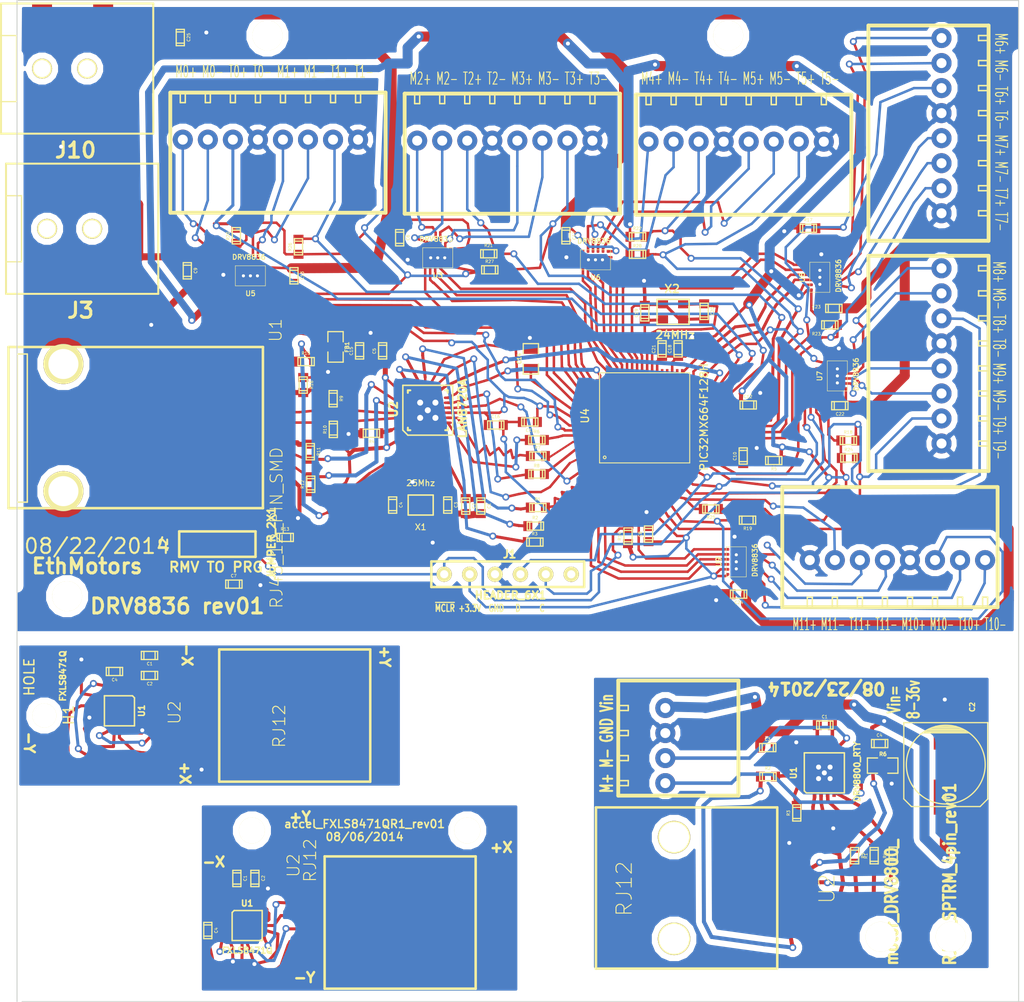
<source format=kicad_pcb>
(kicad_pcb (version 3) (host pcbnew "(2013-08-24 BZR 4298)-stable")
  (layers (15 F.Cu signal) (0 B.Cu signal) (18 B.Paste user) (19 F.Paste user) (20 B.SilkS user) (21 F.SilkS user) (22 B.Mask user) (23 F.Mask user) (28 Edge.Cuts user))
  (net 0 "")
  (net 1 +3.3v)
  (net 2 AVDD)
  (net 3 CS)
  (net 4 ECRSDV)
  (net 5 EMDC)
  (net 6 EMDIO)
  (net 7 EREFCLK)
  (net 8 ERXD0)
  (net 9 ERXD1)
  (net 10 ERXERR)
  (net 11 ETXD0)
  (net 12 ETXD1)
  (net 13 ETXEN)
  (net 14 GND)
  (net 15 GreenLED)
  (net 16 INT1)
  (net 17 INT2)
  (net 18 M0+)
  (net 19 M0-)
  (net 20 M1+)
  (net 21 M1-)
  (net 22 M10+)
  (net 23 M10-)
  (net 24 M11+)
  (net 25 M11-)
  (net 26 M2+)
  (net 27 M2-)
  (net 28 M3+)
  (net 29 M3-)
  (net 30 M4+)
  (net 31 M4-)
  (net 32 M5+)
  (net 33 M5-)
  (net 34 M6+)
  (net 35 M6-)
  (net 36 M7+)
  (net 37 M7-)
  (net 38 M8+)
  (net 39 M8-)
  (net 40 M9+)
  (net 41 M9-)
  (net 42 MODE)
  (net 43 Motor1OutA)
  (net 44 Motor1OutB)
  (net 45 N-0000011)
  (net 46 N-0000013)
  (net 47 N-0000014)
  (net 48 N-0000017)
  (net 49 N-000002)
  (net 50 N-0000020)
  (net 51 N-0000022)
  (net 52 N-0000025)
  (net 53 N-0000026)
  (net 54 N-0000027)
  (net 55 N-0000028)
  (net 56 N-0000029)
  (net 57 N-000003)
  (net 58 N-0000030)
  (net 59 N-0000036)
  (net 60 N-0000037)
  (net 61 N-0000039)
  (net 62 N-0000046)
  (net 63 N-0000047)
  (net 64 N-0000048)
  (net 65 N-000006)
  (net 66 N-0000076)
  (net 67 N-000008)
  (net 68 N-0000081)
  (net 69 N-0000082)
  (net 70 PGEC1_RB1)
  (net 71 PGED1_RB0)
  (net 72 PHASE)
  (net 73 PWM)
  (net 74 RB10)
  (net 75 RB11)
  (net 76 RB12)
  (net 77 RB13)
  (net 78 RB14)
  (net 79 RB2)
  (net 80 RB3)
  (net 81 RB4)
  (net 82 RB5)
  (net 83 RB6)
  (net 84 RB7)
  (net 85 RB8)
  (net 86 RB9)
  (net 87 RC13)
  (net 88 RC14)
  (net 89 RD0)
  (net 90 RD10)
  (net 91 RD11)
  (net 92 RD2)
  (net 93 RD3)
  (net 94 RD4)
  (net 95 RD5)
  (net 96 RD6)
  (net 97 RD7)
  (net 98 RD8)
  (net 99 RD9)
  (net 100 RF1)
  (net 101 RF3)
  (net 102 RF4)
  (net 103 RF5)
  (net 104 RG6)
  (net 105 RG7)
  (net 106 RG8)
  (net 107 RG9)
  (net 108 RXN)
  (net 109 RXP)
  (net 110 SCL)
  (net 111 SDA)
  (net 112 TXN)
  (net 113 TXP)
  (net 114 VCAP)
  (net 115 VDD)
  (net 116 VMotor)
  (net 117 Vdd)
  (net 118 Vin)
  (net 119 YellowLED)
  (net 120 nRST)
  (net 121 ~MCLR~)
  (module TED_QFN64+1 (layer F.Cu) (at 148.66 90.19 90)
    (fp_text reference U4 (at 0.2 -5.95 90) (layer F.SilkS) (effects (font (size 0.762 0.762) (thickness 0.127))))
    (fp_text value PIC32MX664F128H (at 0.1 5.925 90) (layer F.SilkS) (effects (font (size 0.762 0.762) (thickness 0.127))))
    (pad 15 smd rect (at -4.45 3.25 180) (size 0.25 0.85) (layers F.Cu F.Paste F.Mask) (net 70 PGEC1_RB1))
    (pad 16 smd rect (at -4.45 3.75 180) (size 0.25 0.85) (layers F.Cu F.Paste F.Mask) (net 71 PGED1_RB0))
    (pad 9 smd rect (at -4.45 0.25 180) (size 0.25 0.85) (layers F.Cu F.Paste F.Mask) (net 14 GND))
    (pad 10 smd rect (at -4.45 0.75 180) (size 0.25 0.85) (layers F.Cu F.Paste F.Mask) (net 1 +3.3v))
    (pad 12 smd rect (at -4.45 1.75 180) (size 0.25 0.85) (layers F.Cu F.Paste F.Mask) (net 81 RB4))
    (pad 11 smd rect (at -4.45 1.25 180) (size 0.25 0.85) (layers F.Cu F.Paste F.Mask) (net 82 RB5))
    (pad 14 smd rect (at -4.45 2.75 180) (size 0.25 0.85) (layers F.Cu F.Paste F.Mask) (net 79 RB2))
    (pad 13 smd rect (at -4.45 2.25 180) (size 0.25 0.85) (layers F.Cu F.Paste F.Mask) (net 80 RB3))
    (pad 5 smd rect (at -4.45 -1.75 180) (size 0.25 0.85) (layers F.Cu F.Paste F.Mask) (net 105 RG7))
    (pad 6 smd rect (at -4.45 -1.25 180) (size 0.25 0.85) (layers F.Cu F.Paste F.Mask) (net 106 RG8))
    (pad 8 smd rect (at -4.45 -0.25 180) (size 0.25 0.85) (layers F.Cu F.Paste F.Mask) (net 107 RG9))
    (pad 7 smd rect (at -4.45 -0.75 180) (size 0.25 0.85) (layers F.Cu F.Paste F.Mask) (net 121 ~MCLR~))
    (pad 3 smd rect (at -4.45 -2.75 180) (size 0.25 0.85) (layers F.Cu F.Paste F.Mask) (net 12 ETXD1))
    (pad 4 smd rect (at -4.45 -2.25 180) (size 0.25 0.85) (layers F.Cu F.Paste F.Mask) (net 104 RG6))
    (pad 2 smd rect (at -4.45 -3.25 180) (size 0.25 0.85) (layers F.Cu F.Paste F.Mask) (net 11 ETXD0))
    (pad 1 smd rect (at -4.45 -3.75 180) (size 0.25 0.85) (layers F.Cu F.Paste F.Mask) (net 13 ETXEN))
    (pad 64 smd rect (at -3.75 -4.45 270) (size 0.25 0.85) (layers F.Cu F.Paste F.Mask) (net 10 ERXERR))
    (pad 63 smd rect (at -3.25 -4.45 270) (size 0.25 0.85) (layers F.Cu F.Paste F.Mask) (net 7 EREFCLK))
    (pad 61 smd rect (at -2.25 -4.45 270) (size 0.25 0.85) (layers F.Cu F.Paste F.Mask) (net 8 ERXD0))
    (pad 62 smd rect (at -2.75 -4.45 270) (size 0.25 0.85) (layers F.Cu F.Paste F.Mask) (net 4 ECRSDV))
    (pad 58 smd rect (at -0.75 -4.45 270) (size 0.25 0.85) (layers F.Cu F.Paste F.Mask) (net 120 nRST))
    (pad 57 smd rect (at -0.25 -4.45 270) (size 0.25 0.85) (layers F.Cu F.Paste F.Mask) (net 1 +3.3v))
    (pad 59 smd rect (at -1.25 -4.45 270) (size 0.25 0.85) (layers F.Cu F.Paste F.Mask) (net 100 RF1))
    (pad 60 smd rect (at -1.75 -4.45 270) (size 0.25 0.85) (layers F.Cu F.Paste F.Mask) (net 9 ERXD1))
    (pad 52 smd rect (at 2.25 -4.45 270) (size 0.25 0.85) (layers F.Cu F.Paste F.Mask) (net 94 RD4))
    (pad 51 smd rect (at 2.75 -4.45 270) (size 0.25 0.85) (layers F.Cu F.Paste F.Mask) (net 93 RD3))
    (pad 54 smd rect (at 1.25 -4.45 270) (size 0.25 0.85) (layers F.Cu F.Paste F.Mask) (net 96 RD6))
    (pad 53 smd rect (at 1.75 -4.45 270) (size 0.25 0.85) (layers F.Cu F.Paste F.Mask) (net 95 RD5))
    (pad 55 smd rect (at 0.75 -4.45 270) (size 0.25 0.85) (layers F.Cu F.Paste F.Mask) (net 97 RD7))
    (pad 56 smd rect (at 0.25 -4.45 270) (size 0.25 0.85) (layers F.Cu F.Paste F.Mask) (net 114 VCAP))
    (pad 49 smd rect (at 3.75 -4.45 270) (size 0.25 0.85) (layers F.Cu F.Paste F.Mask) (net 6 EMDIO))
    (pad 50 smd rect (at 3.25 -4.45 270) (size 0.25 0.85) (layers F.Cu F.Paste F.Mask) (net 92 RD2))
    (pad 48 smd rect (at 4.45 -3.75 180) (size 0.25 0.85) (layers F.Cu F.Paste F.Mask) (net 88 RC14))
    (pad 47 smd rect (at 4.45 -3.25 180) (size 0.25 0.85) (layers F.Cu F.Paste F.Mask) (net 87 RC13))
    (pad 45 smd rect (at 4.45 -2.25 180) (size 0.25 0.85) (layers F.Cu F.Paste F.Mask) (net 91 RD11))
    (pad 46 smd rect (at 4.45 -2.75 180) (size 0.25 0.85) (layers F.Cu F.Paste F.Mask) (net 89 RD0))
    (pad 42 smd rect (at 4.45 -0.75 180) (size 0.25 0.85) (layers F.Cu F.Paste F.Mask) (net 98 RD8))
    (pad 41 smd rect (at 4.45 -0.25 180) (size 0.25 0.85) (layers F.Cu F.Paste F.Mask) (net 14 GND))
    (pad 43 smd rect (at 4.45 -1.25 180) (size 0.25 0.85) (layers F.Cu F.Paste F.Mask) (net 99 RD9))
    (pad 44 smd rect (at 4.45 -1.75 180) (size 0.25 0.85) (layers F.Cu F.Paste F.Mask) (net 90 RD10))
    (pad 36 smd rect (at 4.45 2.25 180) (size 0.25 0.85) (layers F.Cu F.Paste F.Mask))
    (pad 35 smd rect (at 4.45 2.75 180) (size 0.25 0.85) (layers F.Cu F.Paste F.Mask) (net 1 +3.3v))
    (pad 38 smd rect (at 4.45 1.25 180) (size 0.25 0.85) (layers F.Cu F.Paste F.Mask) (net 1 +3.3v))
    (pad 37 smd rect (at 4.45 1.75 180) (size 0.25 0.85) (layers F.Cu F.Paste F.Mask))
    (pad 39 smd rect (at 4.45 0.75 180) (size 0.25 0.85) (layers F.Cu F.Paste F.Mask) (net 69 N-0000082))
    (pad 40 smd rect (at 4.45 0.25 180) (size 0.25 0.85) (layers F.Cu F.Paste F.Mask) (net 68 N-0000081))
    (pad 33 smd rect (at 4.45 3.75 180) (size 0.25 0.85) (layers F.Cu F.Paste F.Mask) (net 101 RF3))
    (pad 34 smd rect (at 4.45 3.25 180) (size 0.25 0.85) (layers F.Cu F.Paste F.Mask))
    (pad 31 smd rect (at 3.25 4.45 270) (size 0.25 0.85) (layers F.Cu F.Paste F.Mask) (net 102 RF4))
    (pad 32 smd rect (at 3.75 4.45 270) (size 0.25 0.85) (layers F.Cu F.Paste F.Mask) (net 103 RF5))
    (pad 25 smd rect (at 0.25 4.45 270) (size 0.25 0.85) (layers F.Cu F.Paste F.Mask) (net 14 GND))
    (pad 26 smd rect (at 0.75 4.45 270) (size 0.25 0.85) (layers F.Cu F.Paste F.Mask) (net 1 +3.3v))
    (pad 28 smd rect (at 1.75 4.45 270) (size 0.25 0.85) (layers F.Cu F.Paste F.Mask) (net 77 RB13))
    (pad 27 smd rect (at 1.27 4.45 270) (size 0.25 0.85) (layers F.Cu F.Paste F.Mask) (net 76 RB12))
    (pad 30 smd rect (at 2.75 4.45 270) (size 0.25 0.85) (layers F.Cu F.Paste F.Mask) (net 5 EMDC))
    (pad 29 smd rect (at 2.25 4.45 270) (size 0.25 0.85) (layers F.Cu F.Paste F.Mask) (net 78 RB14))
    (pad 21 smd rect (at -1.75 4.45 270) (size 0.25 0.85) (layers F.Cu F.Paste F.Mask) (net 85 RB8))
    (pad 22 smd rect (at -1.25 4.45 270) (size 0.25 0.85) (layers F.Cu F.Paste F.Mask) (net 86 RB9))
    (pad 24 smd rect (at -0.25 4.45 270) (size 0.25 0.85) (layers F.Cu F.Paste F.Mask) (net 75 RB11))
    (pad 23 smd rect (at -0.75 4.45 270) (size 0.25 0.85) (layers F.Cu F.Paste F.Mask) (net 74 RB10))
    (pad 19 smd rect (at -2.75 4.45 270) (size 0.25 0.85) (layers F.Cu F.Paste F.Mask) (net 66 N-0000076))
    (pad 20 smd rect (at -2.25 4.45 270) (size 0.25 0.85) (layers F.Cu F.Paste F.Mask) (net 14 GND))
    (pad 18 smd rect (at -3.25 4.45 270) (size 0.25 0.85) (layers F.Cu F.Paste F.Mask) (net 84 RB7))
    (pad 17 smd rect (at -3.75 4.45 270) (size 0.25 0.85) (layers F.Cu F.Paste F.Mask) (net 83 RB6))
    (pad 65 smd rect (at 0 0 270) (size 7.15 7.15) (layers F.Cu F.Paste F.Mask) (net 14 GND))
  )
  (module TED_DC_2.1mm_SMT (layer F.Cu) (at 92.5 71.3 180)
    (fp_text reference J3 (at 0.15748 -8.15848 180) (layer F.SilkS) (effects (font (thickness 0.3048))))
    (fp_text value "Logic DC_2.1MM" hide)
    (pad "" np_thru_hole circle (at -1.00076 0 180) (size 1.99898 1.99898) (drill 1.69926) (layers *.Cu *.Mask F.SilkS))
    (pad 1 smd rect (at 3.50012 5.4102 180) (size 1.99898 1.99898) (layers F.Cu F.Paste F.Mask) (net 1 +3.3v))
    (pad 1 smd rect (at -2.60096 5.4102 180) (size 1.99898 1.99898) (layers F.Cu F.Paste F.Mask) (net 1 +3.3v))
    (pad 2 smd rect (at 3.50012 -5.41528 180) (size 1.99898 1.99898) (layers F.Cu F.Paste F.Mask) (net 14 GND))
    (pad 3 smd rect (at -2.60096 -5.41528 180) (size 1.99898 1.99898) (layers F.Cu F.Paste F.Mask))
    (pad "" np_thru_hole circle (at 3.50012 0 180) (size 1.99898 1.99898) (drill 1.69926) (layers *.Cu *.Mask F.SilkS))
  )
  (module TED_SM0603 (layer F.Cu) (at 133.8 90.9)
    (fp_text reference C16 (at -0.02 -0.83) (layer F.SilkS) (effects (font (size 0.3 0.3) (thickness 0.05))))
    (fp_text value .1uF hide)
    (pad 2 smd rect (at 0.75184 0) (size 0.89916 1.00076) (layers F.Cu F.Paste F.Mask) (net 14 GND) (clearance 0.1))
    (pad 1 smd rect (at -0.75184 0) (size 0.89916 1.00076) (layers F.Cu F.Paste F.Mask) (net 1 +3.3v) (clearance 0.1))
  )
  (module TED_SM0603 (layer F.Cu) (at 120.2 83.5 90)
    (fp_text reference C15 (at -0.02 -0.83 90) (layer F.SilkS) (effects (font (size 0.3 0.3) (thickness 0.05))))
    (fp_text value 1uF hide)
    (pad 2 smd rect (at 0.75184 0 90) (size 0.89916 1.00076) (layers F.Cu F.Paste F.Mask) (net 14 GND) (clearance 0.1))
    (pad 1 smd rect (at -0.75184 0 90) (size 0.89916 1.00076) (layers F.Cu F.Paste F.Mask) (net 2 AVDD) (clearance 0.1))
  )
  (module TED_SM0603 (layer F.Cu) (at 130.8 99 270)
    (fp_text reference C2 (at -0.02 -0.83 270) (layer F.SilkS) (effects (font (size 0.3 0.3) (thickness 0.05))))
    (fp_text value 1uF hide)
    (pad 2 smd rect (at 0.75184 0 270) (size 0.89916 1.00076) (layers F.Cu F.Paste F.Mask) (net 14 GND) (clearance 0.1))
    (pad 1 smd rect (at -0.75184 0 270) (size 0.89916 1.00076) (layers F.Cu F.Paste F.Mask) (net 61 N-0000039) (clearance 0.1))
  )
  (module TED_QFN24 (layer F.Cu) (at 127.01 89.43 90)
    (fp_text reference U2 (at 0.1 -3.425 90) (layer F.SilkS) (effects (font (size 0.8 0.8) (thickness 0.2))))
    (fp_text value LAN8720A (at 0.175 3.475 90) (layer F.SilkS) (effects (font (size 0.8 0.8) (thickness 0.2))))
    (pad 25 smd rect (at 0 0) (size 2.49936 2.49936) (layers F.Cu F.Paste F.Mask) (net 14 GND))
    (pad 1 smd oval (at -1.99898 -1.24968 90) (size 0.8001 0.24892) (layers F.Cu F.Paste F.Mask) (net 2 AVDD))
    (pad 2 smd oval (at -1.99898 -0.7493 90) (size 0.8001 0.24892) (layers F.Cu F.Paste F.Mask) (net 56 N-0000029))
    (pad 3 smd oval (at -1.99898 -0.24892 90) (size 0.8001 0.24892) (layers F.Cu F.Paste F.Mask) (net 55 N-0000028))
    (pad 4 smd oval (at -1.99898 0.24892 90) (size 0.8001 0.24892) (layers F.Cu F.Paste F.Mask) (net 63 N-0000047))
    (pad 5 smd oval (at -1.99898 0.7493 90) (size 0.8001 0.24892) (layers F.Cu F.Paste F.Mask) (net 64 N-0000048))
    (pad 6 smd oval (at -1.99898 1.24968 90) (size 0.8001 0.24892) (layers F.Cu F.Paste F.Mask) (net 61 N-0000039))
    (pad 7 smd oval (at -1.24968 1.99898 180) (size 0.8001 0.24892) (layers F.Cu F.Paste F.Mask) (net 60 N-0000037))
    (pad 8 smd oval (at -0.7493 1.99898 180) (size 0.8001 0.24892) (layers F.Cu F.Paste F.Mask) (net 59 N-0000036))
    (pad 9 smd oval (at -0.24892 1.99898 180) (size 0.8001 0.24892) (layers F.Cu F.Paste F.Mask) (net 1 +3.3v))
    (pad 10 smd oval (at 0.24892 1.99898 180) (size 0.8001 0.24892) (layers F.Cu F.Paste F.Mask) (net 10 ERXERR))
    (pad 11 smd oval (at 0.7493 1.99898 180) (size 0.8001 0.24892) (layers F.Cu F.Paste F.Mask) (net 51 N-0000022))
    (pad 12 smd oval (at 1.24968 1.99898 180) (size 0.8001 0.24892) (layers F.Cu F.Paste F.Mask) (net 6 EMDIO))
    (pad 13 smd oval (at 1.99898 1.24968 270) (size 0.8001 0.24892) (layers F.Cu F.Paste F.Mask) (net 5 EMDC))
    (pad 14 smd oval (at 1.99898 0.7493 270) (size 0.8001 0.24892) (layers F.Cu F.Paste F.Mask) (net 7 EREFCLK))
    (pad 15 smd oval (at 1.99898 0.24892 270) (size 0.8001 0.24892) (layers F.Cu F.Paste F.Mask) (net 120 nRST))
    (pad 16 smd oval (at 1.99898 -0.24892 270) (size 0.8001 0.24892) (layers F.Cu F.Paste F.Mask) (net 54 N-0000027))
    (pad 17 smd oval (at 1.99898 -0.7493 270) (size 0.8001 0.24892) (layers F.Cu F.Paste F.Mask) (net 53 N-0000026))
    (pad 18 smd oval (at 1.99898 -1.24968 270) (size 0.8001 0.24892) (layers F.Cu F.Paste F.Mask) (net 52 N-0000025))
    (pad 19 smd oval (at 1.24968 -1.99898) (size 0.8001 0.24892) (layers F.Cu F.Paste F.Mask) (net 2 AVDD))
    (pad 20 smd oval (at 0.7493 -1.99898) (size 0.8001 0.24892) (layers F.Cu F.Paste F.Mask) (net 112 TXN))
    (pad 21 smd oval (at 0.24892 -1.99898) (size 0.8001 0.24892) (layers F.Cu F.Paste F.Mask) (net 113 TXP))
    (pad 22 smd oval (at -0.24892 -1.99898) (size 0.8001 0.24892) (layers F.Cu F.Paste F.Mask) (net 108 RXN))
    (pad 23 smd oval (at -0.7493 -1.99898) (size 0.8001 0.24892) (layers F.Cu F.Paste F.Mask) (net 109 RXP))
    (pad 24 smd oval (at -1.24968 -1.99898) (size 0.8001 0.24892) (layers F.Cu F.Paste F.Mask) (net 58 N-0000030))
    (pad 25 thru_hole circle (at 0 0) (size 0.6 0.6) (drill 0.6) (layers *.Cu) (net 14 GND))
    (pad 25 thru_hole circle (at 0.762 -0.762) (size 0.6 0.6) (drill 0.6) (layers *.Cu) (net 14 GND))
    (pad 25 thru_hole circle (at -0.762 -0.762) (size 0.6 0.6) (drill 0.6) (layers *.Cu) (net 14 GND))
    (pad 25 thru_hole circle (at 0.762 0.762) (size 0.6 0.6) (drill 0.6) (layers *.Cu) (net 14 GND))
    (pad 25 thru_hole circle (at -0.762 0.762) (size 0.6 0.6) (drill 0.6) (layers *.Cu) (net 14 GND))
    (pad 25 smd rect (at 0 0) (size 2.49936 2.49936) (layers B.Cu B.Paste B.Mask) (net 14 GND))
  )
  (module TED_SM0603 (layer F.Cu) (at 121.38 91.73 180)
    (fp_text reference R4 (at -0.02 -0.83 180) (layer F.SilkS) (effects (font (size 0.3 0.3) (thickness 0.05))))
    (fp_text value "12.1k 1%" hide)
    (pad 2 smd rect (at 0.75184 0 180) (size 0.89916 1.00076) (layers F.Cu F.Paste F.Mask) (net 14 GND) (clearance 0.1))
    (pad 1 smd rect (at -0.75184 0 180) (size 0.89916 1.00076) (layers F.Cu F.Paste F.Mask) (net 58 N-0000030) (clearance 0.1))
  )
  (module TED_SM0603 (layer F.Cu) (at 132.3 99 270)
    (fp_text reference C1 (at -0.02 -0.83 270) (layer F.SilkS) (effects (font (size 0.3 0.3) (thickness 0.05))))
    (fp_text value .1uF hide)
    (pad 2 smd rect (at 0.75184 0 270) (size 0.89916 1.00076) (layers F.Cu F.Paste F.Mask) (net 14 GND) (clearance 0.1))
    (pad 1 smd rect (at -0.75184 0 270) (size 0.89916 1.00076) (layers F.Cu F.Paste F.Mask) (net 61 N-0000039) (clearance 0.1))
  )
  (module TED_SM0603 (layer F.Cu) (at 129 98.9 270)
    (fp_text reference C3 (at -0.02 -0.83 270) (layer F.SilkS) (effects (font (size 0.3 0.3) (thickness 0.05))))
    (fp_text value 10pF hide)
    (pad 2 smd rect (at 0.75184 0 270) (size 0.89916 1.00076) (layers F.Cu F.Paste F.Mask) (net 14 GND) (clearance 0.1))
    (pad 1 smd rect (at -0.75184 0 270) (size 0.89916 1.00076) (layers F.Cu F.Paste F.Mask) (net 64 N-0000048) (clearance 0.1))
  )
  (module TED_SM0603 (layer F.Cu) (at 123.5 98.9 270)
    (fp_text reference C4 (at -0.02 -0.83 270) (layer F.SilkS) (effects (font (size 0.3 0.3) (thickness 0.05))))
    (fp_text value 10pF hide)
    (pad 2 smd rect (at 0.75184 0 270) (size 0.89916 1.00076) (layers F.Cu F.Paste F.Mask) (net 63 N-0000047) (clearance 0.1))
    (pad 1 smd rect (at -0.75184 0 270) (size 0.89916 1.00076) (layers F.Cu F.Paste F.Mask) (net 14 GND) (clearance 0.1))
  )
  (module TED_SM0603 (layer F.Cu) (at 122.5 83.5 90)
    (fp_text reference C5 (at -0.02 -0.83 90) (layer F.SilkS) (effects (font (size 0.3 0.3) (thickness 0.05))))
    (fp_text value .1uF hide)
    (pad 2 smd rect (at 0.75184 0 90) (size 0.89916 1.00076) (layers F.Cu F.Paste F.Mask) (net 14 GND) (clearance 0.1))
    (pad 1 smd rect (at -0.75184 0 90) (size 0.89916 1.00076) (layers F.Cu F.Paste F.Mask) (net 2 AVDD) (clearance 0.1))
  )
  (module TED_SM0603 (layer F.Cu) (at 158.5 94 90)
    (fp_text reference C10 (at -0.02 -0.83 90) (layer F.SilkS) (effects (font (size 0.3 0.3) (thickness 0.05))))
    (fp_text value .1uF hide)
    (pad 2 smd rect (at 0.75184 0 90) (size 0.89916 1.00076) (layers F.Cu F.Paste F.Mask) (net 14 GND) (clearance 0.1))
    (pad 1 smd rect (at -0.75184 0 90) (size 0.89916 1.00076) (layers F.Cu F.Paste F.Mask) (net 66 N-0000076) (clearance 0.1))
  )
  (module TED_SM0603 (layer F.Cu) (at 137.2 90.6 180)
    (fp_text reference C11 (at -0.02 -0.83 180) (layer F.SilkS) (effects (font (size 0.3 0.3) (thickness 0.05))))
    (fp_text value .1uF hide)
    (pad 2 smd rect (at 0.75184 0 180) (size 0.89916 1.00076) (layers F.Cu F.Paste F.Mask) (net 14 GND) (clearance 0.1))
    (pad 1 smd rect (at -0.75184 0 180) (size 0.89916 1.00076) (layers F.Cu F.Paste F.Mask) (net 1 +3.3v) (clearance 0.1))
  )
  (module TED_SM0603 (layer F.Cu) (at 159 88.9)
    (fp_text reference C12 (at -0.02 -0.83) (layer F.SilkS) (effects (font (size 0.3 0.3) (thickness 0.05))))
    (fp_text value .1uF hide)
    (pad 2 smd rect (at 0.75184 0) (size 0.89916 1.00076) (layers F.Cu F.Paste F.Mask) (net 14 GND) (clearance 0.1))
    (pad 1 smd rect (at -0.75184 0) (size 0.89916 1.00076) (layers F.Cu F.Paste F.Mask) (net 1 +3.3v) (clearance 0.1))
  )
  (module TED_SM0603 (layer F.Cu) (at 152 83.3 90)
    (fp_text reference C18 (at -0.02 -0.83 90) (layer F.SilkS) (effects (font (size 0.3 0.3) (thickness 0.05))))
    (fp_text value .1uF hide)
    (pad 2 smd rect (at 0.75184 0 90) (size 0.89916 1.00076) (layers F.Cu F.Paste F.Mask) (net 14 GND) (clearance 0.1))
    (pad 1 smd rect (at -0.75184 0 90) (size 0.89916 1.00076) (layers F.Cu F.Paste F.Mask) (net 1 +3.3v) (clearance 0.1))
  )
  (module TED_SM0603 (layer F.Cu) (at 148.675 79.7 90)
    (fp_text reference C19 (at -0.02 -0.83 90) (layer F.SilkS) (effects (font (size 0.3 0.3) (thickness 0.05))))
    (fp_text value 9pF hide)
    (pad 2 smd rect (at 0.75184 0 90) (size 0.89916 1.00076) (layers F.Cu F.Paste F.Mask) (net 14 GND) (clearance 0.1))
    (pad 1 smd rect (at -0.75184 0 90) (size 0.89916 1.00076) (layers F.Cu F.Paste F.Mask) (net 68 N-0000081) (clearance 0.1))
  )
  (module TED_SM0603 (layer F.Cu) (at 154.6 79.55 270)
    (fp_text reference C20 (at -0.02 -0.83 270) (layer F.SilkS) (effects (font (size 0.3 0.3) (thickness 0.05))))
    (fp_text value 9pF hide)
    (pad 2 smd rect (at 0.75184 0 270) (size 0.89916 1.00076) (layers F.Cu F.Paste F.Mask) (net 14 GND) (clearance 0.1))
    (pad 1 smd rect (at -0.75184 0 270) (size 0.89916 1.00076) (layers F.Cu F.Paste F.Mask) (net 69 N-0000082) (clearance 0.1))
  )
  (module TED_SM0603 (layer F.Cu) (at 150.4 83.3 90)
    (fp_text reference C21 (at -0.02 -0.83 90) (layer F.SilkS) (effects (font (size 0.3 0.3) (thickness 0.05))))
    (fp_text value .1uF hide)
    (pad 2 smd rect (at 0.75184 0 90) (size 0.89916 1.00076) (layers F.Cu F.Paste F.Mask) (net 14 GND) (clearance 0.1))
    (pad 1 smd rect (at -0.75184 0 90) (size 0.89916 1.00076) (layers F.Cu F.Paste F.Mask) (net 1 +3.3v) (clearance 0.1))
  )
  (module TED_SM0603 (layer F.Cu) (at 138 99.15)
    (fp_text reference R1 (at -0.02 -0.83) (layer F.SilkS) (effects (font (size 0.3 0.3) (thickness 0.05))))
    (fp_text value 33 hide)
    (pad 2 smd rect (at 0.75184 0) (size 0.89916 1.00076) (layers F.Cu F.Paste F.Mask) (net 13 ETXEN) (clearance 0.1))
    (pad 1 smd rect (at -0.75184 0) (size 0.89916 1.00076) (layers F.Cu F.Paste F.Mask) (net 54 N-0000027) (clearance 0.1))
  )
  (module TED_SM0603 (layer F.Cu) (at 137.75 101)
    (fp_text reference R2 (at -0.02 -0.83) (layer F.SilkS) (effects (font (size 0.3 0.3) (thickness 0.05))))
    (fp_text value 33 hide)
    (pad 2 smd rect (at 0.75184 0) (size 0.89916 1.00076) (layers F.Cu F.Paste F.Mask) (net 11 ETXD0) (clearance 0.1))
    (pad 1 smd rect (at -0.75184 0) (size 0.89916 1.00076) (layers F.Cu F.Paste F.Mask) (net 53 N-0000026) (clearance 0.1))
  )
  (module TED_SM0603 (layer F.Cu) (at 137.7 102.6)
    (fp_text reference R3 (at -0.02 -0.83) (layer F.SilkS) (effects (font (size 0.3 0.3) (thickness 0.05))))
    (fp_text value 33 hide)
    (pad 2 smd rect (at 0.75184 0) (size 0.89916 1.00076) (layers F.Cu F.Paste F.Mask) (net 12 ETXD1) (clearance 0.1))
    (pad 1 smd rect (at -0.75184 0) (size 0.89916 1.00076) (layers F.Cu F.Paste F.Mask) (net 52 N-0000025) (clearance 0.1))
  )
  (module TED_SM0603 (layer F.Cu) (at 137.9 92.4)
    (fp_text reference R6 (at -0.02 -0.83) (layer F.SilkS) (effects (font (size 0.3 0.3) (thickness 0.05))))
    (fp_text value 33 hide)
    (pad 2 smd rect (at 0.75184 0) (size 0.89916 1.00076) (layers F.Cu F.Paste F.Mask) (net 9 ERXD1) (clearance 0.1))
    (pad 1 smd rect (at -0.75184 0) (size 0.89916 1.00076) (layers F.Cu F.Paste F.Mask) (net 60 N-0000037) (clearance 0.1))
  )
  (module TED_SM0603 (layer F.Cu) (at 138 94)
    (fp_text reference R7 (at -0.02 -0.83) (layer F.SilkS) (effects (font (size 0.3 0.3) (thickness 0.05))))
    (fp_text value 33 hide)
    (pad 2 smd rect (at 0.75184 0) (size 0.89916 1.00076) (layers F.Cu F.Paste F.Mask) (net 8 ERXD0) (clearance 0.1))
    (pad 1 smd rect (at -0.75184 0) (size 0.89916 1.00076) (layers F.Cu F.Paste F.Mask) (net 59 N-0000036) (clearance 0.1))
  )
  (module TED_SM0603 (layer F.Cu) (at 137.9 95.8)
    (fp_text reference R8 (at -0.02 -0.83) (layer F.SilkS) (effects (font (size 0.3 0.3) (thickness 0.05))))
    (fp_text value 33 hide)
    (pad 2 smd rect (at 0.75184 0) (size 0.89916 1.00076) (layers F.Cu F.Paste F.Mask) (net 4 ECRSDV) (clearance 0.1))
    (pad 1 smd rect (at -0.75184 0) (size 0.89916 1.00076) (layers F.Cu F.Paste F.Mask) (net 51 N-0000022) (clearance 0.1))
  )
  (module TED_SM0603 (layer F.Cu) (at 117.56 88.28 270)
    (fp_text reference R9 (at -0.02 -0.83 270) (layer F.SilkS) (effects (font (size 0.3 0.3) (thickness 0.05))))
    (fp_text value 49.9 hide)
    (pad 2 smd rect (at 0.75184 0 270) (size 0.89916 1.00076) (layers F.Cu F.Paste F.Mask) (net 108 RXN) (clearance 0.1))
    (pad 1 smd rect (at -0.75184 0 270) (size 0.89916 1.00076) (layers F.Cu F.Paste F.Mask) (net 2 AVDD) (clearance 0.1))
  )
  (module TED_SM0603 (layer F.Cu) (at 117.58 91.34 90)
    (fp_text reference R10 (at -0.02 -0.83 90) (layer F.SilkS) (effects (font (size 0.3 0.3) (thickness 0.05))))
    (fp_text value 49.9 hide)
    (pad 2 smd rect (at 0.75184 0 90) (size 0.89916 1.00076) (layers F.Cu F.Paste F.Mask) (net 109 RXP) (clearance 0.1))
    (pad 1 smd rect (at -0.75184 0 90) (size 0.89916 1.00076) (layers F.Cu F.Paste F.Mask) (net 2 AVDD) (clearance 0.1))
  )
  (module TED_SM0603 (layer F.Cu) (at 115.28 93.57 270)
    (fp_text reference R11 (at -0.02 -0.83 270) (layer F.SilkS) (effects (font (size 0.3 0.3) (thickness 0.05))))
    (fp_text value 49.9 hide)
    (pad 2 smd rect (at 0.75184 0 270) (size 0.89916 1.00076) (layers F.Cu F.Paste F.Mask) (net 112 TXN) (clearance 0.1))
    (pad 1 smd rect (at -0.75184 0 270) (size 0.89916 1.00076) (layers F.Cu F.Paste F.Mask) (net 2 AVDD) (clearance 0.1))
  )
  (module TED_SM0603 (layer F.Cu) (at 115.33 96.82 90)
    (fp_text reference R12 (at -0.02 -0.83 90) (layer F.SilkS) (effects (font (size 0.3 0.3) (thickness 0.05))))
    (fp_text value 49.9 hide)
    (pad 2 smd rect (at 0.75184 0 90) (size 0.89916 1.00076) (layers F.Cu F.Paste F.Mask) (net 113 TXP) (clearance 0.1))
    (pad 1 smd rect (at -0.75184 0 90) (size 0.89916 1.00076) (layers F.Cu F.Paste F.Mask) (net 2 AVDD) (clearance 0.1))
  )
  (module TED_SM0603 (layer F.Cu) (at 112.77 102.13)
    (fp_text reference R13 (at -0.02 -0.83) (layer F.SilkS) (effects (font (size 0.3 0.3) (thickness 0.05))))
    (fp_text value 249 hide)
    (pad 2 smd rect (at 0.75184 0) (size 0.89916 1.00076) (layers F.Cu F.Paste F.Mask) (net 55 N-0000028) (clearance 0.1))
    (pad 1 smd rect (at -0.75184 0) (size 0.89916 1.00076) (layers F.Cu F.Paste F.Mask) (net 119 YellowLED) (clearance 0.1))
  )
  (module TED_SM0603 (layer F.Cu) (at 147 102 90)
    (fp_text reference R14 (at -0.02 -0.83 90) (layer F.SilkS) (effects (font (size 0.3 0.3) (thickness 0.05))))
    (fp_text value 4.7k hide)
    (pad 2 smd rect (at 0.75184 0 90) (size 0.89916 1.00076) (layers F.Cu F.Paste F.Mask) (net 121 ~MCLR~) (clearance 0.1))
    (pad 1 smd rect (at -0.75184 0 90) (size 0.89916 1.00076) (layers F.Cu F.Paste F.Mask) (net 1 +3.3v) (clearance 0.1))
  )
  (module TED_SM0603 (layer F.Cu) (at 114.86 84.57)
    (fp_text reference R15 (at -0.02 -0.83) (layer F.SilkS) (effects (font (size 0.3 0.3) (thickness 0.05))))
    (fp_text value 249 hide)
    (pad 2 smd rect (at 0.75184 0) (size 0.89916 1.00076) (layers F.Cu F.Paste F.Mask) (net 56 N-0000029) (clearance 0.1))
    (pad 1 smd rect (at -0.75184 0) (size 0.89916 1.00076) (layers F.Cu F.Paste F.Mask) (net 15 GreenLED) (clearance 0.1))
  )
  (module TED_SM0603 (layer F.Cu) (at 114.57 86.91 270)
    (fp_text reference R16 (at -0.02 -0.83 270) (layer F.SilkS) (effects (font (size 0.3 0.3) (thickness 0.05))))
    (fp_text value "10k 1%" hide)
    (pad 2 smd rect (at 0.75184 0 270) (size 0.89916 1.00076) (layers F.Cu F.Paste F.Mask) (net 14 GND) (clearance 0.1))
    (pad 1 smd rect (at -0.75184 0 270) (size 0.89916 1.00076) (layers F.Cu F.Paste F.Mask) (net 56 N-0000029) (clearance 0.1))
  )
  (module TED_SM0603 (layer F.Cu) (at 149.05 101.8 90)
    (fp_text reference C8 (at -0.02 -0.83 90) (layer F.SilkS) (effects (font (size 0.3 0.3) (thickness 0.05))))
    (fp_text value .1uF hide)
    (pad 2 smd rect (at 0.75184 0 90) (size 0.89916 1.00076) (layers F.Cu F.Paste F.Mask) (net 14 GND) (clearance 0.1))
    (pad 1 smd rect (at -0.75184 0 90) (size 0.89916 1.00076) (layers F.Cu F.Paste F.Mask) (net 1 +3.3v) (clearance 0.1))
  )
  (module TED_SM0603 (layer F.Cu) (at 103 75.5 270)
    (fp_text reference C9 (at -0.02 -0.83 270) (layer F.SilkS) (effects (font (size 0.3 0.3) (thickness 0.05))))
    (fp_text value 4.7uF hide)
    (pad 2 smd rect (at 0.75184 0 270) (size 0.89916 1.00076) (layers F.Cu F.Paste F.Mask) (net 14 GND) (clearance 0.1))
    (pad 1 smd rect (at -0.75184 0 270) (size 0.89916 1.00076) (layers F.Cu F.Paste F.Mask) (net 1 +3.3v) (clearance 0.1))
  )
  (module TED_crystal_TSX3225 (layer F.Cu) (at 151.5 79.6)
    (fp_text reference X2 (at -0.1 -2.3) (layer F.SilkS) (effects (font (size 0.8 0.8))))
    (fp_text value 24MHz (at 0.2 2.3) (layer F.SilkS) (effects (font (size 0.8 0.8))))
    (pad 1 smd rect (at -1 0.75) (size 1 0.8) (layers F.Cu F.Paste F.Mask) (net 68 N-0000081))
    (pad 2 smd rect (at 1 0.75) (size 1 0.8) (layers F.Cu F.Paste F.Mask) (net 14 GND))
    (pad 4 smd rect (at -1 -0.75) (size 1 0.8) (layers F.Cu F.Paste F.Mask) (net 14 GND))
    (pad 3 smd rect (at 1 -0.75) (size 1 0.8) (layers F.Cu F.Paste F.Mask) (net 69 N-0000082))
  )
  (module TED_SM0603 (layer F.Cu) (at 107.65 106.8)
    (fp_text reference C7 (at -0.02 -0.83) (layer F.SilkS) (effects (font (size 0.3 0.3) (thickness 0.05))))
    (fp_text value .1uF hide)
    (pad 2 smd rect (at 0.75184 0) (size 0.89916 1.00076) (layers F.Cu F.Paste F.Mask) (net 14 GND) (clearance 0.1))
    (pad 1 smd rect (at -0.75184 0) (size 0.89916 1.00076) (layers F.Cu F.Paste F.Mask) (net 62 N-0000046) (clearance 0.1))
  )
  (module TED_SM0805 (layer F.Cu) (at 137.3 84.3 90)
    (fp_text reference C14 (at 0.0254 -1.14808 90) (layer F.SilkS) (effects (font (size 0.381 0.381) (thickness 0.09398))))
    (fp_text value "10uF (low ESR 1ohm)" hide)
    (pad 1 smd rect (at -0.9525 0 90) (size 0.889 1.397) (layers F.Cu F.Paste F.Mask) (net 114 VCAP))
    (pad 2 smd rect (at 0.9525 0 90) (size 0.889 1.397) (layers F.Cu F.Paste F.Mask) (net 14 GND))
  )
  (module TED_SM0603 (layer F.Cu) (at 161.55 94.45 180)
    (fp_text reference R5 (at -0.02 -0.83 180) (layer F.SilkS) (effects (font (size 0.3 0.3) (thickness 0.05))))
    (fp_text value 10 hide)
    (pad 2 smd rect (at 0.75184 0 180) (size 0.89916 1.00076) (layers F.Cu F.Paste F.Mask) (net 66 N-0000076) (clearance 0.1))
    (pad 1 smd rect (at -0.75184 0 180) (size 0.89916 1.00076) (layers F.Cu F.Paste F.Mask) (net 1 +3.3v) (clearance 0.1))
  )
  (module TED_Hole_3mm (layer F.Cu) (at 157 52)
    (fp_text reference H4 hide)
    (fp_text value HOLE hide)
    (pad "" np_thru_hole circle (at 0 0) (size 3 3) (drill 3) (layers *.Cu *.Mask F.SilkS))
  )
  (module TED_Hole_3mm (layer F.Cu) (at 111 52)
    (fp_text reference H2 hide)
    (fp_text value HOLE hide)
    (pad "" np_thru_hole circle (at 0 0) (size 3 3) (drill 3) (layers *.Cu *.Mask F.SilkS))
  )
  (module TED_Hole_3mm (layer F.Cu) (at 91 108)
    (fp_text reference H1 hide)
    (fp_text value HOLE hide)
    (pad "" np_thru_hole circle (at 0 0) (size 3 3) (drill 3) (layers *.Cu *.Mask F.SilkS))
  )
  (module TED_TERMINAL_SPRING_2.54MM_8PIN_1989803 (layer F.Cu) (at 111.3 63.7 180)
    (fp_text reference J7 hide)
    (fp_text value TERMINAL_8X1 hide)
    (pad 4 thru_hole circle (at -1.25 1.3 180) (size 2 2) (drill 1) (layers *.Cu *.Mask) (net 20 M1+))
    (pad 3 thru_hole circle (at -3.75 1.3 180) (size 2 2) (drill 1) (layers *.Cu *.Mask) (net 21 M1-))
    (pad 7 thru_hole circle (at 6.25 1.3 180) (size 2 2) (drill 1) (layers *.Cu *.Mask) (net 19 M0-))
    (pad 8 thru_hole circle (at 8.75 1.3 180) (size 2 2) (drill 1) (layers *.Cu *.Mask) (net 18 M0+))
    (pad 6 thru_hole circle (at 3.75 1.3 180) (size 2 2) (drill 1) (layers *.Cu *.Mask) (net 78 RB14))
    (pad 5 thru_hole circle (at 1.25 1.3 180) (size 2 2) (drill 1) (layers *.Cu *.Mask) (net 14 GND))
    (pad 1 thru_hole circle (at -8.75 1.3 180) (size 2 2) (drill 1) (layers *.Cu *.Mask) (net 14 GND))
    (pad 2 thru_hole circle (at -6.25 1.3 180) (size 2 2) (drill 1) (layers *.Cu *.Mask) (net 77 RB13))
  )
  (module TED_TERMINAL_SPRING_2.54MM_8PIN_1989803 (layer F.Cu) (at 173.9 103.1)
    (fp_text reference J6 hide)
    (fp_text value TERMINAL_8X1 hide)
    (pad 4 thru_hole circle (at -1.25 1.3) (size 2 2) (drill 1) (layers *.Cu *.Mask) (net 24 M11+))
    (pad 3 thru_hole circle (at -3.75 1.3) (size 2 2) (drill 1) (layers *.Cu *.Mask) (net 25 M11-))
    (pad 7 thru_hole circle (at 6.25 1.3) (size 2 2) (drill 1) (layers *.Cu *.Mask) (net 23 M10-))
    (pad 8 thru_hole circle (at 8.75 1.3) (size 2 2) (drill 1) (layers *.Cu *.Mask) (net 22 M10+))
    (pad 6 thru_hole circle (at 3.75 1.3) (size 2 2) (drill 1) (layers *.Cu *.Mask) (net 81 RB4))
    (pad 5 thru_hole circle (at 1.25 1.3) (size 2 2) (drill 1) (layers *.Cu *.Mask) (net 14 GND))
    (pad 1 thru_hole circle (at -8.75 1.3) (size 2 2) (drill 1) (layers *.Cu *.Mask) (net 14 GND))
    (pad 2 thru_hole circle (at -6.25 1.3) (size 2 2) (drill 1) (layers *.Cu *.Mask) (net 80 RB3))
  )
  (module TED_TERMINAL_SPRING_2.54MM_8PIN_1989803 (layer F.Cu) (at 177 84 90)
    (fp_text reference J5 hide)
    (fp_text value TERMINAL_8X1 hide)
    (pad 4 thru_hole circle (at -1.25 1.3 90) (size 2 2) (drill 1) (layers *.Cu *.Mask) (net 40 M9+))
    (pad 3 thru_hole circle (at -3.75 1.3 90) (size 2 2) (drill 1) (layers *.Cu *.Mask) (net 41 M9-))
    (pad 7 thru_hole circle (at 6.25 1.3 90) (size 2 2) (drill 1) (layers *.Cu *.Mask) (net 39 M8-))
    (pad 8 thru_hole circle (at 8.75 1.3 90) (size 2 2) (drill 1) (layers *.Cu *.Mask) (net 38 M8+))
    (pad 6 thru_hole circle (at 3.75 1.3 90) (size 2 2) (drill 1) (layers *.Cu *.Mask) (net 83 RB6))
    (pad 5 thru_hole circle (at 1.25 1.3 90) (size 2 2) (drill 1) (layers *.Cu *.Mask) (net 14 GND))
    (pad 1 thru_hole circle (at -8.75 1.3 90) (size 2 2) (drill 1) (layers *.Cu *.Mask) (net 14 GND))
    (pad 2 thru_hole circle (at -6.25 1.3 90) (size 2 2) (drill 1) (layers *.Cu *.Mask) (net 82 RB5))
  )
  (module TED_TERMINAL_SPRING_2.54MM_8PIN_1989803 (layer F.Cu) (at 177 61 90)
    (fp_text reference J4 hide)
    (fp_text value TERMINAL_8X1 hide)
    (pad 4 thru_hole circle (at -1.25 1.3 90) (size 2 2) (drill 1) (layers *.Cu *.Mask) (net 36 M7+))
    (pad 3 thru_hole circle (at -3.75 1.3 90) (size 2 2) (drill 1) (layers *.Cu *.Mask) (net 37 M7-))
    (pad 7 thru_hole circle (at 6.25 1.3 90) (size 2 2) (drill 1) (layers *.Cu *.Mask) (net 35 M6-))
    (pad 8 thru_hole circle (at 8.75 1.3 90) (size 2 2) (drill 1) (layers *.Cu *.Mask) (net 34 M6+))
    (pad 6 thru_hole circle (at 3.75 1.3 90) (size 2 2) (drill 1) (layers *.Cu *.Mask) (net 85 RB8))
    (pad 5 thru_hole circle (at 1.25 1.3 90) (size 2 2) (drill 1) (layers *.Cu *.Mask) (net 14 GND))
    (pad 1 thru_hole circle (at -8.75 1.3 90) (size 2 2) (drill 1) (layers *.Cu *.Mask) (net 14 GND))
    (pad 2 thru_hole circle (at -6.25 1.3 90) (size 2 2) (drill 1) (layers *.Cu *.Mask) (net 84 RB7))
  )
  (module TED_TERMINAL_SPRING_2.54MM_8PIN_1989803 (layer F.Cu) (at 134.7 63.8 180)
    (fp_text reference J8 hide)
    (fp_text value TERMINAL_8X1 hide)
    (pad 4 thru_hole circle (at -1.25 1.3 180) (size 2 2) (drill 1) (layers *.Cu *.Mask) (net 28 M3+))
    (pad 3 thru_hole circle (at -3.75 1.3 180) (size 2 2) (drill 1) (layers *.Cu *.Mask) (net 29 M3-))
    (pad 7 thru_hole circle (at 6.25 1.3 180) (size 2 2) (drill 1) (layers *.Cu *.Mask) (net 27 M2-))
    (pad 8 thru_hole circle (at 8.75 1.3 180) (size 2 2) (drill 1) (layers *.Cu *.Mask) (net 26 M2+))
    (pad 6 thru_hole circle (at 3.75 1.3 180) (size 2 2) (drill 1) (layers *.Cu *.Mask) (net 76 RB12))
    (pad 5 thru_hole circle (at 1.25 1.3 180) (size 2 2) (drill 1) (layers *.Cu *.Mask) (net 14 GND))
    (pad 1 thru_hole circle (at -8.75 1.3 180) (size 2 2) (drill 1) (layers *.Cu *.Mask) (net 14 GND))
    (pad 2 thru_hole circle (at -6.25 1.3 180) (size 2 2) (drill 1) (layers *.Cu *.Mask) (net 75 RB11))
  )
  (module TED_TERMINAL_SPRING_2.54MM_8PIN_1989803 (layer F.Cu) (at 157.8 63.9 180)
    (fp_text reference J9 hide)
    (fp_text value TERMINAL_8X1 hide)
    (pad 4 thru_hole circle (at -1.25 1.3 180) (size 2 2) (drill 1) (layers *.Cu *.Mask) (net 32 M5+))
    (pad 3 thru_hole circle (at -3.75 1.3 180) (size 2 2) (drill 1) (layers *.Cu *.Mask) (net 33 M5-))
    (pad 7 thru_hole circle (at 6.25 1.3 180) (size 2 2) (drill 1) (layers *.Cu *.Mask) (net 31 M4-))
    (pad 8 thru_hole circle (at 8.75 1.3 180) (size 2 2) (drill 1) (layers *.Cu *.Mask) (net 30 M4+))
    (pad 6 thru_hole circle (at 3.75 1.3 180) (size 2 2) (drill 1) (layers *.Cu *.Mask) (net 74 RB10))
    (pad 5 thru_hole circle (at 1.25 1.3 180) (size 2 2) (drill 1) (layers *.Cu *.Mask) (net 14 GND))
    (pad 1 thru_hole circle (at -8.75 1.3 180) (size 2 2) (drill 1) (layers *.Cu *.Mask) (net 14 GND))
    (pad 2 thru_hole circle (at -6.25 1.3 180) (size 2 2) (drill 1) (layers *.Cu *.Mask) (net 86 RB9))
  )
  (module TED_SM0603 (layer F.Cu) (at 133.1 73.8)
    (fp_text reference R21 (at -0.02 -0.83) (layer F.SilkS) (effects (font (size 0.3 0.3) (thickness 0.05))))
    (fp_text value 1k hide)
    (pad 2 smd rect (at 0.75184 0) (size 0.89916 1.00076) (layers F.Cu F.Paste F.Mask) (net 76 RB12) (clearance 0.1))
    (pad 1 smd rect (at -0.75184 0) (size 0.89916 1.00076) (layers F.Cu F.Paste F.Mask) (net 1 +3.3v) (clearance 0.1))
  )
  (module TED_SM0603 (layer F.Cu) (at 155.27 99.29 180)
    (fp_text reference R25 (at -0.02 -0.83 180) (layer F.SilkS) (effects (font (size 0.3 0.3) (thickness 0.05))))
    (fp_text value 1k hide)
    (pad 2 smd rect (at 0.75184 0 180) (size 0.89916 1.00076) (layers F.Cu F.Paste F.Mask) (net 80 RB3) (clearance 0.1))
    (pad 1 smd rect (at -0.75184 0 180) (size 0.89916 1.00076) (layers F.Cu F.Paste F.Mask) (net 1 +3.3v) (clearance 0.1))
  )
  (module TED_SM0603 (layer F.Cu) (at 158.93 100.41 180)
    (fp_text reference R19 (at -0.02 -0.83 180) (layer F.SilkS) (effects (font (size 0.3 0.3) (thickness 0.05))))
    (fp_text value 1k hide)
    (pad 2 smd rect (at 0.75184 0 180) (size 0.89916 1.00076) (layers F.Cu F.Paste F.Mask) (net 81 RB4) (clearance 0.1))
    (pad 1 smd rect (at -0.75184 0 180) (size 0.89916 1.00076) (layers F.Cu F.Paste F.Mask) (net 1 +3.3v) (clearance 0.1))
  )
  (module TED_SM0603 (layer F.Cu) (at 169.05 94.2)
    (fp_text reference R24 (at -0.02 -0.83) (layer F.SilkS) (effects (font (size 0.3 0.3) (thickness 0.05))))
    (fp_text value 1k hide)
    (pad 2 smd rect (at 0.75184 0) (size 0.89916 1.00076) (layers F.Cu F.Paste F.Mask) (net 82 RB5) (clearance 0.1))
    (pad 1 smd rect (at -0.75184 0) (size 0.89916 1.00076) (layers F.Cu F.Paste F.Mask) (net 1 +3.3v) (clearance 0.1))
  )
  (module TED_SM0603 (layer F.Cu) (at 169 92.45)
    (fp_text reference R18 (at -0.02 -0.83) (layer F.SilkS) (effects (font (size 0.3 0.3) (thickness 0.05))))
    (fp_text value 1k hide)
    (pad 2 smd rect (at 0.75184 0) (size 0.89916 1.00076) (layers F.Cu F.Paste F.Mask) (net 83 RB6) (clearance 0.1))
    (pad 1 smd rect (at -0.75184 0) (size 0.89916 1.00076) (layers F.Cu F.Paste F.Mask) (net 1 +3.3v) (clearance 0.1))
  )
  (module TED_SM0603 (layer F.Cu) (at 167.15 80.9)
    (fp_text reference R23 (at -1.35 0.9) (layer F.SilkS) (effects (font (size 0.3 0.3) (thickness 0.05))))
    (fp_text value 1k hide)
    (pad 2 smd rect (at 0.75184 0) (size 0.89916 1.00076) (layers F.Cu F.Paste F.Mask) (net 84 RB7) (clearance 0.1))
    (pad 1 smd rect (at -0.75184 0) (size 0.89916 1.00076) (layers F.Cu F.Paste F.Mask) (net 1 +3.3v) (clearance 0.1))
  )
  (module TED_SM0603 (layer F.Cu) (at 165 71.25)
    (fp_text reference R17 (at -0.02 -0.83) (layer F.SilkS) (effects (font (size 0.3 0.3) (thickness 0.05))))
    (fp_text value 1k hide)
    (pad 2 smd rect (at 0.75184 0) (size 0.89916 1.00076) (layers F.Cu F.Paste F.Mask) (net 85 RB8) (clearance 0.1))
    (pad 1 smd rect (at -0.75184 0) (size 0.89916 1.00076) (layers F.Cu F.Paste F.Mask) (net 1 +3.3v) (clearance 0.1))
  )
  (module TED_SM0603 (layer F.Cu) (at 147.95 73.85)
    (fp_text reference R28 (at -0.02 -0.83) (layer F.SilkS) (effects (font (size 0.3 0.3) (thickness 0.05))))
    (fp_text value 1k hide)
    (pad 2 smd rect (at 0.75184 0) (size 0.89916 1.00076) (layers F.Cu F.Paste F.Mask) (net 86 RB9) (clearance 0.1))
    (pad 1 smd rect (at -0.75184 0) (size 0.89916 1.00076) (layers F.Cu F.Paste F.Mask) (net 1 +3.3v) (clearance 0.1))
  )
  (module TED_SM0603 (layer F.Cu) (at 147.95 72.1)
    (fp_text reference R22 (at -0.02 -0.83) (layer F.SilkS) (effects (font (size 0.3 0.3) (thickness 0.05))))
    (fp_text value 1k hide)
    (pad 2 smd rect (at 0.75184 0) (size 0.89916 1.00076) (layers F.Cu F.Paste F.Mask) (net 74 RB10) (clearance 0.1))
    (pad 1 smd rect (at -0.75184 0) (size 0.89916 1.00076) (layers F.Cu F.Paste F.Mask) (net 1 +3.3v) (clearance 0.1))
  )
  (module TED_SM0603 (layer F.Cu) (at 133.2 75.4)
    (fp_text reference R27 (at -0.02 -0.83) (layer F.SilkS) (effects (font (size 0.3 0.3) (thickness 0.05))))
    (fp_text value 1k hide)
    (pad 2 smd rect (at 0.75184 0) (size 0.89916 1.00076) (layers F.Cu F.Paste F.Mask) (net 75 RB11) (clearance 0.1))
    (pad 1 smd rect (at -0.75184 0) (size 0.89916 1.00076) (layers F.Cu F.Paste F.Mask) (net 1 +3.3v) (clearance 0.1))
  )
  (module TED_SM0603 (layer F.Cu) (at 158.04 107.8 180)
    (fp_text reference C24 (at -0.02 -0.83 180) (layer F.SilkS) (effects (font (size 0.3 0.3) (thickness 0.05))))
    (fp_text value .1uF hide)
    (pad 2 smd rect (at 0.75184 0 180) (size 0.89916 1.00076) (layers F.Cu F.Paste F.Mask) (net 14 GND) (clearance 0.1))
    (pad 1 smd rect (at -0.75184 0 180) (size 0.89916 1.00076) (layers F.Cu F.Paste F.Mask) (net 116 VMotor) (clearance 0.1))
  )
  (module TED_SM0603 (layer F.Cu) (at 168.15 88.975 180)
    (fp_text reference C22 (at -0.02 -0.83 180) (layer F.SilkS) (effects (font (size 0.3 0.3) (thickness 0.05))))
    (fp_text value .1uF hide)
    (pad 2 smd rect (at 0.75184 0 180) (size 0.89916 1.00076) (layers F.Cu F.Paste F.Mask) (net 14 GND) (clearance 0.1))
    (pad 1 smd rect (at -0.75184 0 180) (size 0.89916 1.00076) (layers F.Cu F.Paste F.Mask) (net 116 VMotor) (clearance 0.1))
  )
  (module TED_SM0603 (layer F.Cu) (at 167.55 79.25 180)
    (fp_text reference C23 (at 1.75 0.15 180) (layer F.SilkS) (effects (font (size 0.3 0.3) (thickness 0.05))))
    (fp_text value .1uF hide)
    (pad 2 smd rect (at 0.75184 0 180) (size 0.89916 1.00076) (layers F.Cu F.Paste F.Mask) (net 14 GND) (clearance 0.1))
    (pad 1 smd rect (at -0.75184 0 180) (size 0.89916 1.00076) (layers F.Cu F.Paste F.Mask) (net 116 VMotor) (clearance 0.1))
  )
  (module TED_SM0603 (layer F.Cu) (at 140.8 72 270)
    (fp_text reference C17 (at -0.02 -0.83 270) (layer F.SilkS) (effects (font (size 0.3 0.3) (thickness 0.05))))
    (fp_text value .1uF hide)
    (pad 2 smd rect (at 0.75184 0 270) (size 0.89916 1.00076) (layers F.Cu F.Paste F.Mask) (net 14 GND) (clearance 0.1))
    (pad 1 smd rect (at -0.75184 0 270) (size 0.89916 1.00076) (layers F.Cu F.Paste F.Mask) (net 116 VMotor) (clearance 0.1))
  )
  (module TED_SM0603 (layer F.Cu) (at 114.1 73.1 90)
    (fp_text reference R26 (at -0.02 -0.83 90) (layer F.SilkS) (effects (font (size 0.3 0.3) (thickness 0.05))))
    (fp_text value 1k hide)
    (pad 2 smd rect (at 0.75184 0 90) (size 0.89916 1.00076) (layers F.Cu F.Paste F.Mask) (net 77 RB13) (clearance 0.1))
    (pad 1 smd rect (at -0.75184 0 90) (size 0.89916 1.00076) (layers F.Cu F.Paste F.Mask) (net 1 +3.3v) (clearance 0.1))
  )
  (module TED_SM0603 (layer F.Cu) (at 107.9 72 90)
    (fp_text reference R20 (at -0.02 -0.83 90) (layer F.SilkS) (effects (font (size 0.3 0.3) (thickness 0.05))))
    (fp_text value 1k hide)
    (pad 2 smd rect (at 0.75184 0 90) (size 0.89916 1.00076) (layers F.Cu F.Paste F.Mask) (net 78 RB14) (clearance 0.1))
    (pad 1 smd rect (at -0.75184 0 90) (size 0.89916 1.00076) (layers F.Cu F.Paste F.Mask) (net 1 +3.3v) (clearance 0.1))
  )
  (module TED_SM0603 (layer F.Cu) (at 124.2 72.2 270)
    (fp_text reference C6 (at -0.02 -0.83 270) (layer F.SilkS) (effects (font (size 0.3 0.3) (thickness 0.05))))
    (fp_text value .1uF hide)
    (pad 2 smd rect (at 0.75184 0 270) (size 0.89916 1.00076) (layers F.Cu F.Paste F.Mask) (net 14 GND) (clearance 0.1))
    (pad 1 smd rect (at -0.75184 0 270) (size 0.89916 1.00076) (layers F.Cu F.Paste F.Mask) (net 116 VMotor) (clearance 0.1))
  )
  (module TED_SM0603 (layer F.Cu) (at 113.65 76 270)
    (fp_text reference C13 (at -0.02 -0.83 270) (layer F.SilkS) (effects (font (size 0.3 0.3) (thickness 0.05))))
    (fp_text value .1uF hide)
    (pad 2 smd rect (at 0.75184 0 270) (size 0.89916 1.00076) (layers F.Cu F.Paste F.Mask) (net 14 GND) (clearance 0.1))
    (pad 1 smd rect (at -0.75184 0 270) (size 0.89916 1.00076) (layers F.Cu F.Paste F.Mask) (net 116 VMotor) (clearance 0.1))
  )
  (module TED_SM0603 (layer F.Cu) (at 102.3 52.2 270)
    (fp_text reference C25 (at -0.02 -0.83 270) (layer F.SilkS) (effects (font (size 0.3 0.3) (thickness 0.05))))
    (fp_text value 4.7uF hide)
    (pad 2 smd rect (at 0.75184 0 270) (size 0.89916 1.00076) (layers F.Cu F.Paste F.Mask) (net 14 GND) (clearance 0.1))
    (pad 1 smd rect (at -0.75184 0 270) (size 0.89916 1.00076) (layers F.Cu F.Paste F.Mask) (net 116 VMotor) (clearance 0.1))
  )
  (module TED_DC_2.1mm_SMT (layer F.Cu) (at 92 55.3 180)
    (fp_text reference J10 (at 0.15748 -8.15848 180) (layer F.SilkS) (effects (font (thickness 0.3048))))
    (fp_text value "Logic DC_2.1MM" hide)
    (pad "" np_thru_hole circle (at -1.00076 0 180) (size 1.99898 1.99898) (drill 1.69926) (layers *.Cu *.Mask F.SilkS))
    (pad 1 smd rect (at 3.50012 5.4102 180) (size 1.99898 1.99898) (layers F.Cu F.Paste F.Mask) (net 116 VMotor))
    (pad 1 smd rect (at -2.60096 5.4102 180) (size 1.99898 1.99898) (layers F.Cu F.Paste F.Mask) (net 116 VMotor))
    (pad 2 smd rect (at 3.50012 -5.41528 180) (size 1.99898 1.99898) (layers F.Cu F.Paste F.Mask) (net 14 GND))
    (pad 3 smd rect (at -2.60096 -5.41528 180) (size 1.99898 1.99898) (layers F.Cu F.Paste F.Mask))
    (pad "" np_thru_hole circle (at 3.50012 0 180) (size 1.99898 1.99898) (drill 1.69926) (layers *.Cu *.Mask F.SilkS))
  )
  (module TED_HEADER_2x1_SMT (layer F.Cu) (at 106 102.8 270)
    (fp_text reference J2 (at 0.05 5.35 270) (layer F.SilkS) (effects (font (size 0.762 0.762) (thickness 0.1905))))
    (fp_text value JUMPER_2X1 (at -0.1 -5.4 270) (layer F.SilkS) (effects (font (size 0.762 0.762) (thickness 0.1905))))
    (pad 1 smd rect (at 0 2.54 270) (size 0.9906 2.54) (layers F.Cu F.Paste F.Mask) (net 62 N-0000046) (clearance 0.508))
    (pad 2 smd rect (at 0 -2.54 270) (size 0.9906 2.54) (layers F.Cu F.Paste F.Mask) (net 121 ~MCLR~) (clearance 0.508))
  )
  (module TED_SM0805 (layer F.Cu) (at 117.8 83.1 270)
    (fp_text reference FB1 (at 0.0254 -1.14808 270) (layer F.SilkS) (effects (font (size 0.381 0.381) (thickness 0.09398))))
    (fp_text value 500mA hide)
    (pad 1 smd rect (at -0.9525 0 270) (size 0.889 1.397) (layers F.Cu F.Paste F.Mask) (net 1 +3.3v))
    (pad 2 smd rect (at 0.9525 0 270) (size 0.889 1.397) (layers F.Cu F.Paste F.Mask) (net 2 AVDD))
  )
  (module TED_HEADER_6x1 (layer F.Cu) (at 135 105.8)
    (fp_text reference J1 (at 0.1778 -1.98628) (layer F.SilkS) (effects (font (size 0.762 0.762) (thickness 0.1905))))
    (fp_text value HEADER_6X1 (at 0.26924 2.11328) (layer F.SilkS) (effects (font (size 0.762 0.762) (thickness 0.1905))))
    (pad 5 thru_hole circle (at 3.78968 0.01016) (size 1.524 1.524) (drill 0.8128) (layers *.Cu *.Mask F.SilkS) (net 70 PGEC1_RB1))
    (pad 6 thru_hole circle (at 6.32968 0.01524) (size 1.524 1.524) (drill 0.8128) (layers *.Cu *.Mask F.SilkS))
    (pad 1 thru_hole circle (at -6.35 0.01016) (size 1.524 1.524) (drill 0.8128) (layers *.Cu *.Mask F.SilkS) (net 121 ~MCLR~))
    (pad 2 thru_hole circle (at -3.81 0.01524) (size 1.524 1.524) (drill 0.8128) (layers *.Cu *.Mask F.SilkS) (net 1 +3.3v))
    (pad 4 thru_hole circle (at 1.25984 0.01524) (size 1.524 1.524) (drill 0.8128) (layers *.Cu *.Mask F.SilkS) (net 71 PGED1_RB0))
    (pad 3 thru_hole circle (at -1.28016 0.01016) (size 1.524 1.524) (drill 0.8128) (layers *.Cu *.Mask F.SilkS) (net 14 GND))
  )
  (module TED_WSON-12 (layer F.Cu) (at 109.3 76 180)
    (fp_text reference U5 (at -0.0127 -1.7653 180) (layer F.SilkS) (effects (font (size 0.50038 0.50038) (thickness 0.09906))))
    (fp_text value DRV8836 (at 0.1524 1.8669 180) (layer F.SilkS) (effects (font (size 0.50038 0.50038) (thickness 0.09906))))
    (pad 7 smd rect (at 1.24968 -0.85) (size 0.25 0.3) (layers F.Cu F.Paste F.Mask) (net 100 RF1))
    (pad 11 smd rect (at -0.7493 -0.85) (size 0.24892 0.3) (layers F.Cu F.Paste F.Mask) (net 1 +3.3v))
    (pad 8 smd rect (at 0.7493 -0.85) (size 0.24892 0.3) (layers F.Cu F.Paste F.Mask) (net 97 RD7))
    (pad 10 smd rect (at -0.25146 -0.85) (size 0.24892 0.3) (layers F.Cu F.Paste F.Mask) (net 95 RD5))
    (pad 9 smd rect (at 0.25146 -0.85) (size 0.24892 0.3) (layers F.Cu F.Paste F.Mask) (net 96 RD6))
    (pad 12 smd rect (at -1.24968 -0.85) (size 0.24892 0.3) (layers F.Cu F.Paste F.Mask) (net 1 +3.3v))
    (pad 1 smd rect (at -1.25476 0.85) (size 0.24892 0.3) (layers F.Cu F.Paste F.Mask) (net 116 VMotor))
    (pad 4 smd rect (at 0.24384 0.85) (size 0.24892 0.3) (layers F.Cu F.Paste F.Mask) (net 18 M0+))
    (pad 3 smd rect (at -0.254 0.85) (size 0.24892 0.3) (layers F.Cu F.Paste F.Mask) (net 21 M1-))
    (pad 5 smd rect (at 0.74422 0.85) (size 0.24892 0.3) (layers F.Cu F.Paste F.Mask) (net 19 M0-))
    (pad 2 smd rect (at -0.75438 0.85) (size 0.24892 0.3) (layers F.Cu F.Paste F.Mask) (net 20 M1+))
    (pad 6 smd rect (at 1.2446 0.85) (size 0.24892 0.30038) (layers F.Cu F.Paste F.Mask) (net 14 GND))
    (pad PP thru_hole circle (at 0 0) (size 0.3 0.3) (drill 0.3) (layers *.Cu *.Mask F.SilkS) (net 14 GND) (clearance 0.1))
    (pad PP connect rect (at 0 0) (size 2 0.9) (layers B.Cu B.Paste B.Mask) (net 14 GND))
    (pad PP thru_hole circle (at 0.7 0) (size 0.3 0.3) (drill 0.3) (layers *.Cu *.Mask F.SilkS) (net 14 GND) (clearance 0.1))
    (pad PP thru_hole circle (at -0.7 0) (size 0.3 0.3) (drill 0.3) (layers *.Cu *.Mask F.SilkS) (net 14 GND) (clearance 0.1))
    (pad PP smd rect (at 0 0) (size 2 0.9) (layers F.Cu F.Paste F.Mask) (net 14 GND))
    (pad PP smd rect (at -1.34874 -0.24892) (size 0.70104 0.24892) (layers F.Cu F.Paste F.Mask) (net 14 GND))
    (pad PP smd rect (at -1.34874 0.24892) (size 0.70104 0.24892) (layers F.Cu F.Paste F.Mask) (net 14 GND))
    (pad PP smd rect (at 1.34874 -0.24892) (size 0.70104 0.24892) (layers F.Cu F.Paste F.Mask) (net 14 GND))
    (pad PP smd rect (at 1.34874 0.24892) (size 0.70104 0.24892) (layers F.Cu F.Paste F.Mask) (net 14 GND))
  )
  (module TED_WSON-12 (layer F.Cu) (at 143.75 74.4 180)
    (fp_text reference U6 (at -0.0127 -1.7653 180) (layer F.SilkS) (effects (font (size 0.50038 0.50038) (thickness 0.09906))))
    (fp_text value DRV8836 (at 0.1524 1.8669 180) (layer F.SilkS) (effects (font (size 0.50038 0.50038) (thickness 0.09906))))
    (pad 7 smd rect (at 1.24968 -0.85) (size 0.25 0.3) (layers F.Cu F.Paste F.Mask) (net 87 RC13))
    (pad 11 smd rect (at -0.7493 -0.85) (size 0.24892 0.3) (layers F.Cu F.Paste F.Mask) (net 1 +3.3v))
    (pad 8 smd rect (at 0.7493 -0.85) (size 0.24892 0.3) (layers F.Cu F.Paste F.Mask) (net 89 RD0))
    (pad 10 smd rect (at -0.25146 -0.85) (size 0.24892 0.3) (layers F.Cu F.Paste F.Mask) (net 90 RD10))
    (pad 9 smd rect (at 0.25146 -0.85) (size 0.24892 0.3) (layers F.Cu F.Paste F.Mask) (net 91 RD11))
    (pad 12 smd rect (at -1.24968 -0.85) (size 0.24892 0.3) (layers F.Cu F.Paste F.Mask) (net 1 +3.3v))
    (pad 1 smd rect (at -1.25476 0.85) (size 0.24892 0.3) (layers F.Cu F.Paste F.Mask) (net 116 VMotor))
    (pad 4 smd rect (at 0.24384 0.85) (size 0.24892 0.3) (layers F.Cu F.Paste F.Mask) (net 30 M4+))
    (pad 3 smd rect (at -0.254 0.85) (size 0.24892 0.3) (layers F.Cu F.Paste F.Mask) (net 33 M5-))
    (pad 5 smd rect (at 0.74422 0.85) (size 0.24892 0.3) (layers F.Cu F.Paste F.Mask) (net 31 M4-))
    (pad 2 smd rect (at -0.75438 0.85) (size 0.24892 0.3) (layers F.Cu F.Paste F.Mask) (net 32 M5+))
    (pad 6 smd rect (at 1.2446 0.85) (size 0.24892 0.30038) (layers F.Cu F.Paste F.Mask) (net 14 GND))
    (pad PP thru_hole circle (at 0 0) (size 0.3 0.3) (drill 0.3) (layers *.Cu *.Mask F.SilkS) (net 14 GND) (clearance 0.1))
    (pad PP connect rect (at 0 0) (size 2 0.9) (layers B.Cu B.Paste B.Mask) (net 14 GND))
    (pad PP thru_hole circle (at 0.7 0) (size 0.3 0.3) (drill 0.3) (layers *.Cu *.Mask F.SilkS) (net 14 GND) (clearance 0.1))
    (pad PP thru_hole circle (at -0.7 0) (size 0.3 0.3) (drill 0.3) (layers *.Cu *.Mask F.SilkS) (net 14 GND) (clearance 0.1))
    (pad PP smd rect (at 0 0) (size 2 0.9) (layers F.Cu F.Paste F.Mask) (net 14 GND))
    (pad PP smd rect (at -1.34874 -0.24892) (size 0.70104 0.24892) (layers F.Cu F.Paste F.Mask) (net 14 GND))
    (pad PP smd rect (at -1.34874 0.24892) (size 0.70104 0.24892) (layers F.Cu F.Paste F.Mask) (net 14 GND))
    (pad PP smd rect (at 1.34874 -0.24892) (size 0.70104 0.24892) (layers F.Cu F.Paste F.Mask) (net 14 GND))
    (pad PP smd rect (at 1.34874 0.24892) (size 0.70104 0.24892) (layers F.Cu F.Paste F.Mask) (net 14 GND))
  )
  (module TED_WSON-12 (layer F.Cu) (at 167.9 86 90)
    (fp_text reference U7 (at -0.0127 -1.7653 90) (layer F.SilkS) (effects (font (size 0.50038 0.50038) (thickness 0.09906))))
    (fp_text value DRV8836 (at 0.1524 1.8669 90) (layer F.SilkS) (effects (font (size 0.50038 0.50038) (thickness 0.09906))))
    (pad 7 smd rect (at 1.24968 -0.85 270) (size 0.25 0.3) (layers F.Cu F.Paste F.Mask) (net 102 RF4))
    (pad 11 smd rect (at -0.7493 -0.85 270) (size 0.24892 0.3) (layers F.Cu F.Paste F.Mask) (net 1 +3.3v))
    (pad 8 smd rect (at 0.7493 -0.85 270) (size 0.24892 0.3) (layers F.Cu F.Paste F.Mask) (net 71 PGED1_RB0))
    (pad 10 smd rect (at -0.25146 -0.85 270) (size 0.24892 0.3) (layers F.Cu F.Paste F.Mask) (net 79 RB2))
    (pad 9 smd rect (at 0.25146 -0.85 270) (size 0.24892 0.3) (layers F.Cu F.Paste F.Mask) (net 70 PGEC1_RB1))
    (pad 12 smd rect (at -1.24968 -0.85 270) (size 0.24892 0.3) (layers F.Cu F.Paste F.Mask) (net 1 +3.3v))
    (pad 1 smd rect (at -1.25476 0.85 270) (size 0.24892 0.3) (layers F.Cu F.Paste F.Mask) (net 116 VMotor))
    (pad 4 smd rect (at 0.24384 0.85 270) (size 0.24892 0.3) (layers F.Cu F.Paste F.Mask) (net 38 M8+))
    (pad 3 smd rect (at -0.254 0.85 270) (size 0.24892 0.3) (layers F.Cu F.Paste F.Mask) (net 41 M9-))
    (pad 5 smd rect (at 0.74422 0.85 270) (size 0.24892 0.3) (layers F.Cu F.Paste F.Mask) (net 39 M8-))
    (pad 2 smd rect (at -0.75438 0.85 270) (size 0.24892 0.3) (layers F.Cu F.Paste F.Mask) (net 40 M9+))
    (pad 6 smd rect (at 1.2446 0.85 270) (size 0.24892 0.30038) (layers F.Cu F.Paste F.Mask) (net 14 GND))
    (pad PP thru_hole circle (at 0 0 270) (size 0.3 0.3) (drill 0.3) (layers *.Cu *.Mask F.SilkS) (net 14 GND) (clearance 0.1))
    (pad PP connect rect (at 0 0 270) (size 2 0.9) (layers B.Cu B.Paste B.Mask) (net 14 GND))
    (pad PP thru_hole circle (at 0.7 0 270) (size 0.3 0.3) (drill 0.3) (layers *.Cu *.Mask F.SilkS) (net 14 GND) (clearance 0.1))
    (pad PP thru_hole circle (at -0.7 0 270) (size 0.3 0.3) (drill 0.3) (layers *.Cu *.Mask F.SilkS) (net 14 GND) (clearance 0.1))
    (pad PP smd rect (at 0 0 270) (size 2 0.9) (layers F.Cu F.Paste F.Mask) (net 14 GND))
    (pad PP smd rect (at -1.34874 -0.24892 270) (size 0.70104 0.24892) (layers F.Cu F.Paste F.Mask) (net 14 GND))
    (pad PP smd rect (at -1.34874 0.24892 270) (size 0.70104 0.24892) (layers F.Cu F.Paste F.Mask) (net 14 GND))
    (pad PP smd rect (at 1.34874 -0.24892 270) (size 0.70104 0.24892) (layers F.Cu F.Paste F.Mask) (net 14 GND))
    (pad PP smd rect (at 1.34874 0.24892 270) (size 0.70104 0.24892) (layers F.Cu F.Paste F.Mask) (net 14 GND))
  )
  (module TED_WSON-12 (layer F.Cu) (at 166.15 76.15 90)
    (fp_text reference U8 (at -0.0127 -1.7653 90) (layer F.SilkS) (effects (font (size 0.50038 0.50038) (thickness 0.09906))))
    (fp_text value DRV8836 (at 0.1524 1.8669 90) (layer F.SilkS) (effects (font (size 0.50038 0.50038) (thickness 0.09906))))
    (pad 7 smd rect (at 1.24968 -0.85 270) (size 0.25 0.3) (layers F.Cu F.Paste F.Mask) (net 99 RD9))
    (pad 11 smd rect (at -0.7493 -0.85 270) (size 0.24892 0.3) (layers F.Cu F.Paste F.Mask) (net 1 +3.3v))
    (pad 8 smd rect (at 0.7493 -0.85 270) (size 0.24892 0.3) (layers F.Cu F.Paste F.Mask) (net 98 RD8))
    (pad 10 smd rect (at -0.25146 -0.85 270) (size 0.24892 0.3) (layers F.Cu F.Paste F.Mask) (net 103 RF5))
    (pad 9 smd rect (at 0.25146 -0.85 270) (size 0.24892 0.3) (layers F.Cu F.Paste F.Mask) (net 101 RF3))
    (pad 12 smd rect (at -1.24968 -0.85 270) (size 0.24892 0.3) (layers F.Cu F.Paste F.Mask) (net 1 +3.3v))
    (pad 1 smd rect (at -1.25476 0.85 270) (size 0.24892 0.3) (layers F.Cu F.Paste F.Mask) (net 116 VMotor))
    (pad 4 smd rect (at 0.24384 0.85 270) (size 0.24892 0.3) (layers F.Cu F.Paste F.Mask) (net 34 M6+))
    (pad 3 smd rect (at -0.254 0.85 270) (size 0.24892 0.3) (layers F.Cu F.Paste F.Mask) (net 37 M7-))
    (pad 5 smd rect (at 0.74422 0.85 270) (size 0.24892 0.3) (layers F.Cu F.Paste F.Mask) (net 35 M6-))
    (pad 2 smd rect (at -0.75438 0.85 270) (size 0.24892 0.3) (layers F.Cu F.Paste F.Mask) (net 36 M7+))
    (pad 6 smd rect (at 1.2446 0.85 270) (size 0.24892 0.30038) (layers F.Cu F.Paste F.Mask) (net 14 GND))
    (pad PP thru_hole circle (at 0 0 270) (size 0.3 0.3) (drill 0.3) (layers *.Cu *.Mask F.SilkS) (net 14 GND) (clearance 0.1))
    (pad PP connect rect (at 0 0 270) (size 2 0.9) (layers B.Cu B.Paste B.Mask) (net 14 GND))
    (pad PP thru_hole circle (at 0.7 0 270) (size 0.3 0.3) (drill 0.3) (layers *.Cu *.Mask F.SilkS) (net 14 GND) (clearance 0.1))
    (pad PP thru_hole circle (at -0.7 0 270) (size 0.3 0.3) (drill 0.3) (layers *.Cu *.Mask F.SilkS) (net 14 GND) (clearance 0.1))
    (pad PP smd rect (at 0 0 270) (size 2 0.9) (layers F.Cu F.Paste F.Mask) (net 14 GND))
    (pad PP smd rect (at -1.34874 -0.24892 270) (size 0.70104 0.24892) (layers F.Cu F.Paste F.Mask) (net 14 GND))
    (pad PP smd rect (at -1.34874 0.24892 270) (size 0.70104 0.24892) (layers F.Cu F.Paste F.Mask) (net 14 GND))
    (pad PP smd rect (at 1.34874 -0.24892 270) (size 0.70104 0.24892) (layers F.Cu F.Paste F.Mask) (net 14 GND))
    (pad PP smd rect (at 1.34874 0.24892 270) (size 0.70104 0.24892) (layers F.Cu F.Paste F.Mask) (net 14 GND))
  )
  (module TED_WSON-12 (layer F.Cu) (at 157.81 104.57 90)
    (fp_text reference U9 (at -0.0127 -1.7653 90) (layer F.SilkS) (effects (font (size 0.50038 0.50038) (thickness 0.09906))))
    (fp_text value DRV8836 (at 0.1524 1.8669 90) (layer F.SilkS) (effects (font (size 0.50038 0.50038) (thickness 0.09906))))
    (pad 7 smd rect (at 1.24968 -0.85 270) (size 0.25 0.3) (layers F.Cu F.Paste F.Mask) (net 107 RG9))
    (pad 11 smd rect (at -0.7493 -0.85 270) (size 0.24892 0.3) (layers F.Cu F.Paste F.Mask) (net 1 +3.3v))
    (pad 8 smd rect (at 0.7493 -0.85 270) (size 0.24892 0.3) (layers F.Cu F.Paste F.Mask) (net 106 RG8))
    (pad 10 smd rect (at -0.25146 -0.85 270) (size 0.24892 0.3) (layers F.Cu F.Paste F.Mask) (net 104 RG6))
    (pad 9 smd rect (at 0.25146 -0.85 270) (size 0.24892 0.3) (layers F.Cu F.Paste F.Mask) (net 105 RG7))
    (pad 12 smd rect (at -1.24968 -0.85 270) (size 0.24892 0.3) (layers F.Cu F.Paste F.Mask) (net 1 +3.3v))
    (pad 1 smd rect (at -1.25476 0.85 270) (size 0.24892 0.3) (layers F.Cu F.Paste F.Mask) (net 116 VMotor))
    (pad 4 smd rect (at 0.24384 0.85 270) (size 0.24892 0.3) (layers F.Cu F.Paste F.Mask) (net 24 M11+))
    (pad 3 smd rect (at -0.254 0.85 270) (size 0.24892 0.3) (layers F.Cu F.Paste F.Mask) (net 23 M10-))
    (pad 5 smd rect (at 0.74422 0.85 270) (size 0.24892 0.3) (layers F.Cu F.Paste F.Mask) (net 25 M11-))
    (pad 2 smd rect (at -0.75438 0.85 270) (size 0.24892 0.3) (layers F.Cu F.Paste F.Mask) (net 22 M10+))
    (pad 6 smd rect (at 1.2446 0.85 270) (size 0.24892 0.30038) (layers F.Cu F.Paste F.Mask) (net 14 GND))
    (pad PP thru_hole circle (at 0 0 270) (size 0.3 0.3) (drill 0.3) (layers *.Cu *.Mask F.SilkS) (net 14 GND) (clearance 0.1))
    (pad PP connect rect (at 0 0 270) (size 2 0.9) (layers B.Cu B.Paste B.Mask) (net 14 GND))
    (pad PP thru_hole circle (at 0.7 0 270) (size 0.3 0.3) (drill 0.3) (layers *.Cu *.Mask F.SilkS) (net 14 GND) (clearance 0.1))
    (pad PP thru_hole circle (at -0.7 0 270) (size 0.3 0.3) (drill 0.3) (layers *.Cu *.Mask F.SilkS) (net 14 GND) (clearance 0.1))
    (pad PP smd rect (at 0 0 270) (size 2 0.9) (layers F.Cu F.Paste F.Mask) (net 14 GND))
    (pad PP smd rect (at -1.34874 -0.24892 270) (size 0.70104 0.24892) (layers F.Cu F.Paste F.Mask) (net 14 GND))
    (pad PP smd rect (at -1.34874 0.24892 270) (size 0.70104 0.24892) (layers F.Cu F.Paste F.Mask) (net 14 GND))
    (pad PP smd rect (at 1.34874 -0.24892 270) (size 0.70104 0.24892) (layers F.Cu F.Paste F.Mask) (net 14 GND))
    (pad PP smd rect (at 1.34874 0.24892 270) (size 0.70104 0.24892) (layers F.Cu F.Paste F.Mask) (net 14 GND))
  )
  (module TED_WSON-12 (layer F.Cu) (at 128 74.2 180)
    (fp_text reference U3 (at -0.0127 -1.7653 180) (layer F.SilkS) (effects (font (size 0.50038 0.50038) (thickness 0.09906))))
    (fp_text value DRV8836 (at 0.1524 1.8669 180) (layer F.SilkS) (effects (font (size 0.50038 0.50038) (thickness 0.09906))))
    (pad 7 smd rect (at 1.24968 -0.85) (size 0.25 0.3) (layers F.Cu F.Paste F.Mask) (net 94 RD4))
    (pad 11 smd rect (at -0.7493 -0.85) (size 0.24892 0.3) (layers F.Cu F.Paste F.Mask) (net 1 +3.3v))
    (pad 8 smd rect (at 0.7493 -0.85) (size 0.24892 0.3) (layers F.Cu F.Paste F.Mask) (net 93 RD3))
    (pad 10 smd rect (at -0.25146 -0.85) (size 0.24892 0.3) (layers F.Cu F.Paste F.Mask) (net 88 RC14))
    (pad 9 smd rect (at 0.25146 -0.85) (size 0.24892 0.3) (layers F.Cu F.Paste F.Mask) (net 92 RD2))
    (pad 12 smd rect (at -1.24968 -0.85) (size 0.24892 0.3) (layers F.Cu F.Paste F.Mask) (net 1 +3.3v))
    (pad 1 smd rect (at -1.25476 0.85) (size 0.24892 0.3) (layers F.Cu F.Paste F.Mask) (net 116 VMotor))
    (pad 4 smd rect (at 0.24384 0.85) (size 0.24892 0.3) (layers F.Cu F.Paste F.Mask) (net 26 M2+))
    (pad 3 smd rect (at -0.254 0.85) (size 0.24892 0.3) (layers F.Cu F.Paste F.Mask) (net 29 M3-))
    (pad 5 smd rect (at 0.74422 0.85) (size 0.24892 0.3) (layers F.Cu F.Paste F.Mask) (net 27 M2-))
    (pad 2 smd rect (at -0.75438 0.85) (size 0.24892 0.3) (layers F.Cu F.Paste F.Mask) (net 28 M3+))
    (pad 6 smd rect (at 1.2446 0.85) (size 0.24892 0.30038) (layers F.Cu F.Paste F.Mask) (net 14 GND))
    (pad PP thru_hole circle (at 0 0) (size 0.3 0.3) (drill 0.3) (layers *.Cu *.Mask F.SilkS) (net 14 GND) (clearance 0.1))
    (pad PP connect rect (at 0 0) (size 2 0.9) (layers B.Cu B.Paste B.Mask) (net 14 GND))
    (pad PP thru_hole circle (at 0.7 0) (size 0.3 0.3) (drill 0.3) (layers *.Cu *.Mask F.SilkS) (net 14 GND) (clearance 0.1))
    (pad PP thru_hole circle (at -0.7 0) (size 0.3 0.3) (drill 0.3) (layers *.Cu *.Mask F.SilkS) (net 14 GND) (clearance 0.1))
    (pad PP smd rect (at 0 0) (size 2 0.9) (layers F.Cu F.Paste F.Mask) (net 14 GND))
    (pad PP smd rect (at -1.34874 -0.24892) (size 0.70104 0.24892) (layers F.Cu F.Paste F.Mask) (net 14 GND))
    (pad PP smd rect (at -1.34874 0.24892) (size 0.70104 0.24892) (layers F.Cu F.Paste F.Mask) (net 14 GND))
    (pad PP smd rect (at 1.34874 -0.24892) (size 0.70104 0.24892) (layers F.Cu F.Paste F.Mask) (net 14 GND))
    (pad PP smd rect (at 1.34874 0.24892) (size 0.70104 0.24892) (layers F.Cu F.Paste F.Mask) (net 14 GND))
  )
  (module TED_RJ45_12pin_SMD (layer F.Cu) (at 97.85 91.16 270)
    (fp_text reference U1 (at -9.73 -13.97 270) (layer F.SilkS) (effects (font (size 1.2 1.2) (thickness 0.09906))))
    (fp_text value RJ45_12_PIN_SMD (at 10.01 -14.06 270) (layer F.SilkS) (effects (font (size 1.2 1.2) (thickness 0.09906))))
    (pad 12 smd rect (at -6.6 -12.7 270) (size 0.81 4.6) (layers F.Cu F.Paste F.Mask) (net 15 GreenLED) (clearance 0.2))
    (pad 11 smd rect (at -4.76 -12.7 270) (size 0.81 4.6) (layers F.Cu F.Paste F.Mask) (net 14 GND) (clearance 0.2))
    (pad 10 smd rect (at -3.56 -12.7 270) (size 0.61 4.6) (layers F.Cu F.Paste F.Mask) (net 14 GND) (clearance 0.2))
    (pad 9 smd rect (at -2.54 -12.7 270) (size 0.61 4.6) (layers F.Cu F.Paste F.Mask) (clearance 0.2))
    (pad 7 smd rect (at -0.5 -12.7 270) (size 0.61 4.6) (layers F.Cu F.Paste F.Mask) (net 109 RXP) (clearance 0.2))
    (pad 3 smd rect (at 3.56 -12.7 270) (size 0.61 4.6) (layers F.Cu F.Paste F.Mask) (net 113 TXP) (clearance 0.2))
    (pad 5 smd rect (at 1.52 -12.7 270) (size 0.61 4.6) (layers F.Cu F.Paste F.Mask) (net 2 AVDD) (clearance 0.2))
    (pad 1 smd rect (at 6.6 -12.7 270) (size 0.81 4.6) (layers F.Cu F.Paste F.Mask) (net 119 YellowLED) (clearance 0.2))
    (pad 2 smd rect (at 4.76 -12.7 270) (size 0.81 4.6) (layers F.Cu F.Paste F.Mask) (net 14 GND) (clearance 0.2))
    (pad 6 smd rect (at 0.51 -12.7 270) (size 0.61 4.6) (layers F.Cu F.Paste F.Mask) (net 2 AVDD) (clearance 0.2))
    (pad 4 smd rect (at 2.54 -12.7 270) (size 0.61 4.6) (layers F.Cu F.Paste F.Mask) (net 112 TXN) (clearance 0.2))
    (pad "" np_thru_hole circle (at 6.35 7.22 270) (size 4 4) (drill 3) (layers *.Cu *.Mask F.SilkS) (clearance 0.3))
    (pad "" np_thru_hole circle (at -6.35 7.22 270) (size 4 4) (drill 3) (layers *.Cu *.Mask F.SilkS) (clearance 0.3))
    (pad 8 smd rect (at -1.52 -12.7 270) (size 0.61 4.6) (layers F.Cu F.Paste F.Mask) (net 108 RXN) (clearance 0.2))
    (pad "" connect rect (at -9.3 7.22 270) (size 2.5 3.9) (layers F.Cu F.Paste F.Mask))
    (pad "" connect rect (at 9.3 7.22 270) (size 2.5 3.9) (layers F.Cu F.Paste F.Mask))
  )
  (module TED_crystal_FA-20H (layer F.Cu) (at 126.3 98.9 180)
    (fp_text reference X1 (at 0 -2.2 180) (layer F.SilkS) (effects (font (size 0.6 0.6) (thickness 0.1))))
    (fp_text value 25Mhz (at 0 2.2 180) (layer F.SilkS) (effects (font (size 0.6 0.6) (thickness 0.1))))
    (pad 1 smd rect (at -0.85 0.7 180) (size 1.2 1.1) (layers F.Cu F.Paste F.Mask) (net 64 N-0000048))
    (pad 2 smd rect (at 0.85 0.7 180) (size 1.2 1.1) (layers F.Cu F.Paste F.Mask) (net 14 GND))
    (pad 4 smd rect (at -0.85 -0.7 180) (size 1.2 1.1) (layers F.Cu F.Paste F.Mask) (net 14 GND))
    (pad 3 smd rect (at 0.85 -0.7 180) (size 1.2 1.1) (layers F.Cu F.Paste F.Mask) (net 63 N-0000047))
  )
  (module TED_SM0603 (layer F.Cu) (at 99.225 113.925 180)
    (fp_text reference C1 (at -0.02 -0.83 180) (layer F.SilkS) (effects (font (size 0.3 0.3) (thickness 0.05))))
    (fp_text value 1uF hide)
    (pad 2 smd rect (at 0.75184 0 180) (size 0.89916 1.00076) (layers F.Cu F.Paste F.Mask) (net 14 GND) (clearance 0.1))
    (pad 1 smd rect (at -0.75184 0 180) (size 0.89916 1.00076) (layers F.Cu F.Paste F.Mask) (net 117 Vdd) (clearance 0.1))
  )
  (module TED_SM0603 (layer F.Cu) (at 99.225 115.925 180)
    (fp_text reference C2 (at -0.02 -0.83 180) (layer F.SilkS) (effects (font (size 0.3 0.3) (thickness 0.05))))
    (fp_text value .1uF hide)
    (pad 2 smd rect (at 0.75184 0 180) (size 0.89916 1.00076) (layers F.Cu F.Paste F.Mask) (net 14 GND) (clearance 0.1))
    (pad 1 smd rect (at -0.75184 0 180) (size 0.89916 1.00076) (layers F.Cu F.Paste F.Mask) (net 117 Vdd) (clearance 0.1))
  )
  (module TED_SM0603 (layer F.Cu) (at 95.725 115.525 180)
    (fp_text reference C4 (at -0.02 -0.83 180) (layer F.SilkS) (effects (font (size 0.3 0.3) (thickness 0.05))))
    (fp_text value .1uF hide)
    (pad 2 smd rect (at 0.75184 0 180) (size 0.89916 1.00076) (layers F.Cu F.Paste F.Mask) (net 14 GND) (clearance 0.1))
    (pad 1 smd rect (at -0.75184 0 180) (size 0.89916 1.00076) (layers F.Cu F.Paste F.Mask) (net 45 N-0000011) (clearance 0.1))
  )
  (module TED_RJ12_855135002 (layer F.Cu) (at 113.725 119.925 270)
    (fp_text reference U2 (at -0.3 12 270) (layer F.SilkS) (effects (font (size 1.2 1.2) (thickness 0.09906))))
    (fp_text value RJ12 (at 1.05 1.55 270) (layer F.SilkS) (effects (font (size 1.2 1.2) (thickness 0.09906))))
    (pad 6 smd rect (at -3.175 7.9 270) (size 0.76 5) (layers F.Cu F.Paste F.Mask) (net 117 Vdd) (clearance 0.2))
    (pad 4 smd rect (at -0.635 7.9 270) (size 0.76 5) (layers F.Cu F.Paste F.Mask) (net 16 INT1) (clearance 0.2))
    (pad 2 smd rect (at 1.905 7.9 270) (size 0.76 5) (layers F.Cu F.Paste F.Mask) (net 111 SDA) (clearance 0.2))
    (pad 3 smd rect (at 0.635 7.9 270) (size 0.76 5) (layers F.Cu F.Paste F.Mask) (net 110 SCL) (clearance 0.2))
    (pad 1 smd rect (at 3.175 7.9 270) (size 0.76 5) (layers F.Cu F.Paste F.Mask) (net 14 GND) (clearance 0.2))
    (pad 5 smd rect (at -1.905 7.9 270) (size 0.76 5) (layers F.Cu F.Paste F.Mask) (net 17 INT2) (clearance 0.2))
    (pad PAD smd rect (at 0 -8.15 270) (size 8.8 4.5) (layers F.Cu F.Paste F.Mask))
  )
  (module TED_Hole_2_4mm (layer F.Cu) (at 88.725 119.925 270)
    (fp_text reference H1 (at -0.05 -2.425 270) (layer F.SilkS))
    (fp_text value HOLE (at -3.85 1.5 270) (layer F.SilkS))
    (pad "" np_thru_hole circle (at 0 0 270) (size 2.4 2.4) (drill 2.4) (layers *.Cu *.Mask F.SilkS))
  )
  (module TED_QFN16_3x5 (layer F.Cu) (at 96.225 119.45 270)
    (fp_text reference U1 (at 0 -2.22 270) (layer F.SilkS) (effects (font (size 0.6 0.6))))
    (fp_text value FXLS8471Q (at -3.475 5.65 270) (layer F.SilkS) (effects (font (size 0.6 0.6))))
    (pad 2 smd rect (at -1.275 -0.5 270) (size 0.8 0.3) (layers F.Cu F.Paste F.Mask) (net 45 N-0000011))
    (pad 1 smd rect (at -1.275 -1 270) (size 0.8 0.3) (layers F.Cu F.Paste F.Mask) (net 117 Vdd))
    (pad 13 smd rect (at 1.275 -1 270) (size 0.8 0.3) (layers F.Cu F.Paste F.Mask) (net 14 GND))
    (pad 3 smd rect (at -1.275 -0.005 270) (size 0.8 0.3) (layers F.Cu F.Paste F.Mask) (net 14 GND))
    (pad 4 smd rect (at -1.275 0.5 270) (size 0.8 0.3) (layers F.Cu F.Paste F.Mask) (net 110 SCL))
    (pad 5 smd rect (at -1.275 1 270) (size 0.8 0.3) (layers F.Cu F.Paste F.Mask) (net 14 GND))
    (pad 6 smd rect (at -0.5 1.275 270) (size 0.3 0.8) (layers F.Cu F.Paste F.Mask) (net 111 SDA))
    (pad 7 smd rect (at -0.035 1.275 270) (size 0.3 0.8) (layers F.Cu F.Paste F.Mask) (net 14 GND))
    (pad 8 smd rect (at 0.5 1.275 270) (size 0.3 0.8) (layers F.Cu F.Paste F.Mask))
    (pad 9 smd rect (at 1.275 1 270) (size 0.8 0.3) (layers F.Cu F.Paste F.Mask) (net 17 INT2))
    (pad 10 smd rect (at 1.275 0.5 270) (size 0.8 0.3) (layers F.Cu F.Paste F.Mask) (net 14 GND))
    (pad 11 smd rect (at 1.275 -0.005 270) (size 0.8 0.3) (layers F.Cu F.Paste F.Mask) (net 16 INT1))
    (pad 12 smd rect (at 1.275 -0.5 270) (size 0.8 0.3) (layers F.Cu F.Paste F.Mask) (net 14 GND))
    (pad 14 smd rect (at 0.5 -1.275 270) (size 0.3 0.8) (layers F.Cu F.Paste F.Mask) (net 117 Vdd))
    (pad 15 smd rect (at -0.015 -1.275 270) (size 0.3 0.8) (layers F.Cu F.Paste F.Mask))
    (pad 16 smd rect (at -0.5 -1.275 270) (size 0.3 0.8) (layers F.Cu F.Paste F.Mask))
  )
  (module TED_Hole_3mm (layer F.Cu) (at 179.225 142.025 180)
    (fp_text reference H1 hide)
    (fp_text value HOLE hide)
    (pad "" np_thru_hole circle (at 0 0 180) (size 3 3) (drill 3) (layers *.Cu *.Mask F.SilkS))
  )
  (module TED_Hole_3mm (layer F.Cu) (at 172.225 142.025 180)
    (fp_text reference H2 hide)
    (fp_text value HOLE hide)
    (pad "" np_thru_hole circle (at 0 0 180) (size 3 3) (drill 3) (layers *.Cu *.Mask F.SilkS))
  )
  (module TED_c_elec_8x10 (layer F.Cu) (at 178.725 124.825 270)
    (fp_text reference C2 (at -5.75 -2.65 270) (layer F.SilkS) (effects (font (size 0.50038 0.50038) (thickness 0.11938))))
    (fp_text value "100uF 50v" hide)
    (pad 1 smd rect (at 3.2512 0 270) (size 3.50012 2.4003) (layers F.Cu F.Paste F.Mask) (net 118 Vin))
    (pad 2 smd rect (at -3.2512 0 270) (size 3.50012 2.4003) (layers F.Cu F.Paste F.Mask) (net 14 GND))
  )
  (module TED_SM0805 (layer F.Cu) (at 172.425 124.925)
    (fp_text reference R6 (at 0.0254 -1.14808) (layer F.SilkS) (effects (font (size 0.381 0.381) (thickness 0.09398))))
    (fp_text value 10m hide)
    (pad 1 smd rect (at -0.9525 0) (size 0.889 1.397) (layers F.Cu F.Paste F.Mask) (net 3 CS))
    (pad 2 smd rect (at 0.9525 0) (size 0.889 1.397) (layers F.Cu F.Paste F.Mask) (net 14 GND))
  )
  (module TED_RJ12_955016669 (layer F.Cu) (at 151.6 137.15 270)
    (fp_text reference U2 (at 0.08 -15.26 270) (layer F.SilkS) (effects (font (thickness 0.09906))))
    (fp_text value RJ12 (at 0.075 4.975 270) (layer F.SilkS) (effects (font (thickness 0.09906))))
    (pad 1 smd rect (at -3.175 -10.225 270) (size 0.76 6.35) (layers F.Cu F.Paste F.Mask) (net 14 GND) (clearance 0.2))
    (pad 3 smd rect (at -0.635 -10.225 270) (size 0.76 6.35) (layers F.Cu F.Paste F.Mask) (net 47 N-0000014) (clearance 0.2))
    (pad 5 smd rect (at 1.905 -10.225 270) (size 0.76 6.35) (layers F.Cu F.Paste F.Mask) (net 46 N-0000013) (clearance 0.2))
    (pad 4 smd rect (at 0.635 -10.225 270) (size 0.76 6.35) (layers F.Cu F.Paste F.Mask) (net 48 N-0000017) (clearance 0.2))
    (pad 6 smd rect (at 3.175 -10.225 270) (size 0.76 6.35) (layers F.Cu F.Paste F.Mask) (net 115 VDD) (clearance 0.2))
    (pad "" np_thru_hole circle (at 5.08 0 270) (size 3.25 3.25) (drill 3) (layers *.Cu *.Mask F.SilkS) (clearance 0.3))
    (pad "" np_thru_hole circle (at -5.08 0 270) (size 3.25 3.25) (drill 3) (layers *.Cu *.Mask F.SilkS) (clearance 0.3))
    (pad 2 smd rect (at -1.905 -10.225 270) (size 0.76 6.35) (layers F.Cu F.Paste F.Mask) (net 3 CS) (clearance 0.2))
  )
  (module TED_QFN16+1 (layer F.Cu) (at 166.6 125.65 90)
    (fp_text reference U1 (at -0.01 -3.07 90) (layer F.SilkS) (effects (font (size 0.6 0.6))))
    (fp_text value DRV8800_RTY (at 0.11 3.28 90) (layer F.SilkS) (effects (font (size 0.6 0.6))))
    (pad 17 smd rect (at 0 0) (size 2.1 2.1) (layers F.Cu F.Paste F.Mask) (net 14 GND))
    (pad 1 smd rect (at -1.9 -0.975 90) (size 1 0.35) (layers F.Cu F.Paste F.Mask) (net 72 PHASE))
    (pad 2 smd rect (at -1.9 -0.325 90) (size 1 0.35) (layers F.Cu F.Paste F.Mask) (net 14 GND))
    (pad 3 smd rect (at -1.9 0.325 90) (size 1 0.35) (layers F.Cu F.Paste F.Mask) (net 67 N-000008))
    (pad 4 smd rect (at -1.9 0.975 90) (size 1 0.35) (layers F.Cu F.Paste F.Mask) (net 73 PWM))
    (pad 5 smd rect (at -0.975 1.9) (size 1 0.35) (layers F.Cu F.Paste F.Mask))
    (pad 6 smd rect (at -0.325 1.9) (size 1 0.35) (layers F.Cu F.Paste F.Mask) (net 43 Motor1OutA))
    (pad 7 smd rect (at 0.325 1.9) (size 1 0.35) (layers F.Cu F.Paste F.Mask) (net 3 CS))
    (pad 8 smd rect (at 0.975 1.9) (size 1 0.35) (layers F.Cu F.Paste F.Mask) (net 118 Vin))
    (pad 9 smd rect (at 1.9 0.975 90) (size 1 0.35) (layers F.Cu F.Paste F.Mask) (net 44 Motor1OutB))
    (pad 10 smd rect (at 1.9 0.325 90) (size 1 0.35) (layers F.Cu F.Paste F.Mask) (net 57 N-000003))
    (pad 11 smd rect (at 1.9 -0.325 90) (size 1 0.35) (layers F.Cu F.Paste F.Mask) (net 49 N-000002))
    (pad 12 smd rect (at 1.9 -0.975 90) (size 1 0.35) (layers F.Cu F.Paste F.Mask) (net 14 GND))
    (pad 13 smd rect (at 0.975 -1.9) (size 1 0.35) (layers F.Cu F.Paste F.Mask) (net 50 N-0000020))
    (pad 14 smd rect (at 0.325 -1.9) (size 1 0.35) (layers F.Cu F.Paste F.Mask))
    (pad 15 smd rect (at -0.325 -1.9) (size 1 0.35) (layers F.Cu F.Paste F.Mask) (net 65 N-000006))
    (pad 16 smd rect (at -0.975 -1.9) (size 1 0.35) (layers F.Cu F.Paste F.Mask) (net 42 MODE))
    (pad 17 thru_hole circle (at 0 0) (size 0.5 0.5) (drill 0.5) (layers *.Cu) (net 14 GND))
    (pad 17 thru_hole circle (at 0.575 -0.575) (size 0.5 0.5) (drill 0.5) (layers *.Cu) (net 14 GND))
    (pad 17 thru_hole circle (at -0.575 -0.575) (size 0.5 0.5) (drill 0.5) (layers *.Cu) (net 14 GND))
    (pad 17 thru_hole circle (at 0.575 0.575) (size 0.5 0.5) (drill 0.5) (layers *.Cu) (net 14 GND))
    (pad 17 thru_hole circle (at -0.575 0.575) (size 0.5 0.5) (drill 0.5) (layers *.Cu) (net 14 GND))
    (pad 17 smd rect (at 0 0) (size 2.1 2.1) (layers B.Cu B.Paste B.Mask) (net 14 GND))
  )
  (module TED_SM0603 (layer F.Cu) (at 172.125 122.725)
    (fp_text reference C4 (at -0.02 -0.83) (layer F.SilkS) (effects (font (size 0.3 0.3) (thickness 0.05))))
    (fp_text value ".1uF 50v" hide)
    (pad 2 smd rect (at 0.75184 0) (size 0.89916 1.00076) (layers F.Cu F.Paste F.Mask) (net 14 GND) (clearance 0.1))
    (pad 1 smd rect (at -0.75184 0) (size 0.89916 1.00076) (layers F.Cu F.Paste F.Mask) (net 118 Vin) (clearance 0.1))
  )
  (module TED_SM0603 (layer F.Cu) (at 160.95 123.125)
    (fp_text reference C3 (at -0.02 -0.83) (layer F.SilkS) (effects (font (size 0.3 0.3) (thickness 0.05))))
    (fp_text value ".1uF (50v)" hide)
    (pad 2 smd rect (at 0.75184 0) (size 0.89916 1.00076) (layers F.Cu F.Paste F.Mask) (net 50 N-0000020) (clearance 0.1))
    (pad 1 smd rect (at -0.75184 0) (size 0.89916 1.00076) (layers F.Cu F.Paste F.Mask) (net 118 Vin) (clearance 0.1))
  )
  (module TED_SM0603 (layer F.Cu) (at 160.975 126.025)
    (fp_text reference R2 (at -0.02 -0.83) (layer F.SilkS) (effects (font (size 0.3 0.3) (thickness 0.05))))
    (fp_text value 3.3k hide)
    (pad 2 smd rect (at 0.75184 0) (size 0.89916 1.00076) (layers F.Cu F.Paste F.Mask) (net 65 N-000006) (clearance 0.1))
    (pad 1 smd rect (at -0.75184 0) (size 0.89916 1.00076) (layers F.Cu F.Paste F.Mask) (net 115 VDD) (clearance 0.1))
  )
  (module TED_SM0603 (layer F.Cu) (at 171.575 133.925 90)
    (fp_text reference R1 (at -0.02 -0.83 90) (layer F.SilkS) (effects (font (size 0.3 0.3) (thickness 0.05))))
    (fp_text value 3.3k hide)
    (pad 2 smd rect (at 0.75184 0 90) (size 0.89916 1.00076) (layers F.Cu F.Paste F.Mask) (net 67 N-000008) (clearance 0.1))
    (pad 1 smd rect (at -0.75184 0 90) (size 0.89916 1.00076) (layers F.Cu F.Paste F.Mask) (net 115 VDD) (clearance 0.1))
  )
  (module TED_SM0603 (layer F.Cu) (at 166.65 120.875)
    (fp_text reference C1 (at -0.02 -0.83) (layer F.SilkS) (effects (font (size 0.3 0.3) (thickness 0.05))))
    (fp_text value ".1uF (50v)" hide)
    (pad 2 smd rect (at 0.75184 0) (size 0.89916 1.00076) (layers F.Cu F.Paste F.Mask) (net 57 N-000003) (clearance 0.1))
    (pad 1 smd rect (at -0.75184 0) (size 0.89916 1.00076) (layers F.Cu F.Paste F.Mask) (net 49 N-000002) (clearance 0.1))
  )
  (module TED_SM0603 (layer F.Cu) (at 173.475 133.875 90)
    (fp_text reference R4 (at -0.02 -0.83 90) (layer F.SilkS) (effects (font (size 0.3 0.3) (thickness 0.05))))
    (fp_text value 1k hide)
    (pad 2 smd rect (at 0.75184 0 90) (size 0.89916 1.00076) (layers F.Cu F.Paste F.Mask) (net 73 PWM) (clearance 0.1))
    (pad 1 smd rect (at -0.75184 0 90) (size 0.89916 1.00076) (layers F.Cu F.Paste F.Mask) (net 47 N-0000014) (clearance 0.1))
  )
  (module TED_SM0603 (layer F.Cu) (at 169.625 133.925 270)
    (fp_text reference R5 (at -0.02 -0.83 270) (layer F.SilkS) (effects (font (size 0.3 0.3) (thickness 0.05))))
    (fp_text value 1k hide)
    (pad 2 smd rect (at 0.75184 0 270) (size 0.89916 1.00076) (layers F.Cu F.Paste F.Mask) (net 46 N-0000013) (clearance 0.1))
    (pad 1 smd rect (at -0.75184 0 270) (size 0.89916 1.00076) (layers F.Cu F.Paste F.Mask) (net 72 PHASE) (clearance 0.1))
  )
  (module TED_SM0603 (layer F.Cu) (at 163.85 129.65 90)
    (fp_text reference R3 (at -0.02 -0.83 90) (layer F.SilkS) (effects (font (size 0.3 0.3) (thickness 0.05))))
    (fp_text value 1k hide)
    (pad 2 smd rect (at 0.75184 0 90) (size 0.89916 1.00076) (layers F.Cu F.Paste F.Mask) (net 42 MODE) (clearance 0.1))
    (pad 1 smd rect (at -0.75184 0 90) (size 0.89916 1.00076) (layers F.Cu F.Paste F.Mask) (net 48 N-0000017) (clearance 0.1))
  )
  (module TED_TERMINAL_SPRING_2.54MM_4PIN_1989764 (layer F.Cu) (at 152.025 122.925 270)
    (fp_text reference J1 hide)
    (fp_text value TERMINAL_4X1 hide)
    (pad 2 thru_hole circle (at -1.25 1.3 270) (size 2 2) (drill 1) (layers *.Cu *.Mask) (net 14 GND))
    (pad 1 thru_hole circle (at -3.75 1.3 270) (size 2 2) (drill 1) (layers *.Cu *.Mask) (net 118 Vin))
    (pad 4 thru_hole circle (at 3.75 1.3 270) (size 2 2) (drill 1) (layers *.Cu *.Mask) (net 43 Motor1OutA))
    (pad 3 thru_hole circle (at 1.25 1.3 270) (size 2 2) (drill 1) (layers *.Cu *.Mask) (net 44 Motor1OutB))
  )
  (module TED_QFN16_3x5 (layer F.Cu) (at 108.975 140.9)
    (fp_text reference U1 (at 0 -2.22) (layer F.SilkS) (effects (font (size 0.6 0.6))))
    (fp_text value FXLS8471Q (at 0 2.49) (layer F.SilkS) (effects (font (size 0.6 0.6))))
    (pad 2 smd rect (at -1.275 -0.5) (size 0.8 0.3) (layers F.Cu F.Paste F.Mask) (net 45 N-0000011))
    (pad 1 smd rect (at -1.275 -1) (size 0.8 0.3) (layers F.Cu F.Paste F.Mask) (net 117 Vdd))
    (pad 13 smd rect (at 1.275 -1) (size 0.8 0.3) (layers F.Cu F.Paste F.Mask) (net 14 GND))
    (pad 3 smd rect (at -1.275 -0.005) (size 0.8 0.3) (layers F.Cu F.Paste F.Mask) (net 14 GND))
    (pad 4 smd rect (at -1.275 0.5) (size 0.8 0.3) (layers F.Cu F.Paste F.Mask) (net 110 SCL))
    (pad 5 smd rect (at -1.275 1) (size 0.8 0.3) (layers F.Cu F.Paste F.Mask) (net 14 GND))
    (pad 6 smd rect (at -0.5 1.275) (size 0.3 0.8) (layers F.Cu F.Paste F.Mask) (net 111 SDA))
    (pad 7 smd rect (at -0.035 1.275) (size 0.3 0.8) (layers F.Cu F.Paste F.Mask) (net 14 GND))
    (pad 8 smd rect (at 0.5 1.275) (size 0.3 0.8) (layers F.Cu F.Paste F.Mask))
    (pad 9 smd rect (at 1.275 1) (size 0.8 0.3) (layers F.Cu F.Paste F.Mask) (net 17 INT2))
    (pad 10 smd rect (at 1.275 0.5) (size 0.8 0.3) (layers F.Cu F.Paste F.Mask) (net 14 GND))
    (pad 11 smd rect (at 1.275 -0.005) (size 0.8 0.3) (layers F.Cu F.Paste F.Mask) (net 16 INT1))
    (pad 12 smd rect (at 1.275 -0.5) (size 0.8 0.3) (layers F.Cu F.Paste F.Mask) (net 14 GND))
    (pad 14 smd rect (at 0.5 -1.275) (size 0.3 0.8) (layers F.Cu F.Paste F.Mask) (net 117 Vdd))
    (pad 15 smd rect (at -0.015 -1.275) (size 0.3 0.8) (layers F.Cu F.Paste F.Mask))
    (pad 16 smd rect (at -0.5 -1.275) (size 0.3 0.8) (layers F.Cu F.Paste F.Mask))
  )
  (module TED_Hole_2_6mm (layer F.Cu) (at 130.95 131.4)
    (fp_text reference H2 hide)
    (fp_text value HOLE hide)
    (pad "" np_thru_hole circle (at 0 0) (size 2.6 2.6) (drill 2.6) (layers *.Cu *.Mask F.SilkS))
  )
  (module TED_Hole_2_6mm (layer F.Cu) (at 109.45 131.4)
    (fp_text reference H1 hide)
    (fp_text value HOLE hide)
    (pad "" np_thru_hole circle (at 0 0) (size 2.6 2.6) (drill 2.6) (layers *.Cu *.Mask F.SilkS))
  )
  (module TED_RJ12_855135002 (layer F.Cu) (at 124.25 140.6 270)
    (fp_text reference U2 (at -5.7 10.65 270) (layer F.SilkS) (effects (font (size 1.2 1.2) (thickness 0.09906))))
    (fp_text value RJ12 (at -6.21 8.99 270) (layer F.SilkS) (effects (font (size 1.2 1.2) (thickness 0.09906))))
    (pad 6 smd rect (at -3.175 7.9 270) (size 0.76 5) (layers F.Cu F.Paste F.Mask) (net 117 Vdd) (clearance 0.2))
    (pad 4 smd rect (at -0.635 7.9 270) (size 0.76 5) (layers F.Cu F.Paste F.Mask) (net 16 INT1) (clearance 0.2))
    (pad 2 smd rect (at 1.905 7.9 270) (size 0.76 5) (layers F.Cu F.Paste F.Mask) (net 111 SDA) (clearance 0.2))
    (pad 3 smd rect (at 0.635 7.9 270) (size 0.76 5) (layers F.Cu F.Paste F.Mask) (net 110 SCL) (clearance 0.2))
    (pad 1 smd rect (at 3.175 7.9 270) (size 0.76 5) (layers F.Cu F.Paste F.Mask) (net 14 GND) (clearance 0.2))
    (pad 5 smd rect (at -1.905 7.9 270) (size 0.76 5) (layers F.Cu F.Paste F.Mask) (net 17 INT2) (clearance 0.2))
    (pad PAD smd rect (at 0 -8.15 270) (size 8.8 4.5) (layers F.Cu F.Paste F.Mask))
  )
  (module TED_SM0603 (layer F.Cu) (at 105.05 141.4 270)
    (fp_text reference C4 (at -0.02 -0.83 270) (layer F.SilkS) (effects (font (size 0.3 0.3) (thickness 0.05))))
    (fp_text value .1uF hide)
    (pad 2 smd rect (at 0.75184 0 270) (size 0.89916 1.00076) (layers F.Cu F.Paste F.Mask) (net 14 GND) (clearance 0.1))
    (pad 1 smd rect (at -0.75184 0 270) (size 0.89916 1.00076) (layers F.Cu F.Paste F.Mask) (net 45 N-0000011) (clearance 0.1))
  )
  (module TED_SM0603 (layer F.Cu) (at 109.75 136.2 270)
    (fp_text reference C2 (at -0.02 -0.83 270) (layer F.SilkS) (effects (font (size 0.3 0.3) (thickness 0.05))))
    (fp_text value .1uF hide)
    (pad 2 smd rect (at 0.75184 0 270) (size 0.89916 1.00076) (layers F.Cu F.Paste F.Mask) (net 14 GND) (clearance 0.1))
    (pad 1 smd rect (at -0.75184 0 270) (size 0.89916 1.00076) (layers F.Cu F.Paste F.Mask) (net 117 Vdd) (clearance 0.1))
  )
  (module TED_SM0603 (layer F.Cu) (at 107.95 136.2 270)
    (fp_text reference C1 (at -0.02 -0.83 270) (layer F.SilkS) (effects (font (size 0.3 0.3) (thickness 0.05))))
    (fp_text value 1uF hide)
    (pad 2 smd rect (at 0.75184 0 270) (size 0.89916 1.00076) (layers F.Cu F.Paste F.Mask) (net 14 GND) (clearance 0.1))
    (pad 1 smd rect (at -0.75184 0 270) (size 0.89916 1.00076) (layers F.Cu F.Paste F.Mask) (net 117 Vdd) (clearance 0.1))
  )
  (gr_text "RMV TO PRG" (at 105.85 105.1) (layer F.SilkS) (effects (font (size 1 1) (thickness 0.2))))
  (gr_text "M11+ M11- T11+ T11- M10+ M10- T10+ T10-" (at 174.1 110.8) (layer F.SilkS) (effects (font (size 1.2 0.56) (thickness 0.1))))
  (gr_text "M8+ M8- T8+ T8- M9+ M9- T9+ T9-" (at 184.05 84.45 270) (layer F.SilkS) (effects (font (size 1.2 0.65) (thickness 0.1))))
  (gr_text "M6+ M6- T6+ T6- M7+ M7- T7+ T7-" (at 184.25 61.65 270) (layer F.SilkS) (effects (font (size 1.2 0.65) (thickness 0.1))))
  (gr_text "M4+ M4- T4+ T4- M5+ M5- T5+ T5-" (at 158.2 56.3) (layer F.SilkS) (effects (font (size 1.2 0.65) (thickness 0.1))))
  (gr_text "M2+ M2- T2+ T2- M3+ M3- T3+ T3-" (at 135.1 56.3) (layer F.SilkS) (effects (font (size 1.2 0.65) (thickness 0.1))))
  (gr_text "M0+ M0- T0+ T0- M1+ M1- T1+ T1-" (at 111.7 55.6) (layer F.SilkS) (effects (font (size 1.2 0.65) (thickness 0.1))))
  (gr_line (start 186 48.5) (end 86 48.5) (angle 90) (layer Edge.Cuts) (width 0.1))
  (gr_line (start 86.5 148.5) (end 186.5 148.5) (angle 90) (layer Edge.Cuts) (width 0.1))
  (gr_line (start 86 148.5) (end 86 48.5) (angle 90) (layer Edge.Cuts) (width 0.1))
  (gr_line (start 186 48.5) (end 186 148.5) (angle 90) (layer Edge.Cuts) (width 0.1))
  (gr_text "DRV8836 rev01" (at 102 109) (layer F.SilkS) (effects (font (size 1.5 1.5) (thickness 0.3))))
  (gr_text 08/22/2014 (at 94 103) (layer F.SilkS) (effects (font (size 1.5 1.5) (thickness 0.2))))
  (gr_text EthMotors (at 93 105) (layer F.SilkS) (effects (font (size 1.5 1.5) (thickness 0.3))))
  (gr_text "~MCLR~ +3.3V  GND   D     C" (at 133.2 109.2) (layer F.SilkS) (effects (font (size 0.7 0.5) (thickness 0.125))))
  (gr_text -X (at 102.975 113.875 270) (layer F.SilkS) (effects (font (size 1 1) (thickness 0.25))))
  (gr_text -Y (at 87.225 122.625 270) (layer F.SilkS) (effects (font (size 1 1) (thickness 0.25))))
  (gr_text +X (at 102.775 125.675 270) (layer F.SilkS) (effects (font (size 1 1) (thickness 0.25))))
  (gr_text +Y (at 122.725 114.025 270) (layer F.SilkS) (effects (font (size 1 1) (thickness 0.25))))
  (gr_text "Vin=\n8-36v" (at 174.525 118.325 90) (layer F.SilkS) (effects (font (size 1.2 0.8) (thickness 0.2))))
  (gr_text 08/23/2014 (at 166.825 117.225 180) (layer F.SilkS) (effects (font (size 1.2 1.2) (thickness 0.3))))
  (gr_text "motor_DRV8800_\n\n\nRJ12_SPTRM_4pin_rev01" (at 176.225 145.025 90) (layer F.SilkS) (effects (font (size 1.2 1) (thickness 0.25)) (justify left)))
  (gr_text "M+ M- GND Vin" (at 144.875 127.775 90) (layer F.SilkS) (effects (font (size 1.2 0.8) (thickness 0.2)) (justify left)))
  (gr_text -X (at 105.65 134.55) (layer F.SilkS) (effects (font (size 1 1) (thickness 0.25))))
  (gr_text -Y (at 114.7 146.1) (layer F.SilkS) (effects (font (size 1 1) (thickness 0.25))))
  (gr_text +X (at 134.35 133.1) (layer F.SilkS) (effects (font (size 1 1) (thickness 0.25))))
  (gr_text +Y (at 114.25 130.05) (layer F.SilkS) (effects (font (size 1 1) (thickness 0.25))))
  (gr_text "accel_FXLS8471QR1_rev01\n08/06/2014" (at 120.7 131.4) (layer F.SilkS) (effects (font (size 0.8 0.8))))
  (segment (start 110.54968 77.34968) (end 110.59968 77.34968) (width 0.25) (layer F.Cu) (net 1))
  (segment (start 110.54968 76.85) (end 110.54968 77.34968) (width 0.25) (layer F.Cu) (net 1))
  (segment (start 110.59968 77.34968) (end 111.05 77.8) (width 0.25) (layer F.Cu) (net 1))
  (segment (start 120.7 71.2) (end 120.7 71.7) (width 0.25) (layer F.Cu) (net 1))
  (via (at 120.7 71.2) (size 0.7) (layers F.Cu B.Cu) (net 1))
  (segment (start 118.6 73.8) (end 114.1 73.85184) (width 0.25) (layer F.Cu) (net 1))
  (segment (start 120.7 71.7) (end 118.6 73.8) (width 0.25) (layer F.Cu) (net 1))
  (segment (start 123.1 77.8) (end 125 75.9) (width 0.25) (layer F.Cu) (net 1))
  (segment (start 110.4 77.8) (end 111.05 77.8) (width 0.25) (layer F.Cu) (net 1))
  (segment (start 111.05 77.8) (end 123.1 77.8) (width 0.25) (layer F.Cu) (net 1))
  (segment (start 110.0493 77.4493) (end 110.4 77.8) (width 0.25) (layer F.Cu) (net 1))
  (segment (start 124.95 75.95) (end 125 75.9) (width 0.25) (layer B.Cu) (net 1))
  (via (at 125 75.9) (size 0.7) (layers F.Cu B.Cu) (net 1))
  (segment (start 110.0493 77.4493) (end 110.0493 76.85) (width 0.25) (layer F.Cu) (net 1))
  (segment (start 165.3 76.8993) (end 164.5507 76.8993) (width 0.25) (layer F.Cu) (net 1))
  (segment (start 164.5 76.95) (end 164.05 77.95) (width 0.25) (layer F.Cu) (net 1))
  (segment (start 164.5507 76.8993) (end 164.5 76.95) (width 0.25) (layer F.Cu) (net 1))
  (segment (start 164.85 77.45) (end 165.24968 77.45) (width 0.25) (layer F.Cu) (net 1))
  (segment (start 164.05 77.95) (end 164.24968 78.14968) (width 0.25) (layer F.Cu) (net 1))
  (segment (start 164.85 77.45) (end 164.24968 78.14968) (width 0.25) (layer F.Cu) (net 1))
  (segment (start 165.24968 77.45) (end 165.3 77.39968) (width 0.25) (layer F.Cu) (net 1))
  (segment (start 166.39816 80.9) (end 166.39816 80.54816) (width 0.25) (layer F.Cu) (net 1))
  (segment (start 166.39816 80.54816) (end 165.3 79.45) (width 0.25) (layer F.Cu) (net 1))
  (segment (start 165.3 79.45) (end 165.3 77.39968) (width 0.25) (layer F.Cu) (net 1))
  (segment (start 131.19 107.49) (end 131.19 105.81524) (width 0.25) (layer B.Cu) (net 1))
  (segment (start 132.8 109.1) (end 131.19 107.49) (width 0.25) (layer B.Cu) (net 1))
  (segment (start 143.1 109.1) (end 132.8 109.1) (width 0.25) (layer B.Cu) (net 1))
  (segment (start 155.6 106) (end 143.1 109.1) (width 0.25) (layer B.Cu) (net 1))
  (segment (start 147.5 104.1) (end 150.99 103.99) (width 0.25) (layer B.Cu) (net 1))
  (segment (start 147 102.7) (end 147.5 104.1) (width 0.4) (layer F.Cu) (net 1))
  (via (at 147.5 104.1) (size 0.7) (layers F.Cu B.Cu) (net 1))
  (segment (start 150.99 103.99) (end 152.82 102.16) (width 0.25) (layer B.Cu) (net 1))
  (segment (start 134.65 87.85) (end 133.9 87.1) (width 0.25) (layer B.Cu) (net 1))
  (segment (start 131.9 83.3) (end 133 84.4) (width 0.25) (layer B.Cu) (net 1))
  (segment (start 133 84.4) (end 133 86.2) (width 0.25) (layer B.Cu) (net 1))
  (segment (start 133 86.2) (end 133.9 87.1) (width 0.25) (layer B.Cu) (net 1))
  (segment (start 128.9 82.5) (end 129.2 82.5) (width 0.25) (layer F.Cu) (net 1))
  (segment (start 118.3525 82.1475) (end 119.7 80.9) (width 0.25) (layer F.Cu) (net 1))
  (segment (start 119.7 80.9) (end 124.4 80.9) (width 0.25) (layer F.Cu) (net 1))
  (segment (start 124.4 80.9) (end 126.6 82.5) (width 0.25) (layer F.Cu) (net 1))
  (segment (start 126.6 82.5) (end 128.9 82.5) (width 0.25) (layer F.Cu) (net 1))
  (segment (start 118.3525 82.1475) (end 117.8 82.1475) (width 0.25) (layer F.Cu) (net 1))
  (segment (start 131.4 82.6) (end 131.9 83.1) (width 0.25) (layer B.Cu) (net 1))
  (segment (start 129.5 82.6) (end 131.4 82.6) (width 0.25) (layer B.Cu) (net 1))
  (segment (start 129.4 82.7) (end 129.5 82.6) (width 0.25) (layer B.Cu) (net 1))
  (via (at 129.4 82.7) (size 0.7) (layers F.Cu B.Cu) (net 1))
  (segment (start 129.2 82.5) (end 129.4 82.7) (width 0.25) (layer F.Cu) (net 1))
  (segment (start 131.9 83.1) (end 131.9 83.3) (width 0.25) (layer B.Cu) (net 1))
  (segment (start 133.04816 90.9) (end 133.04816 90.04816) (width 0.25) (layer F.Cu) (net 1))
  (segment (start 133.04816 90.04816) (end 132.67892 89.67892) (width 0.25) (layer F.Cu) (net 1))
  (segment (start 137.95184 90.6) (end 137.95184 89.24816) (width 0.25) (layer F.Cu) (net 1))
  (segment (start 137.95184 89.24816) (end 138.2 89) (width 0.25) (layer F.Cu) (net 1))
  (segment (start 156.96 105.81968) (end 156.93032 105.81968) (width 0.25) (layer F.Cu) (net 1))
  (segment (start 156.76 105.99) (end 155.56 105.99) (width 0.25) (layer F.Cu) (net 1))
  (segment (start 156.93032 105.81968) (end 156.76 105.99) (width 0.25) (layer F.Cu) (net 1))
  (segment (start 156.96 105.3193) (end 156.2307 105.3193) (width 0.25) (layer F.Cu) (net 1))
  (segment (start 152.82 103.25) (end 152.82 102.16) (width 0.25) (layer B.Cu) (net 1))
  (segment (start 155.56 105.99) (end 152.82 103.25) (width 0.25) (layer B.Cu) (net 1))
  (via (at 155.56 105.99) (size 0.7) (layers F.Cu B.Cu) (net 1))
  (segment (start 156.2307 105.3193) (end 155.56 105.99) (width 0.25) (layer F.Cu) (net 1))
  (segment (start 149.05 102.55184) (end 152.42816 102.55184) (width 0.25) (layer F.Cu) (net 1))
  (segment (start 152.42816 102.55184) (end 152.82 102.16) (width 0.25) (layer F.Cu) (net 1))
  (segment (start 167.04 96.15) (end 167.04 96.46) (width 0.25) (layer B.Cu) (net 1))
  (segment (start 149.96 100.05) (end 149.488397 97.829251) (width 0.25) (layer F.Cu) (net 1))
  (segment (start 151.9 101.99) (end 149.96 100.05) (width 0.25) (layer F.Cu) (net 1))
  (segment (start 152.65 101.99) (end 151.9 101.99) (width 0.25) (layer F.Cu) (net 1))
  (segment (start 152.82 102.16) (end 152.65 101.99) (width 0.25) (layer F.Cu) (net 1))
  (via (at 152.82 102.16) (size 0.7) (layers F.Cu B.Cu) (net 1))
  (segment (start 152.82 101.97) (end 152.82 102.16) (width 0.25) (layer B.Cu) (net 1))
  (segment (start 157.12 97.67) (end 152.82 101.97) (width 0.25) (layer B.Cu) (net 1))
  (segment (start 165.83 97.67) (end 157.12 97.67) (width 0.25) (layer B.Cu) (net 1))
  (segment (start 167.04 96.46) (end 165.83 97.67) (width 0.25) (layer B.Cu) (net 1))
  (segment (start 156.02184 99.29) (end 160.66 99.29) (width 0.25) (layer F.Cu) (net 1))
  (segment (start 160.66 99.29) (end 161.78 100.41) (width 0.25) (layer F.Cu) (net 1))
  (segment (start 168.77 96.14) (end 168.77 97.07) (width 0.25) (layer F.Cu) (net 1))
  (segment (start 166.57 100.41) (end 161.78 100.41) (width 0.25) (layer F.Cu) (net 1))
  (segment (start 161.78 100.41) (end 159.68184 100.41) (width 0.25) (layer F.Cu) (net 1))
  (segment (start 168.77 97.07) (end 166.57 100.41) (width 0.25) (layer F.Cu) (net 1))
  (segment (start 167.05 87.24968) (end 166.62032 87.24968) (width 0.25) (layer F.Cu) (net 1))
  (segment (start 166.62032 87.24968) (end 166.32 87.55) (width 0.25) (layer F.Cu) (net 1))
  (segment (start 167.05 86.7493) (end 166.5707 86.7493) (width 0.25) (layer F.Cu) (net 1))
  (segment (start 167.59 92.45) (end 168.24816 92.45) (width 0.25) (layer F.Cu) (net 1))
  (segment (start 167.01 91.87) (end 167.59 92.45) (width 0.25) (layer F.Cu) (net 1))
  (segment (start 167.01 90.24) (end 167.01 91.87) (width 0.25) (layer F.Cu) (net 1))
  (segment (start 166.32 89.55) (end 167.01 90.24) (width 0.25) (layer F.Cu) (net 1))
  (segment (start 166.32 87) (end 166.32 87.55) (width 0.25) (layer F.Cu) (net 1))
  (segment (start 166.32 87.55) (end 166.32 89.55) (width 0.25) (layer F.Cu) (net 1))
  (segment (start 166.5707 86.7493) (end 166.32 87) (width 0.25) (layer F.Cu) (net 1))
  (via (at 167.04 96.15) (size 0.7) (layers F.Cu B.Cu) (net 1))
  (segment (start 168.29816 94.2) (end 168.29816 95.44816) (width 0.25) (layer F.Cu) (net 1))
  (segment (start 168.77 96.14) (end 168.29816 95.44816) (width 0.25) (layer F.Cu) (net 1))
  (via (at 168.77 96.14) (size 0.7) (layers F.Cu B.Cu) (net 1))
  (segment (start 167.402778 96.125) (end 168.77 96.14) (width 0.25) (layer B.Cu) (net 1))
  (segment (start 167.402778 96.125) (end 167.04 96.15) (width 0.25) (layer B.Cu) (net 1))
  (segment (start 168.24816 92.45) (end 168.24816 94.15) (width 0.25) (layer F.Cu) (net 1))
  (segment (start 168.24816 94.15) (end 168.29816 94.2) (width 0.25) (layer F.Cu) (net 1))
  (segment (start 168.29816 94.2) (end 168.29816 94.40184) (width 0.25) (layer F.Cu) (net 1))
  (segment (start 164.24816 71.25) (end 162.9 71.25) (width 0.25) (layer F.Cu) (net 1))
  (segment (start 162.9 71.25) (end 162.6 71.55) (width 0.25) (layer F.Cu) (net 1))
  (via (at 162.6 71.55) (size 0.7) (layers F.Cu B.Cu) (net 1))
  (segment (start 162.55 76.6) (end 161.3 75.55) (width 1) (layer B.Cu) (net 1))
  (segment (start 164.05 77.95) (end 162.55 76.6) (width 1) (layer B.Cu) (net 1))
  (via (at 164.05 77.95) (size 0.7) (layers F.Cu B.Cu) (net 1))
  (via (at 161.3 75.55) (size 0.7) (layers F.Cu B.Cu) (net 1))
  (segment (start 163.85 55.05) (end 170.25 59.45) (width 1) (layer B.Cu) (net 1))
  (via (at 163.85 55.05) (size 0.7) (layers F.Cu B.Cu) (net 1))
  (segment (start 170.25 59.45) (end 170.25 63.2) (width 1) (layer B.Cu) (net 1))
  (segment (start 170.25 63.9) (end 170.25 63.2) (width 1) (layer B.Cu) (net 1))
  (segment (start 161.15 72.9) (end 162.6 71.55) (width 1) (layer B.Cu) (net 1))
  (segment (start 162.6 71.55) (end 170.25 63.9) (width 1) (layer B.Cu) (net 1))
  (segment (start 161.129988 75.379988) (end 161.15 72.9) (width 1) (layer B.Cu) (net 1))
  (segment (start 161.129988 75.379988) (end 161.3 75.55) (width 0.4) (layer B.Cu) (net 1))
  (segment (start 161.329988 75.693743) (end 161.3 75.55) (width 0.4) (layer F.Cu) (net 1))
  (segment (start 147.05 57.1) (end 147.05 55.55) (width 1) (layer B.Cu) (net 1))
  (segment (start 147.05 55.55) (end 149.7 54.9) (width 1) (layer B.Cu) (net 1))
  (via (at 149.7 54.9) (size 0.7) (layers F.Cu B.Cu) (net 1))
  (segment (start 149.7 54.9) (end 149.85 55.05) (width 1) (layer F.Cu) (net 1))
  (segment (start 149.85 55.05) (end 163.85 55.05) (width 1) (layer F.Cu) (net 1))
  (segment (start 145.145855 54.795855) (end 142.995855 54.795855) (width 1) (layer B.Cu) (net 1))
  (segment (start 147.19816 70.85184) (end 147.2 70.85) (width 0.25) (layer F.Cu) (net 1))
  (via (at 147.2 70.85) (size 0.7) (layers F.Cu B.Cu) (net 1))
  (segment (start 147.2 70.85) (end 147.05 71.1) (width 0.25) (layer B.Cu) (net 1))
  (segment (start 147.05 71.1) (end 147.05 70.75) (width 0.25) (layer B.Cu) (net 1))
  (segment (start 123.100135 54.795855) (end 125 54.795855) (width 1) (layer B.Cu) (net 1))
  (segment (start 147.05 57.1) (end 147.05 70.75) (width 1) (layer B.Cu) (net 1))
  (segment (start 145.145855 54.795855) (end 147.05 57.1) (width 1) (layer B.Cu) (net 1))
  (segment (start 147.19816 70.85184) (end 147.19816 72.1) (width 0.25) (layer F.Cu) (net 1))
  (segment (start 125 53.2) (end 125 54.795855) (width 1) (layer B.Cu) (net 1))
  (segment (start 126.1 52.1) (end 125 53.2) (width 1) (layer B.Cu) (net 1))
  (via (at 126.1 52.1) (size 0.7) (layers F.Cu B.Cu) (net 1))
  (segment (start 140.3 52.1) (end 126.1 52.1) (width 1) (layer F.Cu) (net 1))
  (segment (start 141 52.8) (end 140.3 52.1) (width 1) (layer F.Cu) (net 1))
  (via (at 141 52.8) (size 0.7) (layers F.Cu B.Cu) (net 1))
  (segment (start 142.995855 54.795855) (end 141 52.8) (width 1) (layer B.Cu) (net 1))
  (segment (start 154.25 89.45) (end 153.12 89.45) (width 0.25) (layer F.Cu) (net 1))
  (segment (start 153.12 89.45) (end 153.11 89.44) (width 0.25) (layer F.Cu) (net 1))
  (segment (start 147.19816 73.85) (end 147.19816 72.1) (width 0.25) (layer F.Cu) (net 1))
  (segment (start 144.99968 75.25) (end 146.19816 75.25) (width 0.25) (layer F.Cu) (net 1))
  (segment (start 146.19816 75.25) (end 147.19816 73.85) (width 0.25) (layer F.Cu) (net 1))
  (segment (start 144.4993 75.25) (end 144.99968 75.25) (width 0.25) (layer F.Cu) (net 1))
  (segment (start 132.44816 75.4) (end 132.44816 75.55184) (width 0.25) (layer F.Cu) (net 1))
  (segment (start 120.7 71.7) (end 120.7 71.2) (width 0.25) (layer B.Cu) (net 1))
  (segment (start 125 76) (end 124.95 75.95) (width 0.25) (layer B.Cu) (net 1))
  (segment (start 124.95 75.95) (end 120.7 71.7) (width 0.25) (layer B.Cu) (net 1))
  (segment (start 130.6 76) (end 125 76) (width 0.25) (layer B.Cu) (net 1))
  (segment (start 130.8 75.8) (end 130.6 76) (width 0.25) (layer B.Cu) (net 1))
  (via (at 130.8 75.8) (size 0.7) (layers F.Cu B.Cu) (net 1))
  (segment (start 132.44816 75.55184) (end 130.8 75.8) (width 0.25) (layer F.Cu) (net 1))
  (segment (start 132.44816 75.4) (end 132.44816 73.9) (width 0.25) (layer F.Cu) (net 1))
  (segment (start 132.44816 73.9) (end 132.34816 73.8) (width 0.25) (layer F.Cu) (net 1))
  (segment (start 129.24968 75.05) (end 132.19816 75.65) (width 0.25) (layer F.Cu) (net 1))
  (segment (start 132.19816 75.65) (end 132.44816 75.4) (width 0.25) (layer F.Cu) (net 1))
  (segment (start 128.7493 75.05) (end 129.24968 75.05) (width 0.25) (layer F.Cu) (net 1))
  (segment (start 107.9 72.75184) (end 108.34816 72.95184) (width 0.25) (layer F.Cu) (net 1))
  (segment (start 108.34816 72.95184) (end 108.9 72.4) (width 0.25) (layer F.Cu) (net 1))
  (segment (start 108.9 72.4) (end 108.9 71.6) (width 0.25) (layer F.Cu) (net 1))
  (segment (start 108.9 71.6) (end 109.8 70.7) (width 0.25) (layer F.Cu) (net 1))
  (segment (start 109.8 70.7) (end 111.9 70.7) (width 0.25) (layer F.Cu) (net 1))
  (segment (start 111.9 70.7) (end 112.7 71.5) (width 0.25) (layer F.Cu) (net 1))
  (segment (start 112.7 71.5) (end 112.7 73.7) (width 0.25) (layer F.Cu) (net 1))
  (segment (start 112.7 73.7) (end 112.85184 73.85184) (width 0.25) (layer F.Cu) (net 1))
  (segment (start 112.85184 73.85184) (end 114.1 73.85184) (width 0.25) (layer F.Cu) (net 1))
  (segment (start 122.618928 66.396203) (end 122.618928 69.281072) (width 0.25) (layer B.Cu) (net 1))
  (segment (start 122.618928 69.281072) (end 120.7 71.2) (width 0.25) (layer B.Cu) (net 1))
  (via (at 162.4 93.1) (size 0.7) (layers F.Cu B.Cu) (net 1))
  (segment (start 162.30184 94.45) (end 162.30184 93.19816) (width 0.35) (layer F.Cu) (net 1))
  (segment (start 162.30184 93.19816) (end 162.4 93.1) (width 0.35) (layer F.Cu) (net 1))
  (segment (start 134.65 89.35) (end 134.65 87.85) (width 0.25) (layer B.Cu) (net 1))
  (segment (start 141.9 90.45) (end 139.7 89.1) (width 0.25) (layer F.Cu) (net 1))
  (segment (start 139.7 89.1) (end 138.2 89) (width 0.25) (layer F.Cu) (net 1))
  (via (at 138.2 89) (size 0.7) (layers F.Cu B.Cu) (net 1))
  (segment (start 144.21 90.44) (end 143.6 90.442699) (width 0.25) (layer F.Cu) (net 1))
  (segment (start 143.6 90.442699) (end 141.9 90.45) (width 0.25) (layer F.Cu) (net 1))
  (segment (start 137.36053 88.498648) (end 138.2 89) (width 0.25) (layer B.Cu) (net 1))
  (segment (start 136.604159 88.199827) (end 137.36053 88.498648) (width 0.25) (layer B.Cu) (net 1))
  (segment (start 136 88.2) (end 136.604159 88.199827) (width 0.25) (layer B.Cu) (net 1))
  (segment (start 135.108911 88.110891) (end 136 88.2) (width 0.25) (layer B.Cu) (net 1))
  (segment (start 134.65 87.85) (end 135.108911 88.110891) (width 0.25) (layer B.Cu) (net 1))
  (segment (start 152 84.05184) (end 150.4 84.05184) (width 0.25) (layer F.Cu) (net 1))
  (segment (start 152 84.05184) (end 152.74816 84.05184) (width 0.25) (layer F.Cu) (net 1))
  (segment (start 159 78.8) (end 160.35 76.9) (width 1) (layer F.Cu) (net 1))
  (segment (start 155.7 82) (end 159 78.8) (width 0.3) (layer F.Cu) (net 1))
  (segment (start 154.3 82.5) (end 155.7 82) (width 0.25) (layer F.Cu) (net 1))
  (segment (start 152.74816 84.05184) (end 154.3 82.5) (width 0.25) (layer F.Cu) (net 1))
  (segment (start 151.41 85.74) (end 151.41 84.64184) (width 0.25) (layer F.Cu) (net 1))
  (segment (start 151.41 84.64184) (end 152 84.05184) (width 0.25) (layer F.Cu) (net 1))
  (segment (start 149.91 85.74) (end 149.91 84.54184) (width 0.25) (layer F.Cu) (net 1))
  (segment (start 149.91 84.54184) (end 150.4 84.05184) (width 0.25) (layer F.Cu) (net 1))
  (segment (start 161.5 92.9) (end 161.5 91.3) (width 0.4) (layer B.Cu) (net 1))
  (segment (start 161.028187 84.328187) (end 161.028187 84.328188) (width 0.25) (layer B.Cu) (net 1))
  (segment (start 162.8 86.1) (end 161.028187 84.328187) (width 0.4) (layer B.Cu) (net 1))
  (segment (start 162.8 90) (end 162.8 86.1) (width 0.4) (layer B.Cu) (net 1))
  (segment (start 161.5 91.3) (end 162.8 90) (width 0.4) (layer B.Cu) (net 1))
  (segment (start 165.1 93.575) (end 167.04 96.15) (width 0.3) (layer F.Cu) (net 1))
  (segment (start 162.4 93.1) (end 165.1 93.575) (width 0.4) (layer B.Cu) (net 1))
  (via (at 165.1 93.575) (size 0.7) (layers F.Cu B.Cu) (net 1))
  (segment (start 167.04 96.15) (end 167.051111 96.163889) (width 0.3) (layer F.Cu) (net 1))
  (segment (start 161.5 92.9) (end 162.4 93.1) (width 0.4) (layer B.Cu) (net 1))
  (segment (start 123.100955 54.776087) (end 123.100135 54.795855) (width 0.7) (layer B.Cu) (net 1))
  (segment (start 99.4 74.6) (end 99.128933 57.695722) (width 0.7) (layer B.Cu) (net 1))
  (segment (start 103.45 80) (end 99.4 74.6) (width 0.7) (layer B.Cu) (net 1))
  (segment (start 122.1 55.3) (end 123.100955 54.776087) (width 0.7) (layer B.Cu) (net 1))
  (segment (start 100.661752 55.336909) (end 122.1 55.3) (width 0.7) (layer B.Cu) (net 1))
  (segment (start 99.128933 57.695722) (end 100.661752 55.336909) (width 0.7) (layer B.Cu) (net 1))
  (segment (start 103.45 80.45) (end 103.45 80) (width 0.7) (layer B.Cu) (net 1))
  (segment (start 123.100135 54.795855) (end 122.618928 66.396203) (width 0.7) (layer B.Cu) (net 1))
  (segment (start 122.618928 66.396203) (end 122.6 66.8) (width 0.7) (layer B.Cu) (net 1))
  (segment (start 105.9 78.4) (end 105.5 78.4) (width 0.7) (layer F.Cu) (net 1))
  (via (at 103.45 80.45) (size 0.7) (layers F.Cu B.Cu) (net 1))
  (segment (start 105.5 78.4) (end 103.45 80.45) (width 0.7) (layer F.Cu) (net 1))
  (segment (start 117.4 82.0475) (end 117.2975 82.0475) (width 0.7) (layer F.Cu) (net 1))
  (segment (start 104.8 77.3) (end 104.8 74.74816) (width 0.7) (layer F.Cu) (net 1))
  (segment (start 106.849947 81.592051) (end 105.9 78.4) (width 0.7) (layer F.Cu) (net 1))
  (segment (start 105.9 78.4) (end 104.8 77.3) (width 0.7) (layer F.Cu) (net 1))
  (segment (start 114.399947 81.542051) (end 106.849947 81.592051) (width 0.7) (layer F.Cu) (net 1))
  (segment (start 117.2975 82.0475) (end 114.399947 81.542051) (width 0.7) (layer F.Cu) (net 1))
  (segment (start 103 74.74816) (end 104.8 74.74816) (width 0.7) (layer F.Cu) (net 1))
  (segment (start 98.1 74.1) (end 102.35184 74.1) (width 0.7) (layer F.Cu) (net 1))
  (segment (start 102.35184 74.1) (end 103 74.74816) (width 0.7) (layer F.Cu) (net 1))
  (segment (start 129.00898 89.67892) (end 132.67892 89.67892) (width 0.25) (layer F.Cu) (net 1))
  (segment (start 132.67892 89.67892) (end 134.17108 89.67892) (width 0.25) (layer F.Cu) (net 1))
  (via (at 134.65 89.35) (size 0.7) (layers F.Cu B.Cu) (net 1))
  (segment (start 134.17108 89.67892) (end 134.65 89.35) (width 0.25) (layer F.Cu) (net 1))
  (segment (start 149.425 95.425) (end 149.489708 97.878953) (width 0.25) (layer F.Cu) (net 1))
  (segment (start 149.41 94.64) (end 149.425 95.425) (width 0.25) (layer F.Cu) (net 1))
  (segment (start 147.05 102.65) (end 147 102.75184) (width 0.25) (layer F.Cu) (net 1))
  (segment (start 161.33433 75.546839) (end 161.329988 75.693743) (width 0.4) (layer F.Cu) (net 1))
  (segment (start 161.329988 75.693743) (end 160.35 76.9) (width 1) (layer F.Cu) (net 1))
  (segment (start 160.35 76.9) (end 159.1 78.9) (width 0.4) (layer F.Cu) (net 1))
  (via (at 158.4 87.5) (size 0.7) (layers F.Cu B.Cu) (net 1))
  (segment (start 161.028187 84.328188) (end 158.4 87.5) (width 0.4) (layer B.Cu) (net 1))
  (segment (start 159.1 78.9) (end 160 81.15) (width 0.4) (layer B.Cu) (net 1))
  (segment (start 161.4 83.35) (end 161.028187 84.328188) (width 0.4) (layer B.Cu) (net 1))
  (segment (start 161.4 83.35) (end 160 81.15) (width 0.4) (layer B.Cu) (net 1))
  (via (at 159.1 78.9) (size 0.7) (layers F.Cu B.Cu) (net 1))
  (segment (start 154.21 89.45) (end 154.25 89.45) (width 0.25) (layer F.Cu) (net 1))
  (segment (start 154.25 89.45) (end 156.65 89.45) (width 0.25) (layer F.Cu) (net 1))
  (segment (start 156.65 89.45) (end 158.24816 88.9) (width 0.25) (layer F.Cu) (net 1))
  (segment (start 158.24816 88.9) (end 158.295076 87.904481) (width 0.4) (layer F.Cu) (net 1))
  (segment (start 158.295076 87.904481) (end 158.25 87.75) (width 0.4) (layer F.Cu) (net 1))
  (segment (start 158.25 87.75) (end 158.4 87.5) (width 0.4) (layer F.Cu) (net 1))
  (segment (start 158.4 87.5) (end 158.403222 87.499896) (width 0.4) (layer F.Cu) (net 1))
  (segment (start 98.1 68.88884) (end 95.10096 65.8898) (width 1) (layer F.Cu) (net 1))
  (segment (start 98.1 74.2) (end 98.1 74.1) (width 1) (layer F.Cu) (net 1))
  (segment (start 98.1 74.1) (end 98.1 68.88884) (width 1) (layer F.Cu) (net 1))
  (segment (start 95.10096 65.8898) (end 88.99988 65.8898) (width 1.2) (layer F.Cu) (net 1))
  (segment (start 95.55932 66.34816) (end 95.10096 65.8898) (width 0.8) (layer F.Cu) (net 1))
  (segment (start 117.8 84.0525) (end 117.8 84.4) (width 0.8) (layer F.Cu) (net 2))
  (segment (start 117.8 84.4) (end 118.35184 84.25184) (width 0.8) (layer F.Cu) (net 2))
  (segment (start 118.35184 84.25184) (end 120.2 84.25184) (width 0.8) (layer F.Cu) (net 2))
  (segment (start 122.9 93.15) (end 119.6175 93.4) (width 0.4) (layer F.Cu) (net 2))
  (segment (start 119.6175 93.4) (end 119.1675 93.85) (width 0.4) (layer F.Cu) (net 2))
  (segment (start 122.77 86.17) (end 122.77 84.42184) (width 0.5) (layer F.Cu) (net 2))
  (segment (start 122.77 84.42184) (end 122.5 84.25184) (width 0.5) (layer F.Cu) (net 2))
  (segment (start 119.1675 93.85) (end 119.1675 93.67934) (width 0.25) (layer F.Cu) (net 2))
  (segment (start 119.1675 93.67934) (end 117.58 92.09184) (width 0.3) (layer F.Cu) (net 2))
  (segment (start 117.49 97.58) (end 118.8 96.7) (width 0.3) (layer F.Cu) (net 2))
  (segment (start 119.2375 95.7325) (end 119.1675 93.85) (width 0.3) (layer F.Cu) (net 2))
  (segment (start 118.8 96.7) (end 119.2375 95.7325) (width 0.3) (layer F.Cu) (net 2))
  (segment (start 115.33 97.57184) (end 117.49 97.58) (width 0.3) (layer F.Cu) (net 2))
  (segment (start 110.55 91.67) (end 110.55 92.68) (width 0.5) (layer F.Cu) (net 2))
  (segment (start 120.55 84.30184) (end 119.6 84.85) (width 0.3) (layer F.Cu) (net 2))
  (segment (start 117.56 86.89) (end 117.56 87.52816) (width 0.3) (layer F.Cu) (net 2))
  (segment (start 119.6 84.85) (end 117.56 86.89) (width 0.3) (layer F.Cu) (net 2))
  (segment (start 115.28 92.81816) (end 114.13816 92.83816) (width 0.5) (layer F.Cu) (net 2))
  (segment (start 113.98 92.68) (end 110.55 92.68) (width 0.5) (layer F.Cu) (net 2))
  (segment (start 114.13816 92.83816) (end 113.98 92.68) (width 0.5) (layer F.Cu) (net 2))
  (segment (start 115.28 92.81816) (end 116.83368 92.83816) (width 0.3) (layer F.Cu) (net 2))
  (segment (start 116.83368 92.83816) (end 117.58 92.09184) (width 0.3) (layer F.Cu) (net 2))
  (segment (start 120.23 84.28) (end 120.55 84.30184) (width 0.7) (layer F.Cu) (net 2))
  (segment (start 120.55 84.30184) (end 120.62 84.23184) (width 0.5) (layer F.Cu) (net 2))
  (segment (start 120.62 84.23184) (end 122.5 84.25184) (width 0.5) (layer F.Cu) (net 2))
  (segment (start 125.01102 88.18032) (end 124.678 87.935909) (width 0.25) (layer F.Cu) (net 2))
  (segment (start 124.678 87.935909) (end 124.424 87.749493) (width 0.25) (layer F.Cu) (net 2))
  (segment (start 122.838465 93.112625) (end 122.838465 93.104166) (width 0.4) (layer F.Cu) (net 2))
  (segment (start 125.22 91.748333) (end 122.838465 93.104166) (width 0.3) (layer F.Cu) (net 2))
  (segment (start 125.76032 91.42898) (end 125.22 91.748333) (width 0.25) (layer F.Cu) (net 2))
  (via (at 122.77 86.17) (size 0.7) (layers F.Cu B.Cu) (net 2))
  (segment (start 122.77 86.17) (end 122.9 93.15) (width 0.4) (layer B.Cu) (net 2))
  (via (at 122.9 93.15) (size 0.7) (layers F.Cu B.Cu) (net 2))
  (segment (start 122.9 93.15) (end 122.838465 93.112625) (width 0.4) (layer F.Cu) (net 2))
  (segment (start 124.424 87.749493) (end 122.77 86.17) (width 0.25) (layer F.Cu) (net 2))
  (segment (start 161.825 135.245) (end 165.23 135.205634) (width 0.4) (layer F.Cu) (net 3))
  (segment (start 165.23 135.205634) (end 165.995 134.735) (width 0.4) (layer F.Cu) (net 3))
  (segment (start 170.72 132.13) (end 170.72 132.129998) (width 0.4) (layer B.Cu) (net 3))
  (segment (start 168.74 134.41) (end 170.72 132.13) (width 0.4) (layer B.Cu) (net 3))
  (segment (start 166.14 134.59) (end 168.74 134.41) (width 0.4) (layer B.Cu) (net 3))
  (via (at 166.14 134.59) (size 0.7) (layers F.Cu B.Cu) (net 3))
  (segment (start 165.995 134.735) (end 166.14 134.59) (width 0.4) (layer F.Cu) (net 3))
  (segment (start 170.717424 132.13998) (end 170.72 132.129998) (width 0.4) (layer B.Cu) (net 3))
  (segment (start 170.72 132.129998) (end 171.94 131.1) (width 0.4) (layer B.Cu) (net 3))
  (segment (start 171.525 126.725) (end 171.375 124.85) (width 0.35) (layer F.Cu) (net 3))
  (segment (start 168.5 125.325) (end 169.9 125.315728) (width 0.35) (layer F.Cu) (net 3))
  (segment (start 169.9 125.315728) (end 171.375 124.85) (width 0.35) (layer F.Cu) (net 3))
  (segment (start 171.525 126.725) (end 171.525 126.725) (width 0.4) (layer F.Cu) (net 3))
  (via (at 171.525 126.725) (size 0.7) (layers F.Cu B.Cu) (net 3))
  (segment (start 172.65 129.65) (end 171.525 126.725) (width 0.4) (layer B.Cu) (net 3))
  (segment (start 171.94 131.1) (end 172.65 129.65) (width 0.4) (layer B.Cu) (net 3))
  (segment (start 170.717424 132.13998) (end 170.718397 132.116044) (width 0.4) (layer B.Cu) (net 3))
  (segment (start 144.21 92.94) (end 143.65 92.95) (width 0.2) (layer F.Cu) (net 4))
  (segment (start 141.7 93.4) (end 138.65184 95.8) (width 0.25) (layer F.Cu) (net 4))
  (segment (start 143.65 92.95) (end 141.7 93.4) (width 0.2) (layer F.Cu) (net 4))
  (segment (start 155.2 87.35) (end 155.2 87.35) (width 0.25) (layer F.Cu) (net 5))
  (segment (start 134.740344 84.201533) (end 134.740344 84.201534) (width 0.3) (layer F.Cu) (net 5))
  (segment (start 134.8 84.4) (end 134.740344 84.201533) (width 0.3) (layer F.Cu) (net 5))
  (via (at 134.8 84.4) (size 0.7) (layers F.Cu B.Cu) (net 5))
  (segment (start 156.15 85.7) (end 152.6 84.85) (width 0.4) (layer B.Cu) (net 5))
  (segment (start 152.6 84.85) (end 145.55 84.4) (width 0.4) (layer B.Cu) (net 5))
  (segment (start 145.55 84.4) (end 143.9 83.3) (width 0.4) (layer B.Cu) (net 5))
  (segment (start 143.9 83.3) (end 134.8 84.4) (width 0.4) (layer B.Cu) (net 5))
  (via (at 156.15 85.7) (size 0.7) (layers F.Cu B.Cu) (net 5))
  (segment (start 128.25968 87.43102) (end 128.79 87.020996) (width 0.3) (layer F.Cu) (net 5))
  (segment (start 128.79 87.020996) (end 132.55 85.3) (width 0.3) (layer F.Cu) (net 5))
  (segment (start 132.55 85.3) (end 134.86 84.41) (width 0.3) (layer F.Cu) (net 5))
  (segment (start 155.2 87.35) (end 153.11 87.44) (width 0.25) (layer F.Cu) (net 5))
  (segment (start 155.2 87.35) (end 156.15 85.7) (width 0.25) (layer F.Cu) (net 5))
  (segment (start 144.21 86.44) (end 144.21 85.95) (width 0.25) (layer F.Cu) (net 6))
  (segment (start 135 85.5) (end 136.7 85.3) (width 0.4) (layer B.Cu) (net 6))
  (segment (start 136.7 85.3) (end 143.85 85.4) (width 0.4) (layer B.Cu) (net 6))
  (via (at 143.85 85.4) (size 0.7) (layers F.Cu B.Cu) (net 6))
  (segment (start 129.82 87.782604) (end 130.38823 87.176464) (width 0.25) (layer F.Cu) (net 6))
  (segment (start 130.38823 87.176464) (end 133.075 86.375) (width 0.25) (layer F.Cu) (net 6))
  (segment (start 133.075 86.375) (end 135 85.5) (width 0.25) (layer F.Cu) (net 6))
  (segment (start 129.82 87.782604) (end 129.00898 88.18032) (width 0.25) (layer F.Cu) (net 6))
  (via (at 135 85.5) (size 0.7) (layers F.Cu B.Cu) (net 6))
  (segment (start 144.21 85.95) (end 143.85 85.4) (width 0.25) (layer F.Cu) (net 6))
  (segment (start 144.21 93.44) (end 143.7 93.45) (width 0.2) (layer F.Cu) (net 7))
  (segment (start 143.7 93.45) (end 141.2 94.7) (width 0.2) (layer F.Cu) (net 7))
  (segment (start 141.2 94.7) (end 139.2 97.1) (width 0.25) (layer F.Cu) (net 7))
  (segment (start 139.2 97.1) (end 138.3 97.6) (width 0.25) (layer F.Cu) (net 7))
  (segment (start 138.3 97.6) (end 137.2 97.6) (width 0.25) (layer F.Cu) (net 7))
  (segment (start 137.2 97.6) (end 136.1 97.8) (width 0.25) (layer F.Cu) (net 7))
  (segment (start 136.1 97.8) (end 134.8 98.1) (width 0.25) (layer F.Cu) (net 7))
  (via (at 134.8 98.1) (size 0.7) (layers F.Cu B.Cu) (net 7))
  (segment (start 134.8 98.1) (end 133.3 97.6) (width 0.25) (layer B.Cu) (net 7))
  (segment (start 133.3 97.6) (end 132.1 88.9) (width 0.25) (layer B.Cu) (net 7))
  (segment (start 132.1 88.9) (end 131.6 84.3) (width 0.25) (layer B.Cu) (net 7))
  (via (at 131.6 84.3) (size 0.7) (layers F.Cu B.Cu) (net 7))
  (segment (start 131.6 84.3) (end 129.65 85.3) (width 0.25) (layer F.Cu) (net 7))
  (segment (start 127.75 87.05) (end 127.7593 87.43102) (width 0.25) (layer F.Cu) (net 7))
  (segment (start 127.75 87.05) (end 129.65 85.3) (width 0.25) (layer F.Cu) (net 7))
  (segment (start 143.65 92.45) (end 144.21 92.44) (width 0.2) (layer F.Cu) (net 8))
  (segment (start 143.65 92.45) (end 141.5 92.6) (width 0.2) (layer F.Cu) (net 8))
  (segment (start 141.5 92.6) (end 139.1 94.16) (width 0.2) (layer F.Cu) (net 8))
  (segment (start 138.75184 94) (end 139.1 94.16) (width 0.25) (layer F.Cu) (net 8))
  (segment (start 144.21 91.94) (end 140.5 91.95) (width 0.25) (layer F.Cu) (net 9))
  (segment (start 140.48 91.97) (end 140 92.1) (width 0.25) (layer F.Cu) (net 9))
  (segment (start 138.96 92.28) (end 138.65184 92.4) (width 0.25) (layer F.Cu) (net 9))
  (segment (start 140 92.1) (end 138.96 92.28) (width 0.25) (layer F.Cu) (net 9))
  (segment (start 140.5 91.95) (end 140.48 91.97) (width 0.25) (layer F.Cu) (net 9))
  (via (at 136.3 89.1) (size 0.7) (layers F.Cu B.Cu) (net 10))
  (segment (start 144.21 93.94) (end 142.93 94.5) (width 0.2) (layer F.Cu) (net 10))
  (segment (start 142.93 94.5) (end 142.3 95.5) (width 0.25) (layer F.Cu) (net 10))
  (segment (start 140.9 96.5) (end 137.8 93.5) (width 0.25) (layer B.Cu) (net 10))
  (segment (start 137.8 93.5) (end 136.85 89.6) (width 0.25) (layer B.Cu) (net 10))
  (segment (start 136.85 89.6) (end 136.3 89.1) (width 0.25) (layer B.Cu) (net 10))
  (via (at 140.9 96.5) (size 0.7) (layers F.Cu B.Cu) (net 10))
  (segment (start 140.9 96.5) (end 142.317385 95.5137) (width 0.25) (layer F.Cu) (net 10))
  (segment (start 142.3 95.5) (end 142.317385 95.5137) (width 0.25) (layer F.Cu) (net 10))
  (segment (start 129.00898 89.18108) (end 129.6 89.2) (width 0.25) (layer F.Cu) (net 10))
  (segment (start 129.6 89.2) (end 132.8 88.95) (width 0.25) (layer F.Cu) (net 10))
  (segment (start 132.8 88.95) (end 134.2 88.3) (width 0.25) (layer F.Cu) (net 10))
  (segment (start 134.2 88.3) (end 136.3 89.1) (width 0.25) (layer F.Cu) (net 10))
  (segment (start 136.3 89.1) (end 136.319515 89.084353) (width 0.25) (layer F.Cu) (net 10))
  (segment (start 139.55 100.9) (end 139.65 100.3) (width 0.25) (layer F.Cu) (net 11))
  (segment (start 145.42 94.62) (end 145.41134 94.62866) (width 0.25) (layer F.Cu) (net 11))
  (segment (start 145.41 95.28) (end 143.3 98) (width 0.25) (layer F.Cu) (net 11))
  (segment (start 139.55 100.9) (end 138.50184 101) (width 0.25) (layer F.Cu) (net 11))
  (segment (start 141.6 98.45) (end 141.5 99.6) (width 0.25) (layer F.Cu) (net 11))
  (segment (start 143.3 98) (end 141.6 98.45) (width 0.25) (layer F.Cu) (net 11))
  (segment (start 145.41 95.28) (end 145.41134 94.62866) (width 0.25) (layer F.Cu) (net 11))
  (segment (start 140.5 99.35) (end 141.5 99.6) (width 0.25) (layer F.Cu) (net 11))
  (segment (start 140.65 100.35) (end 140.5 99.35) (width 0.25) (layer F.Cu) (net 11))
  (segment (start 139.65 100.3) (end 140.65 100.35) (width 0.25) (layer F.Cu) (net 11))
  (segment (start 145.91 95.85) (end 145.91 94.65) (width 0.25) (layer F.Cu) (net 12))
  (segment (start 145.910035 95.809505) (end 145.91 95.85) (width 0.25) (layer F.Cu) (net 12))
  (segment (start 145.91 95.85) (end 144.35 98.04) (width 0.25) (layer F.Cu) (net 12))
  (segment (start 144.35 98.04) (end 143.62 99.03) (width 0.25) (layer F.Cu) (net 12))
  (segment (start 143.62 99.03) (end 139.7 102.05) (width 0.25) (layer F.Cu) (net 12))
  (segment (start 139.7 102.05) (end 138.45184 102.6) (width 0.3) (layer F.Cu) (net 12))
  (segment (start 144.91 94.64) (end 144.9 94.95) (width 0.25) (layer F.Cu) (net 13))
  (segment (start 144.9 94.95) (end 143.85 95.1) (width 0.25) (layer F.Cu) (net 13))
  (segment (start 143.85 95.1) (end 144 96) (width 0.25) (layer F.Cu) (net 13))
  (segment (start 144 96) (end 142.9 95.7) (width 0.25) (layer F.Cu) (net 13))
  (segment (start 142.9 95.7) (end 143.2 96.7) (width 0.25) (layer F.Cu) (net 13))
  (segment (start 143.2 96.7) (end 142.2 96.4) (width 0.25) (layer F.Cu) (net 13))
  (segment (start 142.2 96.4) (end 142.4 97.3) (width 0.25) (layer F.Cu) (net 13))
  (segment (start 142.4 97.3) (end 141.4 97.1) (width 0.25) (layer F.Cu) (net 13))
  (segment (start 141.4 97.1) (end 141.5 97.8) (width 0.25) (layer F.Cu) (net 13))
  (segment (start 141.5 97.8) (end 140.4 97.6) (width 0.25) (layer F.Cu) (net 13))
  (segment (start 140.4 97.6) (end 140.6 98.5) (width 0.25) (layer F.Cu) (net 13))
  (segment (start 140.6 98.5) (end 139.7 98.2) (width 0.25) (layer F.Cu) (net 13))
  (segment (start 139.7 98.2) (end 139.7 99) (width 0.25) (layer F.Cu) (net 13))
  (segment (start 139.7 99) (end 138.75184 99.15) (width 0.25) (layer F.Cu) (net 13))
  (segment (start 129 99.65184) (end 127.20184 99.65184) (width 0.35) (layer F.Cu) (net 14))
  (segment (start 127.20184 99.65184) (end 127.15 99.6) (width 0.35) (layer F.Cu) (net 14))
  (segment (start 125.45 98.2) (end 125.45 96.65) (width 0.35) (layer F.Cu) (net 14))
  (via (at 125.5 96.6) (size 0.7) (layers F.Cu B.Cu) (net 14))
  (segment (start 125.45 96.65) (end 125.5 96.6) (width 0.25) (layer F.Cu) (net 14))
  (segment (start 125.45 98.2) (end 123.55184 98.2) (width 0.35) (layer F.Cu) (net 14))
  (segment (start 123.55184 98.2) (end 123.5 98.14816) (width 0.25) (layer F.Cu) (net 14))
  (segment (start 108.40184 106.8) (end 109.45 106.95) (width 0.25) (layer F.Cu) (net 14))
  (via (at 110.3 106.9) (size 0.7) (layers F.Cu B.Cu) (net 14))
  (segment (start 110.3 107.1) (end 110.3 106.9) (width 0.25) (layer F.Cu) (net 14))
  (segment (start 109.45 106.95) (end 110.3 107.1) (width 0.25) (layer F.Cu) (net 14))
  (segment (start 134.55184 90.9) (end 134.55184 92.25184) (width 0.25) (layer F.Cu) (net 14))
  (segment (start 134.8 95.6) (end 140.6 101) (width 0.25) (layer B.Cu) (net 14))
  (segment (start 134.8 92.9) (end 134.8 95.6) (width 0.25) (layer B.Cu) (net 14))
  (segment (start 134.6 92.3) (end 134.8 92.9) (width 0.25) (layer B.Cu) (net 14))
  (via (at 134.6 92.3) (size 0.7) (layers F.Cu B.Cu) (net 14))
  (segment (start 134.55184 92.25184) (end 134.6 92.3) (width 0.25) (layer F.Cu) (net 14))
  (segment (start 136.44816 90.6) (end 134.85184 90.6) (width 0.25) (layer F.Cu) (net 14))
  (segment (start 134.85184 90.6) (end 134.55184 90.9) (width 0.25) (layer F.Cu) (net 14))
  (segment (start 130.8 99.75184) (end 129.1 99.75184) (width 0.6) (layer F.Cu) (net 14))
  (segment (start 129.1 99.75184) (end 129 99.65184) (width 0.6) (layer F.Cu) (net 14))
  (segment (start 157.28816 107.8) (end 156.4 107.8) (width 1) (layer F.Cu) (net 14))
  (via (at 155.8 108.4) (size 0.7) (layers F.Cu B.Cu) (net 14))
  (segment (start 156.4 107.8) (end 155.8 108.4) (width 1) (layer F.Cu) (net 14))
  (segment (start 157.56108 105.91874) (end 157.56108 106.50892) (width 0.25) (layer F.Cu) (net 14))
  (segment (start 157.28816 106.78184) (end 157.28816 107.8) (width 0.25) (layer F.Cu) (net 14))
  (segment (start 157.56108 106.50892) (end 157.28816 106.78184) (width 0.25) (layer F.Cu) (net 14))
  (segment (start 158.05892 105.91874) (end 158.05892 105.51892) (width 0.25) (layer F.Cu) (net 14))
  (segment (start 158.05892 105.51892) (end 157.81 105.27) (width 0.25) (layer F.Cu) (net 14))
  (segment (start 157.56108 105.91874) (end 157.56108 105.51892) (width 0.25) (layer F.Cu) (net 14))
  (segment (start 157.56108 105.51892) (end 157.81 105.27) (width 0.25) (layer F.Cu) (net 14))
  (segment (start 158.66 103.3254) (end 158.66 102.49) (width 0.25) (layer F.Cu) (net 14))
  (via (at 157.64 102.06) (size 0.7) (layers F.Cu B.Cu) (net 14))
  (segment (start 158.23 102.06) (end 157.64 102.06) (width 0.25) (layer F.Cu) (net 14))
  (segment (start 158.66 102.49) (end 158.23 102.06) (width 0.25) (layer F.Cu) (net 14))
  (segment (start 158.05892 103.22126) (end 158.05892 102.47892) (width 0.25) (layer F.Cu) (net 14))
  (segment (start 157.56108 102.13892) (end 157.64 102.06) (width 0.25) (layer F.Cu) (net 14))
  (segment (start 157.56108 102.13892) (end 157.56108 103.22126) (width 0.25) (layer F.Cu) (net 14))
  (segment (start 158.05892 102.47892) (end 157.64 102.06) (width 0.25) (layer F.Cu) (net 14))
  (segment (start 167.65108 87.34874) (end 167.65108 87.82392) (width 0.25) (layer F.Cu) (net 14))
  (segment (start 167.39816 88.07684) (end 167.39816 88.975) (width 0.25) (layer F.Cu) (net 14))
  (segment (start 167.65108 87.82392) (end 167.39816 88.07684) (width 0.25) (layer F.Cu) (net 14))
  (segment (start 168.14892 87.34874) (end 168.14892 86.94892) (width 0.25) (layer F.Cu) (net 14))
  (segment (start 168.14892 86.94892) (end 167.9 86.7) (width 0.25) (layer F.Cu) (net 14))
  (segment (start 167.65108 87.34874) (end 167.65108 86.94892) (width 0.25) (layer F.Cu) (net 14))
  (segment (start 167.65108 86.94892) (end 167.9 86.7) (width 0.25) (layer F.Cu) (net 14))
  (segment (start 168.75 84.7554) (end 168.3 83.75) (width 0.25) (layer F.Cu) (net 14))
  (via (at 168.04892 83.25108) (size 0.7) (layers F.Cu B.Cu) (net 14))
  (segment (start 168.3 83.75) (end 168.04892 83.25108) (width 0.25) (layer F.Cu) (net 14))
  (segment (start 167.65108 84.65126) (end 168 83.55) (width 0.25) (layer F.Cu) (net 14))
  (segment (start 168.02284 83.27716) (end 168.04892 83.25108) (width 0.25) (layer F.Cu) (net 14))
  (segment (start 168.02284 83.27716) (end 168.14892 84.65126) (width 0.25) (layer F.Cu) (net 14))
  (segment (start 167.75 83.225) (end 168.04892 83.25108) (width 0.25) (layer F.Cu) (net 14))
  (segment (start 168 83.55) (end 167.75 83.225) (width 0.25) (layer F.Cu) (net 14))
  (segment (start 165.90108 77.49874) (end 165.9 78.05) (width 0.25) (layer F.Cu) (net 14))
  (segment (start 166.5 78.55) (end 166.79816 79.25) (width 0.25) (layer F.Cu) (net 14))
  (segment (start 165.9 78.05) (end 166.5 78.55) (width 0.25) (layer F.Cu) (net 14))
  (segment (start 166.39892 74.80126) (end 166.35 74.2) (width 0.25) (layer F.Cu) (net 14))
  (via (at 166.3 73.85) (size 0.7) (layers F.Cu B.Cu) (net 14))
  (segment (start 166.4 73.9) (end 166.3 73.85) (width 0.25) (layer F.Cu) (net 14))
  (segment (start 166.35 74.2) (end 166.4 73.9) (width 0.25) (layer F.Cu) (net 14))
  (segment (start 167 74.9054) (end 166.95 74.45) (width 0.25) (layer F.Cu) (net 14))
  (segment (start 165.90108 74.45108) (end 166.3 73.85) (width 0.25) (layer F.Cu) (net 14))
  (segment (start 165.90108 74.45108) (end 165.90108 74.80126) (width 0.25) (layer F.Cu) (net 14))
  (segment (start 166.8 74) (end 166.3 73.85) (width 0.25) (layer F.Cu) (net 14))
  (segment (start 166.95 74.45) (end 166.8 74) (width 0.25) (layer F.Cu) (net 14))
  (segment (start 166.39892 77.49874) (end 166.39892 77.09892) (width 0.25) (layer F.Cu) (net 14))
  (segment (start 166.39892 77.09892) (end 166.15 76.85) (width 0.25) (layer F.Cu) (net 14))
  (segment (start 165.90108 77.49874) (end 165.90108 77.09892) (width 0.25) (layer F.Cu) (net 14))
  (segment (start 165.90108 77.09892) (end 166.15 76.85) (width 0.25) (layer F.Cu) (net 14))
  (segment (start 145.09874 74.15108) (end 144.69892 74.15108) (width 0.25) (layer F.Cu) (net 14))
  (segment (start 144.69892 74.15108) (end 144.45 74.4) (width 0.25) (layer F.Cu) (net 14))
  (segment (start 145.09874 74.64892) (end 144.69892 74.64892) (width 0.25) (layer F.Cu) (net 14))
  (segment (start 144.69892 74.64892) (end 144.45 74.4) (width 0.25) (layer F.Cu) (net 14))
  (segment (start 142.5054 73.55) (end 141.45 73.55) (width 0.25) (layer F.Cu) (net 14))
  (via (at 140.85 74.15) (size 0.7) (layers F.Cu B.Cu) (net 14))
  (segment (start 141.45 73.55) (end 140.85 74.15) (width 0.25) (layer F.Cu) (net 14))
  (segment (start 142.40126 74.64892) (end 141.34892 74.64892) (width 0.25) (layer F.Cu) (net 14))
  (segment (start 141.34892 74.64892) (end 140.85 74.15) (width 0.25) (layer F.Cu) (net 14))
  (segment (start 142.40126 74.15108) (end 140.85108 74.15108) (width 0.25) (layer F.Cu) (net 14))
  (segment (start 140.8 74.1) (end 140.85 74.15) (width 0.25) (layer F.Cu) (net 14))
  (segment (start 140.8 74.1) (end 140.8 72.75184) (width 0.25) (layer F.Cu) (net 14))
  (segment (start 140.85108 74.15108) (end 140.85 74.15) (width 0.25) (layer F.Cu) (net 14))
  (segment (start 102.3 52.95184) (end 103.64816 52.95184) (width 1) (layer F.Cu) (net 14))
  (via (at 104.9 51.7) (size 0.7) (layers F.Cu B.Cu) (net 14))
  (segment (start 103.64816 52.95184) (end 104.9 51.7) (width 1) (layer F.Cu) (net 14))
  (segment (start 124.2 72.95184) (end 124.2 73.6) (width 0.8) (layer F.Cu) (net 14))
  (via (at 125 74.4) (size 0.7) (layers F.Cu B.Cu) (net 14))
  (segment (start 124.2 73.6) (end 125 74.4) (width 0.8) (layer F.Cu) (net 14))
  (via (at 148.6 76.5) (size 0.7) (layers F.Cu B.Cu) (net 14))
  (segment (start 148.6 76.5) (end 148.675 78.025) (width 0.35) (layer F.Cu) (net 14))
  (segment (start 148.675 78.025) (end 148.675 78.94816) (width 0.35) (layer F.Cu) (net 14))
  (segment (start 129.34874 74.44892) (end 128.94892 74.44892) (width 0.25) (layer F.Cu) (net 14))
  (segment (start 128.94892 74.44892) (end 128.7 74.2) (width 0.25) (layer F.Cu) (net 14))
  (segment (start 129.34874 73.95108) (end 128.94892 73.95108) (width 0.25) (layer F.Cu) (net 14))
  (segment (start 128.94892 73.95108) (end 128.7 74.2) (width 0.25) (layer F.Cu) (net 14))
  (segment (start 110.64874 76.24892) (end 109.54892 76.24892) (width 0.25) (layer F.Cu) (net 14))
  (segment (start 109.54892 76.24892) (end 109.3 76) (width 0.25) (layer F.Cu) (net 14))
  (segment (start 110.64874 75.75108) (end 109.54892 75.75108) (width 0.25) (layer F.Cu) (net 14))
  (segment (start 109.54892 75.75108) (end 109.3 76) (width 0.25) (layer F.Cu) (net 14))
  (segment (start 126.7554 73.35) (end 125.35 73.35) (width 0.25) (layer F.Cu) (net 14))
  (segment (start 125 73.7) (end 125 74.4) (width 0.25) (layer F.Cu) (net 14))
  (segment (start 125.35 73.35) (end 125 73.7) (width 0.25) (layer F.Cu) (net 14))
  (segment (start 126.65126 73.95108) (end 125.14892 73.95108) (width 0.25) (layer F.Cu) (net 14))
  (segment (start 125.04892 74.44892) (end 125 74.4) (width 0.25) (layer F.Cu) (net 14))
  (segment (start 125.04892 74.44892) (end 126.65126 74.44892) (width 0.25) (layer F.Cu) (net 14))
  (segment (start 125 74.1) (end 125 74.4) (width 0.25) (layer F.Cu) (net 14))
  (segment (start 125.14892 73.95108) (end 125 74.1) (width 0.25) (layer F.Cu) (net 14))
  (segment (start 110.64874 75.75108) (end 111.2 75.75) (width 0.25) (layer F.Cu) (net 14))
  (segment (start 111.2 75.75) (end 111.85108 76.15108) (width 0.25) (layer F.Cu) (net 14))
  (segment (start 112 76.3) (end 111.9 76.4) (width 0.25) (layer F.Cu) (net 14))
  (segment (start 112 76.3) (end 112 76.3) (width 0.25) (layer F.Cu) (net 14))
  (segment (start 111.85108 76.15108) (end 112 76.3) (width 0.25) (layer F.Cu) (net 14))
  (segment (start 113.4 76.75184) (end 111.95184 76.45184) (width 0.25) (layer F.Cu) (net 14))
  (segment (start 111.4 76.25) (end 111.9 76.4) (width 0.25) (layer F.Cu) (net 14))
  (segment (start 111.4 76.25) (end 110.64874 76.24892) (width 0.25) (layer F.Cu) (net 14))
  (segment (start 111.95184 76.45184) (end 111.9 76.4) (width 0.25) (layer F.Cu) (net 14))
  (segment (start 108.0554 75.15) (end 107.1 75.2) (width 0.25) (layer F.Cu) (net 14))
  (via (at 106.6 75.9) (size 0.7) (layers F.Cu B.Cu) (net 14))
  (segment (start 107.1 75.2) (end 106.6 75.9) (width 0.25) (layer F.Cu) (net 14))
  (segment (start 88.49988 60.71528) (end 88.49988 61.49988) (width 1) (layer F.Cu) (net 14))
  (via (at 90.4 63.1) (size 0.7) (layers F.Cu B.Cu) (net 14))
  (segment (start 88.49988 61.49988) (end 90.4 63.1) (width 1) (layer F.Cu) (net 14))
  (segment (start 107.95126 75.75108) (end 106.74892 75.75108) (width 0.25) (layer F.Cu) (net 14))
  (segment (start 107.15 76.25) (end 106.6 75.9) (width 0.25) (layer F.Cu) (net 14))
  (segment (start 107.15 76.25) (end 107.95126 76.24892) (width 0.25) (layer F.Cu) (net 14))
  (segment (start 106.74892 75.75108) (end 106.6 75.9) (width 0.25) (layer F.Cu) (net 14))
  (segment (start 137.3 83.3475) (end 137.3 83.2) (width 0.25) (layer F.Cu) (net 14))
  (segment (start 137.2 82.2) (end 137.2 82.25) (width 0.25) (layer B.Cu) (net 14))
  (via (at 137.2 82.2) (size 0.7) (layers F.Cu B.Cu) (net 14))
  (segment (start 137.3 83.2) (end 137.2 82.2) (width 0.25) (layer F.Cu) (net 14))
  (segment (start 158.5 93.24816) (end 159.84816 93.19816) (width 0.35) (layer F.Cu) (net 14))
  (via (at 159.85 93.2) (size 0.7) (layers F.Cu B.Cu) (net 14))
  (segment (start 159.84816 93.19816) (end 159.85 93.2) (width 0.35) (layer F.Cu) (net 14))
  (segment (start 150.5 78.85) (end 148.77316 78.85) (width 0.35) (layer F.Cu) (net 14))
  (segment (start 148.77316 78.85) (end 148.675 78.94816) (width 0.35) (layer F.Cu) (net 14))
  (segment (start 152 82.54816) (end 150.4 82.54816) (width 0.25) (layer F.Cu) (net 14))
  (segment (start 152 82.54816) (end 152.95184 82.54816) (width 0.25) (layer F.Cu) (net 14))
  (via (at 153.4 82.1) (size 0.7) (layers F.Cu B.Cu) (net 14))
  (segment (start 152.95184 82.54816) (end 153.4 82.1) (width 0.25) (layer F.Cu) (net 14))
  (segment (start 159.75184 88.9) (end 160.1 87.6) (width 0.25) (layer F.Cu) (net 14))
  (via (at 160.2 87.7) (size 0.7) (layers F.Cu B.Cu) (net 14))
  (segment (start 160.1 87.6) (end 160.2 87.7) (width 0.25) (layer F.Cu) (net 14))
  (segment (start 159.800005 89.900677) (end 159.800005 88.948165) (width 0.25) (layer F.Cu) (net 14))
  (segment (start 153.99 89.94) (end 159.800005 89.900677) (width 0.25) (layer F.Cu) (net 14))
  (segment (start 153.11 89.94) (end 153.99 89.94) (width 0.25) (layer F.Cu) (net 14))
  (segment (start 159.800005 88.948165) (end 159.75184 88.9) (width 0.25) (layer F.Cu) (net 14))
  (via (at 148.85 99.6) (size 0.7) (layers F.Cu B.Cu) (net 14))
  (segment (start 148.85 99.6) (end 148.85 99.575) (width 0.25) (layer B.Cu) (net 14))
  (segment (start 150.5 78.85) (end 150.65 78.85) (width 0.3) (layer F.Cu) (net 14))
  (segment (start 152.15 80.35) (end 152.5 80.35) (width 0.3) (layer F.Cu) (net 14))
  (segment (start 150.65 78.85) (end 152.15 80.35) (width 0.3) (layer F.Cu) (net 14))
  (segment (start 129 99.65184) (end 128.9 100.9) (width 0.7) (layer F.Cu) (net 14))
  (via (at 127.5 102.65) (size 0.7) (layers F.Cu B.Cu) (net 14))
  (segment (start 128.9 100.9) (end 127.5 102.65) (width 0.7) (layer F.Cu) (net 14))
  (segment (start 152.225 80.175) (end 152.275 80.175) (width 0.25) (layer F.Cu) (net 14))
  (segment (start 152.45184 80.35184) (end 154.6 80.30184) (width 0.3) (layer F.Cu) (net 14))
  (segment (start 152.275 80.175) (end 152.45184 80.35184) (width 0.25) (layer F.Cu) (net 14))
  (segment (start 148.41 85.74) (end 148.4 84) (width 0.25) (layer F.Cu) (net 14))
  (segment (start 148.4 84) (end 147.4 81.6) (width 0.25) (layer F.Cu) (net 14))
  (segment (start 147.4 81.6) (end 147.4 79.2) (width 0.25) (layer F.Cu) (net 14))
  (segment (start 147.4 79.2) (end 147.70184 78.94816) (width 0.25) (layer F.Cu) (net 14))
  (segment (start 147.70184 78.94816) (end 148.675 78.94816) (width 0.3) (layer F.Cu) (net 14))
  (segment (start 148.925 95.95) (end 148.75 99.3) (width 0.25) (layer F.Cu) (net 14))
  (segment (start 148.9 95) (end 148.925 95.95) (width 0.25) (layer F.Cu) (net 14))
  (segment (start 148.85 99.6) (end 149.05 101.04816) (width 0.25) (layer F.Cu) (net 14))
  (segment (start 153.11 92.44) (end 153.4 92.45) (width 0.25) (layer F.Cu) (net 14))
  (segment (start 153.4 92.45) (end 153.6 92.45) (width 0.25) (layer F.Cu) (net 14))
  (segment (start 153.6 92.45) (end 158.25 92.95) (width 0.25) (layer F.Cu) (net 14))
  (segment (start 158.2 93.25) (end 158.5 93.24816) (width 0.25) (layer F.Cu) (net 14))
  (segment (start 158.12 93.25) (end 158.2 93.25) (width 0.25) (layer F.Cu) (net 14))
  (segment (start 158.304298 92.988832) (end 158.12 93.25) (width 0.25) (layer F.Cu) (net 14))
  (segment (start 158.26 92.96) (end 158.304298 92.988832) (width 0.25) (layer F.Cu) (net 14))
  (segment (start 158.25 92.95) (end 158.26 92.96) (width 0.25) (layer F.Cu) (net 14))
  (segment (start 148.9 95) (end 148.901029 94.648971) (width 0.25) (layer F.Cu) (net 14))
  (segment (start 148.901029 94.648971) (end 148.91 94.64) (width 0.25) (layer F.Cu) (net 14))
  (segment (start 153.11 89.94) (end 148.91 89.94) (width 0.25) (layer F.Cu) (net 14))
  (segment (start 148.91 89.94) (end 148.66 90.19) (width 0.25) (layer F.Cu) (net 14))
  (segment (start 148.91 94.64) (end 148.91 90.44) (width 0.25) (layer F.Cu) (net 14))
  (segment (start 148.91 90.44) (end 148.66 90.19) (width 0.25) (layer F.Cu) (net 14))
  (segment (start 148.41 85.74) (end 148.41 89.94) (width 0.25) (layer F.Cu) (net 14))
  (segment (start 148.41 89.94) (end 148.66 90.19) (width 0.25) (layer F.Cu) (net 14))
  (segment (start 120.55 82.79816) (end 120.22 82.76816) (width 0.5) (layer F.Cu) (net 14))
  (segment (start 120.22 82.76816) (end 120.2 82.74816) (width 0.5) (layer F.Cu) (net 14))
  (segment (start 122.5 82.74816) (end 122.305267 81.922338) (width 0.5) (layer F.Cu) (net 14))
  (segment (start 122.305267 81.922338) (end 121.3 81.7) (width 0.5) (layer F.Cu) (net 14))
  (via (at 121.3 81.7) (size 0.7) (layers F.Cu B.Cu) (net 14))
  (segment (start 121.3 81.7) (end 121.3 81.6) (width 0.5) (layer B.Cu) (net 14))
  (segment (start 120.62816 91.73) (end 119.1 91.8) (width 0.7) (layer F.Cu) (net 14))
  (segment (start 119.1 91.8) (end 119.1 91.83) (width 0.7) (layer B.Cu) (net 14))
  (via (at 119.1 91.8) (size 0.7) (layers F.Cu B.Cu) (net 14))
  (segment (start 148.900431 94.969534) (end 148.9 95) (width 0.25) (layer F.Cu) (net 14))
  (segment (start 122.5 82.74816) (end 121.474513 82.741393) (width 0.7) (layer F.Cu) (net 14))
  (segment (start 121.474513 82.741393) (end 120.55 82.79816) (width 0.7) (layer F.Cu) (net 14))
  (segment (start 132.3 99.75184) (end 130.8 99.9525) (width 0.7) (layer F.Cu) (net 14))
  (segment (start 103 76.25184) (end 103 77.3) (width 0.7) (layer F.Cu) (net 14))
  (segment (start 89.11528 76.71528) (end 91.5 79.1) (width 1) (layer F.Cu) (net 14))
  (segment (start 91.5 79.1) (end 97.6 79.1) (width 1) (layer F.Cu) (net 14))
  (segment (start 97.6 79.1) (end 99.4 80.9) (width 1) (layer F.Cu) (net 14))
  (via (at 99.4 80.9) (size 0.7) (layers F.Cu B.Cu) (net 14))
  (segment (start 89.11528 76.71528) (end 88.99988 76.71528) (width 1) (layer F.Cu) (net 14))
  (segment (start 103 77.3) (end 99.4 80.9) (width 0.7) (layer F.Cu) (net 14))
  (segment (start 114.57 87.66184) (end 114.98816 87.66184) (width 0.4) (layer F.Cu) (net 14))
  (via (at 117.05 85.6) (size 0.7) (layers F.Cu B.Cu) (net 14))
  (segment (start 114.98816 87.66184) (end 117.05 85.6) (width 0.4) (layer F.Cu) (net 14))
  (segment (start 110.55 95.92) (end 113.07 95.92) (width 0.4) (layer F.Cu) (net 14))
  (via (at 114.05 100.2) (size 0.7) (layers F.Cu B.Cu) (net 14))
  (segment (start 114.2 100.05) (end 114.05 100.2) (width 0.4) (layer F.Cu) (net 14))
  (segment (start 114.2 97.05) (end 114.2 100.05) (width 0.4) (layer F.Cu) (net 14))
  (segment (start 113.07 95.92) (end 114.2 97.05) (width 0.4) (layer F.Cu) (net 14))
  (segment (start 110.55 87.6) (end 110.55 86.4) (width 0.5) (layer F.Cu) (net 14))
  (segment (start 114.57 87.66184) (end 110.61184 87.66184) (width 0.5) (layer F.Cu) (net 14))
  (segment (start 110.61184 87.66184) (end 110.55 87.6) (width 0.5) (layer F.Cu) (net 14))
  (via (at 104.425 125.325) (size 0.7) (layers F.Cu B.Cu) (net 14))
  (segment (start 105.825 123.1) (end 103.95 123.1) (width 0.3) (layer F.Cu) (net 14))
  (segment (start 103.7 123.35) (end 103.95 123.1) (width 0.3) (layer F.Cu) (net 14))
  (segment (start 103.475 124.175) (end 103.7 123.35) (width 0.3) (layer F.Cu) (net 14))
  (segment (start 103.675 124.575) (end 103.475 124.175) (width 0.3) (layer F.Cu) (net 14))
  (segment (start 104.2 125.1) (end 103.675 124.575) (width 0.3) (layer F.Cu) (net 14))
  (segment (start 104.2 125.1) (end 104.425 125.325) (width 0.3) (layer F.Cu) (net 14))
  (segment (start 98.47316 113.925) (end 98.47316 115.925) (width 0.3) (layer F.Cu) (net 14))
  (segment (start 94.97316 115.525) (end 94.97316 114.17684) (width 0.3) (layer F.Cu) (net 14))
  (segment (start 95.225 113.925) (end 98.47316 113.925) (width 0.3) (layer F.Cu) (net 14))
  (segment (start 94.97316 114.17684) (end 95.225 113.925) (width 0.3) (layer F.Cu) (net 14))
  (segment (start 98.50184 121.37132) (end 98.75184 121.14816) (width 0.3) (layer F.Cu) (net 14))
  (via (at 98.50184 121.39816) (size 0.7) (layers F.Cu B.Cu) (net 14))
  (segment (start 98.725 121.175) (end 98.50184 121.39816) (width 0.3) (layer F.Cu) (net 14))
  (via (at 92.425 114.325) (size 0.7) (layers F.Cu B.Cu) (net 14))
  (segment (start 93.225 120.125) (end 93.125 120.025) (width 0.3) (layer B.Cu) (net 14))
  (via (at 93.225 120.125) (size 0.7) (layers F.Cu B.Cu) (net 14))
  (segment (start 94.625 117.725) (end 95.125 117.725) (width 0.3) (layer F.Cu) (net 14))
  (segment (start 94.625 117.725) (end 94.009483 117.988793) (width 0.3) (layer F.Cu) (net 14))
  (segment (start 92.425 114.325) (end 92.425 117.725) (width 0.3) (layer F.Cu) (net 14))
  (segment (start 92.425 117.725) (end 94.009483 117.988793) (width 0.3) (layer F.Cu) (net 14))
  (segment (start 95.225 117.825) (end 95.225 118.175) (width 0.3) (layer F.Cu) (net 14))
  (segment (start 95.125 117.725) (end 95.225 117.825) (width 0.3) (layer F.Cu) (net 14))
  (segment (start 95.725 120.725) (end 95.725 121.325) (width 0.3) (layer F.Cu) (net 14))
  (segment (start 92.725 121.225) (end 93.225 120.125) (width 0.3) (layer F.Cu) (net 14))
  (segment (start 93.425 123.025) (end 92.725 121.225) (width 0.3) (layer F.Cu) (net 14))
  (segment (start 95.625 123.025) (end 93.425 123.025) (width 0.3) (layer F.Cu) (net 14))
  (segment (start 95.725 121.325) (end 95.625 123.025) (width 0.3) (layer F.Cu) (net 14))
  (segment (start 94.95 119.415) (end 94.325 119.425) (width 0.3) (layer F.Cu) (net 14))
  (segment (start 92.220117 114.120117) (end 94.225 114.125) (width 0.3) (layer F.Cu) (net 14))
  (segment (start 92.425 114.325) (end 92.220117 114.120117) (width 0.3) (layer F.Cu) (net 14))
  (segment (start 94.325 119.425) (end 93.225 120.125) (width 0.3) (layer F.Cu) (net 14))
  (segment (start 96.23 118.175) (end 96.23 116.83) (width 0.3) (layer F.Cu) (net 14))
  (segment (start 94.97316 116.27316) (end 94.97316 115.525) (width 0.3) (layer F.Cu) (net 14))
  (segment (start 95.125 116.425) (end 94.97316 116.27316) (width 0.3) (layer F.Cu) (net 14))
  (segment (start 95.825 116.425) (end 95.125 116.425) (width 0.3) (layer F.Cu) (net 14))
  (segment (start 96.23 116.83) (end 95.825 116.425) (width 0.3) (layer F.Cu) (net 14))
  (segment (start 94.225 114.125) (end 94.97316 115.525) (width 0.3) (layer F.Cu) (net 14))
  (segment (start 96.725 120.725) (end 96.725 121.525) (width 0.3) (layer F.Cu) (net 14))
  (segment (start 97.425 121.625) (end 97.625 121.425) (width 0.3) (layer F.Cu) (net 14))
  (segment (start 96.825 121.625) (end 97.425 121.625) (width 0.3) (layer F.Cu) (net 14))
  (segment (start 96.725 121.525) (end 96.825 121.625) (width 0.3) (layer F.Cu) (net 14))
  (segment (start 97.225 120.725) (end 97.225 121.325) (width 0.3) (layer F.Cu) (net 14))
  (segment (start 98.475 121.675) (end 98.475 121.39816) (width 0.3) (layer F.Cu) (net 14))
  (segment (start 97.975 121.675) (end 98.475 121.675) (width 0.3) (layer F.Cu) (net 14))
  (segment (start 97.825 121.425) (end 97.975 121.675) (width 0.3) (layer F.Cu) (net 14))
  (segment (start 97.325 121.425) (end 97.625 121.425) (width 0.3) (layer F.Cu) (net 14))
  (segment (start 97.625 121.425) (end 97.825 121.425) (width 0.3) (layer F.Cu) (net 14))
  (segment (start 97.225 121.325) (end 97.325 121.425) (width 0.3) (layer F.Cu) (net 14))
  (segment (start 178.725 121.5738) (end 178.725 118.425) (width 1) (layer F.Cu) (net 14))
  (segment (start 178.725 118.425) (end 178.925 118.425) (width 1) (layer B.Cu) (net 14))
  (segment (start 178.625 118.325) (end 178.725 118.425) (width 1) (layer B.Cu) (net 14))
  (via (at 178.625 118.325) (size 0.7) (layers F.Cu B.Cu) (net 14))
  (segment (start 178.725 118.425) (end 178.625 118.325) (width 1) (layer F.Cu) (net 14))
  (segment (start 165.625 123.75) (end 165 123.75) (width 0.35) (layer F.Cu) (net 14))
  (via (at 163.8 122.6) (size 0.7) (layers F.Cu B.Cu) (net 14))
  (segment (start 165 123.75) (end 163.8 122.6) (width 0.35) (layer F.Cu) (net 14))
  (segment (start 161.825 133.975) (end 164.995 133.975) (width 0.4) (layer F.Cu) (net 14))
  (segment (start 163.1 132.65) (end 163.14 132.61) (width 0.4) (layer B.Cu) (net 14))
  (via (at 163.1 132.65) (size 0.7) (layers F.Cu B.Cu) (net 14))
  (segment (start 163.48 133.54) (end 163.1 132.65) (width 0.4) (layer F.Cu) (net 14))
  (segment (start 164.98 133.96) (end 163.48 133.54) (width 0.4) (layer F.Cu) (net 14))
  (segment (start 164.995 133.975) (end 164.98 133.96) (width 0.4) (layer F.Cu) (net 14))
  (segment (start 166.275 127.55) (end 166.275 128.6) (width 0.35) (layer F.Cu) (net 14))
  (via (at 167.49 131.19) (size 0.7) (layers F.Cu B.Cu) (net 14))
  (segment (start 166.275 128.6) (end 166.6 130.15) (width 0.35) (layer F.Cu) (net 14))
  (segment (start 166.6 130.15) (end 167.49 131.19) (width 0.35) (layer F.Cu) (net 14))
  (segment (start 173.225 124.875) (end 173.3 126.875) (width 0.4) (layer F.Cu) (net 14))
  (via (at 173.325 126.725) (size 0.7) (layers F.Cu B.Cu) (net 14))
  (segment (start 173.3 126.875) (end 173.325 126.725) (width 0.4) (layer F.Cu) (net 14))
  (segment (start 172.87684 122.725) (end 173.37684 124.72316) (width 0.4) (layer F.Cu) (net 14))
  (segment (start 173.37684 124.72316) (end 173.225 124.875) (width 0.4) (layer F.Cu) (net 14))
  (segment (start 107.25 142.5) (end 107.25 142) (width 0.3) (layer F.Cu) (net 14))
  (segment (start 107.25 142.5) (end 107.513793 143.115517) (width 0.3) (layer F.Cu) (net 14))
  (segment (start 107.55 144.5) (end 107.513793 143.115517) (width 0.3) (layer F.Cu) (net 14))
  (segment (start 107.35 141.9) (end 107.7 141.9) (width 0.3) (layer F.Cu) (net 14))
  (segment (start 107.25 142) (end 107.35 141.9) (width 0.3) (layer F.Cu) (net 14))
  (segment (start 109.75 136.95184) (end 110.80184 136.95184) (width 0.3) (layer F.Cu) (net 14))
  (via (at 111.05 137.2) (size 0.7) (layers F.Cu B.Cu) (net 14))
  (segment (start 110.80184 136.95184) (end 111.05 137.2) (width 0.3) (layer F.Cu) (net 14))
  (segment (start 110.25 141.4) (end 110.85 141.4) (width 0.3) (layer F.Cu) (net 14))
  (segment (start 111.15 144.4) (end 109.7 144.75) (width 0.3) (layer F.Cu) (net 14))
  (segment (start 111.95 143.45) (end 111.15 144.4) (width 0.3) (layer F.Cu) (net 14))
  (segment (start 112.05 141.75) (end 111.95 143.45) (width 0.3) (layer F.Cu) (net 14))
  (segment (start 110.85 141.4) (end 112.05 141.75) (width 0.3) (layer F.Cu) (net 14))
  (segment (start 108.94 142.175) (end 108.95 142.6) (width 0.3) (layer F.Cu) (net 14))
  (segment (start 107.345117 144.704883) (end 105.628449 144.704883) (width 0.3) (layer F.Cu) (net 14))
  (segment (start 107.55 144.5) (end 107.345117 144.704883) (width 0.3) (layer F.Cu) (net 14))
  (via (at 107.55 144.5) (size 0.7) (layers F.Cu B.Cu) (net 14))
  (via (at 109.7 144.75) (size 0.7) (layers F.Cu B.Cu) (net 14))
  (segment (start 109.7 144.75) (end 109.6 144.85) (width 0.3) (layer B.Cu) (net 14))
  (segment (start 108.95 142.6) (end 109.7 144.75) (width 0.3) (layer F.Cu) (net 14))
  (segment (start 107.7 140.895) (end 106.355 140.895) (width 0.3) (layer F.Cu) (net 14))
  (segment (start 105.79816 142.15184) (end 105.05 142.15184) (width 0.3) (layer F.Cu) (net 14))
  (segment (start 105.95 142) (end 105.79816 142.15184) (width 0.3) (layer F.Cu) (net 14))
  (segment (start 105.95 141.3) (end 105.95 142) (width 0.3) (layer F.Cu) (net 14))
  (segment (start 106.355 140.895) (end 105.95 141.3) (width 0.3) (layer F.Cu) (net 14))
  (segment (start 116.35 143.775) (end 114.175 143.775) (width 0.3) (layer F.Cu) (net 14))
  (segment (start 105.65 144.8) (end 105.628449 144.704883) (width 0.3) (layer F.Cu) (net 14))
  (segment (start 105.628449 144.704883) (end 105.05 142.15184) (width 0.3) (layer F.Cu) (net 14))
  (segment (start 106.65 146.5) (end 105.65 144.8) (width 0.3) (layer F.Cu) (net 14))
  (segment (start 112.15 146.5) (end 106.65 146.5) (width 0.3) (layer F.Cu) (net 14))
  (segment (start 113.45 144.5) (end 113.25 145.6) (width 0.3) (layer F.Cu) (net 14))
  (segment (start 113.25 145.6) (end 112.15 146.5) (width 0.3) (layer F.Cu) (net 14))
  (segment (start 113.65 143.8) (end 113.45 144.5) (width 0.3) (layer F.Cu) (net 14))
  (segment (start 114.175 143.775) (end 113.65 143.8) (width 0.3) (layer F.Cu) (net 14))
  (segment (start 110.25 140.4) (end 111.05 140.4) (width 0.3) (layer F.Cu) (net 14))
  (segment (start 111.15 139.7) (end 110.95 139.5) (width 0.3) (layer F.Cu) (net 14))
  (segment (start 111.15 140.3) (end 111.15 139.7) (width 0.3) (layer F.Cu) (net 14))
  (segment (start 111.05 140.4) (end 111.15 140.3) (width 0.3) (layer F.Cu) (net 14))
  (segment (start 110.25 139.9) (end 110.85 139.9) (width 0.3) (layer F.Cu) (net 14))
  (segment (start 110.15 137.9) (end 109.75 136.95184) (width 0.3) (layer F.Cu) (net 14))
  (segment (start 110.65 139) (end 110.15 137.9) (width 0.3) (layer F.Cu) (net 14))
  (segment (start 110.95 139.3) (end 110.65 139) (width 0.3) (layer F.Cu) (net 14))
  (segment (start 110.95 139.8) (end 110.95 139.5) (width 0.3) (layer F.Cu) (net 14))
  (segment (start 110.95 139.5) (end 110.95 139.3) (width 0.3) (layer F.Cu) (net 14))
  (segment (start 110.85 139.9) (end 110.95 139.8) (width 0.3) (layer F.Cu) (net 14))
  (segment (start 107.95 136.95184) (end 109.75 136.95184) (width 0.3) (layer F.Cu) (net 14))
  (segment (start 114.10816 84.57) (end 110.56 84.57) (width 0.25) (layer F.Cu) (net 15))
  (segment (start 110.56 84.57) (end 110.55 84.56) (width 0.25) (layer F.Cu) (net 15))
  (segment (start 105.825 119.29) (end 104.31 119.29) (width 0.3) (layer F.Cu) (net 16))
  (segment (start 99.225 123.675) (end 98.608594 123.65) (width 0.3) (layer F.Cu) (net 16))
  (segment (start 100.475 122.175) (end 99.225 123.675) (width 0.3) (layer F.Cu) (net 16))
  (segment (start 101.525 119.425) (end 100.475 122.175) (width 0.3) (layer F.Cu) (net 16))
  (segment (start 104.31 119.29) (end 101.525 119.425) (width 0.3) (layer F.Cu) (net 16))
  (segment (start 96.225 122.125) (end 97.725 123.525) (width 0.3) (layer F.Cu) (net 16))
  (segment (start 97.725 123.525) (end 98.608594 123.65) (width 0.3) (layer F.Cu) (net 16))
  (segment (start 98.608594 123.65) (end 98.608594 123.65) (width 0.3) (layer F.Cu) (net 16))
  (segment (start 96.23 120.725) (end 96.225 122.125) (width 0.3) (layer F.Cu) (net 16))
  (segment (start 110.25 140.895) (end 111.65 140.9) (width 0.3) (layer F.Cu) (net 16))
  (segment (start 112.35 139.9) (end 116.35 139.965) (width 0.3) (layer F.Cu) (net 16))
  (segment (start 111.65 140.9) (end 112.35 139.9) (width 0.3) (layer F.Cu) (net 16))
  (segment (start 98.475 122.675) (end 98.7 122.675) (width 0.3) (layer F.Cu) (net 17))
  (segment (start 104.055 118.02) (end 105.825 118.02) (width 0.3) (layer F.Cu) (net 17))
  (segment (start 102.975 117.925) (end 104.055 118.02) (width 0.3) (layer F.Cu) (net 17))
  (segment (start 99.675 121) (end 101.125 118.125) (width 0.3) (layer F.Cu) (net 17))
  (segment (start 101.125 118.125) (end 102.975 117.925) (width 0.3) (layer F.Cu) (net 17))
  (segment (start 99.475 121.675) (end 99.675 121) (width 0.3) (layer F.Cu) (net 17))
  (segment (start 99.525 121.825) (end 99.475 121.675) (width 0.3) (layer F.Cu) (net 17))
  (segment (start 98.7 122.675) (end 99.525 121.825) (width 0.3) (layer F.Cu) (net 17))
  (segment (start 95.325 122.625) (end 98.575 122.575) (width 0.3) (layer B.Cu) (net 17))
  (segment (start 95.225 121.125) (end 95.025 121.525) (width 0.3) (layer F.Cu) (net 17))
  (segment (start 95.025 121.525) (end 94.225 121.925) (width 0.3) (layer F.Cu) (net 17))
  (via (at 94.225 121.925) (size 0.7) (layers F.Cu B.Cu) (net 17))
  (segment (start 94.225 121.925) (end 95.325 122.625) (width 0.3) (layer B.Cu) (net 17))
  (segment (start 95.225 120.725) (end 95.225 121.125) (width 0.3) (layer F.Cu) (net 17))
  (segment (start 98.475 122.675) (end 98.38 122.58) (width 0.3) (layer F.Cu) (net 17))
  (via (at 98.475 122.675) (size 0.7) (layers F.Cu B.Cu) (net 17))
  (segment (start 98.575 122.575) (end 98.475 122.675) (width 0.3) (layer B.Cu) (net 17))
  (segment (start 110.25 141.9) (end 110.65 141.9) (width 0.3) (layer F.Cu) (net 17))
  (segment (start 112.055 138.595) (end 116.35 138.795) (width 0.3) (layer F.Cu) (net 17))
  (segment (start 111.85 138.9) (end 112.055 138.695) (width 0.3) (layer F.Cu) (net 17))
  (via (at 111.85 138.8) (size 0.7) (layers F.Cu B.Cu) (net 17))
  (segment (start 111.7 142) (end 111.85 138.8) (width 0.3) (layer B.Cu) (net 17))
  (segment (start 111.05 142.9) (end 111.7 142) (width 0.3) (layer B.Cu) (net 17))
  (via (at 111.05 142.9) (size 0.7) (layers F.Cu B.Cu) (net 17))
  (segment (start 110.743337 142.306736) (end 111.05 142.9) (width 0.3) (layer F.Cu) (net 17))
  (segment (start 110.65 141.9) (end 110.743337 142.306736) (width 0.3) (layer F.Cu) (net 17))
  (segment (start 109.05616 75.15) (end 109 74.3) (width 0.25) (layer F.Cu) (net 18))
  (segment (start 102.55 69.55) (end 102.55 62.4) (width 0.25) (layer B.Cu) (net 18))
  (segment (start 103.6 70.8) (end 102.55 69.55) (width 0.25) (layer B.Cu) (net 18))
  (via (at 103.6 70.8) (size 0.7) (layers F.Cu B.Cu) (net 18))
  (segment (start 103.9 70.8) (end 103.6 70.8) (width 0.25) (layer F.Cu) (net 18))
  (segment (start 107.3 74) (end 103.9 70.8) (width 0.25) (layer F.Cu) (net 18))
  (segment (start 108.4 74) (end 107.3 74) (width 0.25) (layer F.Cu) (net 18))
  (segment (start 109 74.3) (end 108.4 74) (width 0.25) (layer F.Cu) (net 18))
  (segment (start 108.55578 75.15) (end 108.55578 75.25578) (width 0.25) (layer F.Cu) (net 19))
  (segment (start 105.05 68.45) (end 105.05 62.4) (width 0.25) (layer B.Cu) (net 19))
  (segment (start 103.8 72.2) (end 105.05 68.45) (width 0.25) (layer B.Cu) (net 19))
  (via (at 103.8 72.2) (size 0.7) (layers F.Cu B.Cu) (net 19))
  (segment (start 103.9 72.2) (end 103.8 72.2) (width 0.25) (layer F.Cu) (net 19))
  (segment (start 106.8 74.6) (end 103.9 72.2) (width 0.25) (layer F.Cu) (net 19))
  (segment (start 108.55 74.6) (end 106.8 74.6) (width 0.25) (layer F.Cu) (net 19))
  (segment (start 108.55578 75.25578) (end 108.55 74.6) (width 0.25) (layer F.Cu) (net 19))
  (segment (start 110.05438 75.15) (end 110.05438 72.74562) (width 0.25) (layer F.Cu) (net 20))
  (segment (start 112.55 66.55) (end 112.55 62.4) (width 0.25) (layer B.Cu) (net 20))
  (segment (start 111.4 70) (end 112.55 66.55) (width 0.25) (layer B.Cu) (net 20))
  (segment (start 111.4 70.7) (end 111.4 70) (width 0.25) (layer B.Cu) (net 20))
  (segment (start 110.8 71.6) (end 111.4 70.7) (width 0.25) (layer B.Cu) (net 20))
  (segment (start 110.5 72.4) (end 110.8 71.6) (width 0.25) (layer B.Cu) (net 20))
  (via (at 110.5 72.4) (size 0.7) (layers F.Cu B.Cu) (net 20))
  (segment (start 110.05438 72.74562) (end 110.5 72.4) (width 0.25) (layer F.Cu) (net 20))
  (segment (start 109.554 75.15) (end 109.554 71.746) (width 0.25) (layer F.Cu) (net 21))
  (segment (start 115.05 66.25) (end 115.05 62.4) (width 0.25) (layer B.Cu) (net 21))
  (segment (start 111.7 72.4) (end 115.05 66.25) (width 0.25) (layer B.Cu) (net 21))
  (via (at 111.7 72.4) (size 0.7) (layers F.Cu B.Cu) (net 21))
  (segment (start 109.554 71.746) (end 110.9 71.4) (width 0.25) (layer F.Cu) (net 21))
  (segment (start 110.9 71.4) (end 111.7 72.4) (width 0.25) (layer F.Cu) (net 21))
  (segment (start 160.7 108.9) (end 160.9 109.1) (width 0.25) (layer B.Cu) (net 22))
  (segment (start 160.9 109.1) (end 181.3 109.3) (width 0.25) (layer B.Cu) (net 22))
  (segment (start 159.12438 105.32438) (end 160.6 106.8) (width 0.25) (layer F.Cu) (net 22))
  (segment (start 160.6 106.8) (end 160.6 107.8) (width 0.25) (layer F.Cu) (net 22))
  (segment (start 160.6 107.8) (end 160.7 108.9) (width 0.25) (layer F.Cu) (net 22))
  (via (at 160.7 108.9) (size 0.7) (layers F.Cu B.Cu) (net 22))
  (segment (start 181.3 109.3) (end 182.6 106.7) (width 0.25) (layer B.Cu) (net 22))
  (segment (start 182.65 104.4) (end 182.6 106.7) (width 0.25) (layer B.Cu) (net 22))
  (segment (start 159.12438 105.32438) (end 158.66 105.32438) (width 0.25) (layer F.Cu) (net 22))
  (segment (start 158.66 104.824) (end 159.714 104.824) (width 0.25) (layer F.Cu) (net 23))
  (segment (start 180.15 106.4) (end 180.15 104.4) (width 0.25) (layer B.Cu) (net 23))
  (segment (start 179.33 108.17) (end 180.15 106.4) (width 0.25) (layer B.Cu) (net 23))
  (segment (start 162.94 108.17) (end 179.33 108.17) (width 0.25) (layer B.Cu) (net 23))
  (segment (start 161.3 106.3) (end 162.94 108.17) (width 0.25) (layer B.Cu) (net 23))
  (via (at 161.3 106.3) (size 0.7) (layers F.Cu B.Cu) (net 23))
  (segment (start 161.17 106.4) (end 161.3 106.3) (width 0.25) (layer F.Cu) (net 23))
  (segment (start 161.17 106.28) (end 161.17 106.4) (width 0.25) (layer F.Cu) (net 23))
  (segment (start 159.714 104.824) (end 161.17 106.28) (width 0.25) (layer F.Cu) (net 23))
  (segment (start 158.66 104.32616) (end 160.55616 104.32616) (width 0.25) (layer F.Cu) (net 24))
  (segment (start 172.75 106.05) (end 172.65 104.4) (width 0.25) (layer B.Cu) (net 24))
  (segment (start 171.98 107.45) (end 172.75 106.05) (width 0.25) (layer B.Cu) (net 24))
  (segment (start 163.88 107.45) (end 171.98 107.45) (width 0.25) (layer B.Cu) (net 24))
  (segment (start 161.4 104.9) (end 163.88 107.45) (width 0.25) (layer B.Cu) (net 24))
  (via (at 161.4 104.9) (size 0.7) (layers F.Cu B.Cu) (net 24))
  (segment (start 160.55616 104.32616) (end 161.4 104.9) (width 0.25) (layer F.Cu) (net 24))
  (segment (start 158.66 103.82578) (end 161.75578 103.82578) (width 0.25) (layer F.Cu) (net 25))
  (segment (start 170.3 105.8) (end 170.15 104.4) (width 0.25) (layer B.Cu) (net 25))
  (segment (start 169.35 106.8) (end 170.3 105.8) (width 0.25) (layer B.Cu) (net 25))
  (segment (start 164.68 106.75) (end 169.35 106.8) (width 0.25) (layer B.Cu) (net 25))
  (segment (start 160.9 102.9) (end 164.68 106.75) (width 0.25) (layer B.Cu) (net 25))
  (via (at 160.9 102.9) (size 0.7) (layers F.Cu B.Cu) (net 25))
  (segment (start 161.75578 103.82578) (end 160.9 102.9) (width 0.25) (layer F.Cu) (net 25))
  (segment (start 125.95 62.5) (end 125.95 69.65) (width 0.25) (layer B.Cu) (net 26))
  (segment (start 127.75616 72.64384) (end 127.75616 73.35) (width 0.25) (layer F.Cu) (net 26))
  (segment (start 127.8 72.3) (end 127.75616 72.64384) (width 0.25) (layer F.Cu) (net 26))
  (segment (start 127.8 71.7) (end 127.8 72.3) (width 0.25) (layer F.Cu) (net 26))
  (segment (start 127.5 71.15) (end 127.8 71.7) (width 0.25) (layer F.Cu) (net 26))
  (segment (start 127.4 71.15) (end 127.5 71.15) (width 0.25) (layer F.Cu) (net 26))
  (segment (start 126.4 71.15) (end 127.4 71.15) (width 0.25) (layer F.Cu) (net 26))
  (via (at 126.4 71.15) (size 0.7) (layers F.Cu B.Cu) (net 26))
  (segment (start 125.95 69.65) (end 126.4 71.15) (width 0.25) (layer B.Cu) (net 26))
  (segment (start 127.25578 73.35) (end 127.200731 72.708519) (width 0.25) (layer F.Cu) (net 27))
  (segment (start 127.200731 72.708519) (end 125.75578 72.24422) (width 0.25) (layer F.Cu) (net 27))
  (segment (start 128.45 70.75) (end 128.45 62.5) (width 0.25) (layer B.Cu) (net 27))
  (segment (start 125.7 72.2) (end 127.3 71.830303) (width 0.25) (layer B.Cu) (net 27))
  (segment (start 127.3 71.830303) (end 128.45 70.75) (width 0.25) (layer B.Cu) (net 27))
  (via (at 125.7 72.2) (size 0.7) (layers F.Cu B.Cu) (net 27))
  (segment (start 125.75578 72.24422) (end 125.7 72.2) (width 0.25) (layer F.Cu) (net 27))
  (segment (start 128.75438 73.35) (end 128.75438 72.74562) (width 0.25) (layer F.Cu) (net 28))
  (segment (start 135.95 65.05) (end 135.95 62.5) (width 0.25) (layer B.Cu) (net 28))
  (segment (start 135.95 70.7) (end 135.95 65.05) (width 0.25) (layer B.Cu) (net 28))
  (segment (start 135.6 71.45) (end 135.95 70.7) (width 0.25) (layer B.Cu) (net 28))
  (segment (start 129.65 71.45) (end 135.6 71.45) (width 0.25) (layer B.Cu) (net 28))
  (segment (start 129.3 72.2) (end 129.65 71.45) (width 0.25) (layer B.Cu) (net 28))
  (segment (start 129.2 72.3) (end 129.3 72.2) (width 0.25) (layer B.Cu) (net 28))
  (via (at 129.2 72.3) (size 0.7) (layers F.Cu B.Cu) (net 28))
  (segment (start 128.75438 72.74562) (end 129.2 72.3) (width 0.25) (layer F.Cu) (net 28))
  (segment (start 128.254 73.35) (end 128.254 71.646) (width 0.25) (layer F.Cu) (net 29))
  (segment (start 138.45 66.15) (end 138.45 62.5) (width 0.25) (layer B.Cu) (net 29))
  (segment (start 137.1 72.1) (end 138.45 66.15) (width 0.25) (layer B.Cu) (net 29))
  (segment (start 130.9 72.1) (end 137.1 72.1) (width 0.25) (layer B.Cu) (net 29))
  (segment (start 130.2 72.3) (end 130.9 72.1) (width 0.25) (layer B.Cu) (net 29))
  (via (at 130.2 72.3) (size 0.7) (layers F.Cu B.Cu) (net 29))
  (segment (start 128.254 71.646) (end 129.1 71.1) (width 0.25) (layer F.Cu) (net 29))
  (segment (start 129.1 71.1) (end 130.2 72.3) (width 0.25) (layer F.Cu) (net 29))
  (segment (start 143.50616 73.55) (end 143.50616 72.49384) (width 0.25) (layer F.Cu) (net 30))
  (segment (start 148.25 72.25) (end 149.05 62.6) (width 0.25) (layer B.Cu) (net 30))
  (segment (start 143.55 69.9) (end 144.65 69.9) (width 0.25) (layer B.Cu) (net 30))
  (segment (start 144.65 69.9) (end 147 72.35) (width 0.25) (layer B.Cu) (net 30))
  (segment (start 147 72.35) (end 148.25 72.25) (width 0.25) (layer B.Cu) (net 30))
  (segment (start 143.4 70.75) (end 143.55 69.9) (width 0.25) (layer B.Cu) (net 30))
  (segment (start 143.7 71.85) (end 143.4 70.75) (width 0.25) (layer B.Cu) (net 30))
  (via (at 143.7 71.85) (size 0.7) (layers F.Cu B.Cu) (net 30))
  (segment (start 143.50616 72.49384) (end 143.7 71.85) (width 0.25) (layer F.Cu) (net 30))
  (segment (start 143.00578 73.55) (end 143 71.05) (width 0.25) (layer F.Cu) (net 31))
  (segment (start 151.55 65.15) (end 151.55 62.6) (width 0.25) (layer B.Cu) (net 31))
  (segment (start 150.75 65.95) (end 151.55 65.15) (width 0.25) (layer B.Cu) (net 31))
  (segment (start 148.8 73.4) (end 150.75 65.95) (width 0.25) (layer B.Cu) (net 31))
  (segment (start 144.25 70.9) (end 147.05 73.4) (width 0.25) (layer B.Cu) (net 31))
  (segment (start 147.05 73.4) (end 148.8 73.4) (width 0.25) (layer B.Cu) (net 31))
  (via (at 144.25 70.9) (size 0.7) (layers F.Cu B.Cu) (net 31))
  (segment (start 143 71.05) (end 144.25 70.9) (width 0.25) (layer F.Cu) (net 31))
  (segment (start 144.50438 73.55) (end 144.50438 73.29562) (width 0.25) (layer F.Cu) (net 32))
  (segment (start 159.05 65.3) (end 159.05 62.6) (width 0.25) (layer B.Cu) (net 32))
  (segment (start 155.3 69.05) (end 159.05 65.3) (width 0.25) (layer B.Cu) (net 32))
  (segment (start 155.3 71.05) (end 155.3 69.05) (width 0.25) (layer B.Cu) (net 32))
  (segment (start 154.7 71.65) (end 155.3 71.05) (width 0.25) (layer B.Cu) (net 32))
  (via (at 154.7 71.65) (size 0.7) (layers F.Cu B.Cu) (net 32))
  (segment (start 146.9 69.6) (end 154.4 69.6) (width 0.25) (layer F.Cu) (net 32))
  (segment (start 154.4 69.6) (end 154.7 71.65) (width 0.25) (layer F.Cu) (net 32))
  (segment (start 144.50438 73.29562) (end 146.9 69.6) (width 0.25) (layer F.Cu) (net 32))
  (via (at 156.6 70.75) (size 0.7) (layers F.Cu B.Cu) (net 33))
  (segment (start 144.004 72.946) (end 146.45 68.6) (width 0.25) (layer F.Cu) (net 33))
  (segment (start 146.45 68.6) (end 156 68.646135) (width 0.25) (layer F.Cu) (net 33))
  (segment (start 156 68.646135) (end 156.6 70.75) (width 0.25) (layer F.Cu) (net 33))
  (segment (start 144.004 73.55) (end 144.004 72.946) (width 0.25) (layer F.Cu) (net 33))
  (segment (start 161.55 65.8) (end 161.55 62.6) (width 0.25) (layer B.Cu) (net 33))
  (segment (start 156.6 70.75) (end 161.55 65.8) (width 0.25) (layer B.Cu) (net 33))
  (segment (start 167 75.90616) (end 168.3 75.8) (width 0.25) (layer F.Cu) (net 34))
  (segment (start 169.85 52.25) (end 178.3 52.25) (width 0.25) (layer B.Cu) (net 34))
  (segment (start 169.5 52.6) (end 169.85 52.25) (width 0.25) (layer B.Cu) (net 34))
  (via (at 169.5 52.6) (size 0.7) (layers F.Cu B.Cu) (net 34))
  (segment (start 170.7 55.65) (end 169.5 52.6) (width 0.25) (layer F.Cu) (net 34))
  (segment (start 170.2 73.75) (end 170.7 55.65) (width 0.25) (layer F.Cu) (net 34))
  (segment (start 168.3 75.8) (end 170.2 73.75) (width 0.25) (layer F.Cu) (net 34))
  (segment (start 167 75.40578) (end 167.55 75.4) (width 0.25) (layer F.Cu) (net 35))
  (segment (start 169.1 54.85) (end 178.3 54.75) (width 0.25) (layer B.Cu) (net 35))
  (via (at 169.1 54.85) (size 0.7) (layers F.Cu B.Cu) (net 35))
  (segment (start 170 56.55) (end 169.1 54.85) (width 0.25) (layer F.Cu) (net 35))
  (segment (start 169.3 73.8) (end 170 56.55) (width 0.25) (layer F.Cu) (net 35))
  (segment (start 167.55 75.4) (end 169.3 73.8) (width 0.25) (layer F.Cu) (net 35))
  (segment (start 175.8 63.6) (end 176.05 63.15) (width 0.25) (layer B.Cu) (net 36))
  (segment (start 168.55438 77.05438) (end 169.3 77.2) (width 0.25) (layer F.Cu) (net 36))
  (via (at 169.3 77.2) (size 0.7) (layers F.Cu B.Cu) (net 36))
  (segment (start 167 76.90438) (end 168.55438 77.05438) (width 0.25) (layer F.Cu) (net 36))
  (segment (start 169.1 76.55) (end 169 76.1) (width 0.25) (layer B.Cu) (net 36))
  (segment (start 169 76.1) (end 169.4 75) (width 0.25) (layer B.Cu) (net 36))
  (segment (start 169.4 75) (end 175.8 63.6) (width 0.25) (layer B.Cu) (net 36))
  (segment (start 169.3 77.2) (end 169.1 76.55) (width 0.25) (layer B.Cu) (net 36))
  (segment (start 176.95 62.25) (end 178.3 62.25) (width 0.25) (layer B.Cu) (net 36))
  (segment (start 176.05 63.15) (end 176.95 62.25) (width 0.25) (layer B.Cu) (net 36))
  (segment (start 176.15 65.8) (end 176.35 65.5) (width 0.25) (layer B.Cu) (net 37))
  (segment (start 169.696 75.604) (end 169.7 75.6) (width 0.25) (layer F.Cu) (net 37))
  (segment (start 169.7 75.6) (end 170 75.6) (width 0.25) (layer F.Cu) (net 37))
  (via (at 170 75.6) (size 0.7) (layers F.Cu B.Cu) (net 37))
  (segment (start 170 75.6) (end 176.15 65.8) (width 0.25) (layer B.Cu) (net 37))
  (segment (start 167 76.404) (end 168.35 76.45) (width 0.25) (layer F.Cu) (net 37))
  (segment (start 168.35 76.45) (end 169.696 75.604) (width 0.25) (layer F.Cu) (net 37))
  (segment (start 176.9 64.75) (end 178.3 64.75) (width 0.25) (layer B.Cu) (net 37))
  (segment (start 176.35 65.5) (end 176.9 64.75) (width 0.25) (layer B.Cu) (net 37))
  (segment (start 168.75 85.75616) (end 169.79384 85.75616) (width 0.25) (layer F.Cu) (net 38))
  (segment (start 174.925 75.25) (end 178.3 75.25) (width 0.25) (layer B.Cu) (net 38))
  (segment (start 169.77 80.47) (end 174.925 75.25) (width 0.25) (layer B.Cu) (net 38))
  (via (at 169.77 80.47) (size 0.7) (layers F.Cu B.Cu) (net 38))
  (segment (start 170.475 81.15) (end 169.77 80.47) (width 0.25) (layer F.Cu) (net 38))
  (segment (start 170.475 85.075) (end 170.475 81.15) (width 0.25) (layer F.Cu) (net 38))
  (segment (start 169.79384 85.75616) (end 170.475 85.075) (width 0.25) (layer F.Cu) (net 38))
  (segment (start 168.75 85.25578) (end 169.59422 85.25578) (width 0.25) (layer F.Cu) (net 39))
  (segment (start 173.725 77.75) (end 178.3 77.75) (width 0.25) (layer B.Cu) (net 39))
  (segment (start 169.48 82.38) (end 173.725 77.75) (width 0.25) (layer B.Cu) (net 39))
  (via (at 169.48 82.38) (size 0.7) (layers F.Cu B.Cu) (net 39))
  (segment (start 169.825 85.025) (end 169.48 82.38) (width 0.25) (layer F.Cu) (net 39))
  (segment (start 169.59422 85.25578) (end 169.825 85.025) (width 0.25) (layer F.Cu) (net 39))
  (segment (start 168.75 86.75438) (end 169.22938 86.75438) (width 0.25) (layer F.Cu) (net 40))
  (segment (start 171.05 85.25) (end 178.3 85.25) (width 0.25) (layer B.Cu) (net 40))
  (segment (start 169.415 86.245) (end 171.05 85.25) (width 0.25) (layer B.Cu) (net 40))
  (segment (start 169.415 86.92) (end 169.415 86.245) (width 0.25) (layer B.Cu) (net 40))
  (segment (start 169.48 87.73) (end 169.415 86.92) (width 0.25) (layer B.Cu) (net 40))
  (via (at 169.48 87.73) (size 0.7) (layers F.Cu B.Cu) (net 40))
  (segment (start 169.45 86.975) (end 169.48 87.73) (width 0.25) (layer F.Cu) (net 40))
  (segment (start 169.22938 86.75438) (end 169.45 86.975) (width 0.25) (layer F.Cu) (net 40))
  (segment (start 168.75 86.254) (end 169.725 86.254) (width 0.25) (layer F.Cu) (net 41))
  (segment (start 169.725 86.254) (end 170.229 86.839) (width 0.25) (layer F.Cu) (net 41))
  (segment (start 171.35 87.75) (end 178.3 87.75) (width 0.25) (layer B.Cu) (net 41))
  (segment (start 170.35 86.96) (end 171.35 87.75) (width 0.25) (layer B.Cu) (net 41))
  (via (at 170.35 86.96) (size 0.7) (layers F.Cu B.Cu) (net 41))
  (segment (start 170.229 86.839) (end 170.35 86.96) (width 0.25) (layer F.Cu) (net 41))
  (segment (start 164.7 126.625) (end 164.1 126.65) (width 0.35) (layer F.Cu) (net 42))
  (segment (start 163.6 127.9) (end 163.85 128.89816) (width 0.35) (layer F.Cu) (net 42))
  (segment (start 164.1 126.65) (end 163.6 127.9) (width 0.35) (layer F.Cu) (net 42))
  (segment (start 168.5 125.975) (end 169.425 125.975) (width 0.35) (layer F.Cu) (net 43))
  (segment (start 157.325 126.675) (end 150.725 126.675) (width 0.35) (layer B.Cu) (net 43))
  (segment (start 158.225 125.775) (end 157.325 126.675) (width 0.35) (layer B.Cu) (net 43))
  (segment (start 161.375 125.775) (end 158.225 125.775) (width 0.35) (layer B.Cu) (net 43))
  (segment (start 164.175 128.575) (end 161.375 125.775) (width 0.35) (layer B.Cu) (net 43))
  (segment (start 169.375 128.575) (end 164.175 128.575) (width 0.35) (layer B.Cu) (net 43))
  (segment (start 170.275 127.675) (end 169.375 128.575) (width 0.35) (layer B.Cu) (net 43))
  (via (at 170.275 127.675) (size 0.7) (layers F.Cu B.Cu) (net 43))
  (segment (start 170.275 126.825) (end 170.275 127.675) (width 0.35) (layer F.Cu) (net 43))
  (segment (start 169.425 125.975) (end 170.275 126.825) (width 0.35) (layer F.Cu) (net 43))
  (segment (start 167.575 123.75) (end 167.575 123.475) (width 0.35) (layer F.Cu) (net 44))
  (segment (start 159.125 124.175) (end 150.725 124.175) (width 0.35) (layer B.Cu) (net 44))
  (segment (start 162.175 121.125) (end 159.125 124.175) (width 0.35) (layer B.Cu) (net 44))
  (segment (start 167.775 121.125) (end 162.175 121.125) (width 0.35) (layer B.Cu) (net 44))
  (segment (start 168.825 122.175) (end 167.775 121.125) (width 0.35) (layer B.Cu) (net 44))
  (via (at 168.825 122.175) (size 0.7) (layers F.Cu B.Cu) (net 44))
  (segment (start 168.825 122.225) (end 168.825 122.175) (width 0.35) (layer F.Cu) (net 44))
  (segment (start 167.575 123.475) (end 168.825 122.225) (width 0.35) (layer F.Cu) (net 44))
  (segment (start 96.725 118.175) (end 96.725 115.77316) (width 0.3) (layer F.Cu) (net 45))
  (segment (start 96.725 115.77316) (end 96.47684 115.525) (width 0.3) (layer F.Cu) (net 45))
  (segment (start 107.7 140.4) (end 105.29816 140.4) (width 0.3) (layer F.Cu) (net 45))
  (segment (start 105.29816 140.4) (end 105.05 140.64816) (width 0.3) (layer F.Cu) (net 45))
  (segment (start 169.825 137.825) (end 168.325 139.025) (width 0.4) (layer F.Cu) (net 46))
  (segment (start 161.825 139.055) (end 166.965 139.055) (width 0.4) (layer F.Cu) (net 46))
  (segment (start 169.825 137.825) (end 169.625 134.67684) (width 0.4) (layer F.Cu) (net 46))
  (segment (start 168.325 139.025) (end 166.965 139.055) (width 0.4) (layer F.Cu) (net 46))
  (segment (start 161.825 136.515) (end 166.875 136.585) (width 0.4) (layer F.Cu) (net 47))
  (segment (start 173.47684 134.62684) (end 173.125 136.725) (width 0.4) (layer F.Cu) (net 47))
  (via (at 173.125 136.725) (size 0.7) (layers F.Cu B.Cu) (net 47))
  (segment (start 173.125 136.725) (end 172.275 136.725) (width 0.4) (layer B.Cu) (net 47))
  (segment (start 173.47684 134.62684) (end 173.475 134.62684) (width 0.4) (layer F.Cu) (net 47))
  (segment (start 169.04 136.77) (end 172.275 136.725) (width 0.4) (layer B.Cu) (net 47))
  (segment (start 166.91 136.62) (end 169.04 136.77) (width 0.4) (layer B.Cu) (net 47))
  (via (at 166.91 136.62) (size 0.7) (layers F.Cu B.Cu) (net 47))
  (segment (start 166.875 136.585) (end 166.91 136.62) (width 0.4) (layer F.Cu) (net 47))
  (segment (start 163.85 130.40184) (end 164.35 131.4) (width 0.4) (layer F.Cu) (net 48))
  (segment (start 165.39 137.8) (end 161.825 137.785) (width 0.4) (layer F.Cu) (net 48))
  (segment (start 168.475 136.675) (end 168.16 137.81) (width 0.4) (layer F.Cu) (net 48))
  (segment (start 168.16 137.81) (end 165.39 137.8) (width 0.4) (layer F.Cu) (net 48))
  (segment (start 165.38 132.85) (end 168.09 133.77) (width 0.4) (layer F.Cu) (net 48))
  (segment (start 168.09 133.77) (end 168.475 136.675) (width 0.4) (layer F.Cu) (net 48))
  (segment (start 164.35 131.4) (end 165.38 132.85) (width 0.4) (layer F.Cu) (net 48))
  (segment (start 166.275 123.75) (end 166.275 122.525) (width 0.35) (layer F.Cu) (net 49))
  (segment (start 165.89816 122.14816) (end 165.89816 120.875) (width 0.35) (layer F.Cu) (net 49))
  (segment (start 166.275 122.525) (end 165.89816 122.14816) (width 0.35) (layer F.Cu) (net 49))
  (segment (start 164.7 124.675) (end 163.675 124.675) (width 0.35) (layer F.Cu) (net 50))
  (segment (start 162.55 123.55) (end 161.70184 123.125) (width 0.35) (layer F.Cu) (net 50))
  (segment (start 163.675 124.675) (end 162.55 123.55) (width 0.35) (layer F.Cu) (net 50))
  (segment (start 129.00898 88.6807) (end 129.45 88.7) (width 0.25) (layer F.Cu) (net 51))
  (segment (start 134 96.3) (end 137.14816 95.8) (width 0.25) (layer F.Cu) (net 51))
  (via (at 134 96.3) (size 0.7) (layers F.Cu B.Cu) (net 51))
  (segment (start 132.9 87.8) (end 132.91 87.686441) (width 0.4) (layer B.Cu) (net 51))
  (segment (start 132.91 87.686441) (end 133.1 89.3) (width 0.25) (layer B.Cu) (net 51))
  (segment (start 133.1 89.3) (end 133.55 92.1) (width 0.25) (layer B.Cu) (net 51))
  (segment (start 133.55 92.1) (end 134 96.3) (width 0.25) (layer B.Cu) (net 51))
  (via (at 132.9 87.8) (size 0.7) (layers F.Cu B.Cu) (net 51))
  (segment (start 132.32 87.92) (end 132.9 87.8) (width 0.25) (layer F.Cu) (net 51))
  (segment (start 129.45 88.7) (end 132.32 87.92) (width 0.25) (layer F.Cu) (net 51))
  (segment (start 136.94816 102.6) (end 133.5 102) (width 0.3) (layer F.Cu) (net 52))
  (via (at 133.5 102) (size 0.7) (layers F.Cu B.Cu) (net 52))
  (segment (start 133.5 102) (end 130.902033 101.199872) (width 0.3) (layer B.Cu) (net 52))
  (segment (start 130.902033 101.199872) (end 130.61 96.43) (width 0.3) (layer B.Cu) (net 52))
  (segment (start 130.61 96.43) (end 128.9 85.95) (width 0.3) (layer B.Cu) (net 52))
  (segment (start 128.9 85.95) (end 124.2 85.35) (width 0.3) (layer B.Cu) (net 52))
  (via (at 124.2 85.35) (size 0.7) (layers F.Cu B.Cu) (net 52))
  (segment (start 124.2 85.35) (end 125.05 86.79) (width 0.3) (layer F.Cu) (net 52))
  (segment (start 125.05 86.79) (end 125.76032 87.43102) (width 0.25) (layer F.Cu) (net 52))
  (segment (start 136.99816 101) (end 136.1 100.95) (width 0.3) (layer F.Cu) (net 53))
  (segment (start 136.1 100.95) (end 135.2 100.8) (width 0.3) (layer F.Cu) (net 53))
  (via (at 135.2 100.8) (size 0.7) (layers F.Cu B.Cu) (net 53))
  (segment (start 135.2 100.8) (end 131.8 99.4) (width 0.3) (layer B.Cu) (net 53))
  (segment (start 131.85 99.45) (end 130.97 92.16) (width 0.3) (layer B.Cu) (net 53))
  (segment (start 129.9 85.25) (end 124.8 84.1) (width 0.3) (layer B.Cu) (net 53))
  (segment (start 130.97 92.16) (end 129.9 85.25) (width 0.3) (layer B.Cu) (net 53))
  (via (at 124.8 84.1) (size 0.7) (layers F.Cu B.Cu) (net 53))
  (segment (start 124.8 84.1) (end 126.25 86.85) (width 0.3) (layer F.Cu) (net 53))
  (segment (start 126.25 86.85) (end 126.2607 87.43102) (width 0.25) (layer F.Cu) (net 53))
  (segment (start 137.24816 99.15) (end 136.3 99.3) (width 0.3) (layer F.Cu) (net 54))
  (segment (start 136.3 99.3) (end 135.4 99.2) (width 0.3) (layer F.Cu) (net 54))
  (via (at 135.4 99.2) (size 0.7) (layers F.Cu B.Cu) (net 54))
  (segment (start 135.4 99.2) (end 134 99.2) (width 0.3) (layer B.Cu) (net 54))
  (segment (start 134 99.2) (end 132.6 98.3) (width 0.3) (layer B.Cu) (net 54))
  (segment (start 132.6 98.3) (end 130.77 85.22) (width 0.3) (layer B.Cu) (net 54))
  (segment (start 130.605997 84.233053) (end 126.5 83.3) (width 0.25) (layer B.Cu) (net 54))
  (segment (start 130.77 85.22) (end 130.605997 84.233053) (width 0.25) (layer B.Cu) (net 54))
  (via (at 126.5 83.3) (size 0.7) (layers F.Cu B.Cu) (net 54))
  (segment (start 126.5 83.3) (end 126.5 83.95) (width 0.3) (layer F.Cu) (net 54))
  (segment (start 126.5 83.95) (end 126.75 86.15) (width 0.3) (layer F.Cu) (net 54))
  (segment (start 126.75 86.15) (end 126.75 86.149108) (width 0.25) (layer F.Cu) (net 54))
  (segment (start 126.76108 87.43102) (end 126.75 86.149108) (width 0.25) (layer F.Cu) (net 54))
  (segment (start 126.75 86.149108) (end 126.749981 86.094201) (width 0.25) (layer F.Cu) (net 54))
  (segment (start 115.65 102.01) (end 113.64184 102.01) (width 0.5) (layer F.Cu) (net 55))
  (segment (start 115.65 102.01) (end 116.4 101.95) (width 0.4) (layer F.Cu) (net 55))
  (segment (start 126.76108 91.42898) (end 126.75 93.25) (width 0.25) (layer F.Cu) (net 55))
  (segment (start 122.1 96.65) (end 116.4 101.95) (width 0.3) (layer F.Cu) (net 55))
  (segment (start 126.75 93.25) (end 123.3 95.5) (width 0.25) (layer F.Cu) (net 55))
  (segment (start 123.3 95.5) (end 122.1 96.65) (width 0.25) (layer F.Cu) (net 55))
  (segment (start 113.64184 102.01) (end 113.52184 102.13) (width 0.25) (layer F.Cu) (net 55))
  (segment (start 114.4 82.8) (end 114.4 83.1) (width 0.4) (layer F.Cu) (net 56))
  (segment (start 116.176986 99.976986) (end 116.15 99.95) (width 0.25) (layer F.Cu) (net 56))
  (via (at 116.15 99.95) (size 0.7) (layers F.Cu B.Cu) (net 56))
  (segment (start 116.15 99.95) (end 116.04 99.84) (width 0.25) (layer B.Cu) (net 56))
  (segment (start 114.61 98.85) (end 114.61 88.03) (width 0.4) (layer B.Cu) (net 56))
  (segment (start 116.04 99.84) (end 114.61 98.85) (width 0.4) (layer B.Cu) (net 56))
  (segment (start 114.61 88.03) (end 114.4 82.8) (width 0.4) (layer B.Cu) (net 56))
  (via (at 114.4 82.8) (size 0.7) (layers F.Cu B.Cu) (net 56))
  (segment (start 126.25 92.55) (end 121.2 95.73) (width 0.25) (layer F.Cu) (net 56))
  (segment (start 121.2 95.73) (end 117.642985 98.795158) (width 0.3) (layer F.Cu) (net 56))
  (segment (start 117.642985 98.795158) (end 117.082498 99.607148) (width 0.4) (layer F.Cu) (net 56))
  (segment (start 126.2607 91.42898) (end 126.25 92.55) (width 0.25) (layer F.Cu) (net 56))
  (segment (start 117.082498 99.607148) (end 116.176986 99.976986) (width 0.25) (layer F.Cu) (net 56))
  (segment (start 114.6 83.5) (end 115.61184 84.57) (width 0.4) (layer F.Cu) (net 56))
  (segment (start 114.4 83.1) (end 114.6 83.5) (width 0.4) (layer F.Cu) (net 56))
  (segment (start 115.61184 84.57) (end 115.61184 85.87816) (width 0.25) (layer F.Cu) (net 56))
  (segment (start 115.33184 86.15816) (end 114.57 86.15816) (width 0.25) (layer F.Cu) (net 56))
  (segment (start 115.61184 85.87816) (end 115.33184 86.15816) (width 0.25) (layer F.Cu) (net 56))
  (segment (start 166.925 123.75) (end 166.925 122.85) (width 0.35) (layer F.Cu) (net 57))
  (segment (start 167.40184 122.37316) (end 167.40184 120.875) (width 0.35) (layer F.Cu) (net 57))
  (segment (start 166.925 122.85) (end 167.40184 122.37316) (width 0.35) (layer F.Cu) (net 57))
  (segment (start 125.01102 90.67968) (end 124.17 91.02) (width 0.25) (layer F.Cu) (net 58))
  (segment (start 124.17 91.02) (end 123.35 91.41) (width 0.25) (layer F.Cu) (net 58))
  (segment (start 123.35 91.41) (end 122.13184 91.73) (width 0.4) (layer F.Cu) (net 58))
  (segment (start 129.00898 90.1793) (end 130 90.2) (width 0.25) (layer F.Cu) (net 59))
  (segment (start 130 90.2) (end 131.2 92.2) (width 0.25) (layer F.Cu) (net 59))
  (segment (start 131.2 92.2) (end 132.1 93.7) (width 0.25) (layer F.Cu) (net 59))
  (segment (start 132.1 93.7) (end 132.8 93) (width 0.25) (layer F.Cu) (net 59))
  (segment (start 132.8 93) (end 133.2 93.9) (width 0.25) (layer F.Cu) (net 59))
  (segment (start 133.2 93.9) (end 134.1 93.2) (width 0.25) (layer F.Cu) (net 59))
  (segment (start 134.1 93.2) (end 134.6 93.9) (width 0.25) (layer F.Cu) (net 59))
  (segment (start 134.6 93.9) (end 135.3 93.4) (width 0.25) (layer F.Cu) (net 59))
  (segment (start 135.3 93.4) (end 135.5 94.2) (width 0.25) (layer F.Cu) (net 59))
  (segment (start 135.5 94.2) (end 136.2 93.9) (width 0.25) (layer F.Cu) (net 59))
  (segment (start 136.2 93.9) (end 137.24816 94) (width 0.25) (layer F.Cu) (net 59))
  (via (at 135.8 95.1) (size 0.7) (layers F.Cu B.Cu) (net 60))
  (segment (start 135.8 95.1) (end 135.9 92.4) (width 0.3) (layer B.Cu) (net 60))
  (via (at 135.9 92.4) (size 0.7) (layers F.Cu B.Cu) (net 60))
  (segment (start 135.9 92.4) (end 137.14816 92.4) (width 0.25) (layer F.Cu) (net 60))
  (segment (start 129.00898 90.67968) (end 131.6 94.6) (width 0.25) (layer F.Cu) (net 60))
  (segment (start 131.6 94.6) (end 135.8 95.1) (width 0.25) (layer F.Cu) (net 60))
  (segment (start 132.3 98.24816) (end 130.94 98.38816) (width 0.5) (layer F.Cu) (net 61))
  (segment (start 130.94 98.38816) (end 130.8 98.24816) (width 0.5) (layer F.Cu) (net 61))
  (segment (start 128.309068 92.528715) (end 128.9 94.4) (width 0.3) (layer F.Cu) (net 61))
  (segment (start 128.9 94.4) (end 130.8 98.0475) (width 0.3) (layer F.Cu) (net 61))
  (segment (start 128.25968 91.42898) (end 128.309068 92.528715) (width 0.3) (layer F.Cu) (net 61))
  (segment (start 106.89816 106.8) (end 105.6 106) (width 0.25) (layer F.Cu) (net 62))
  (segment (start 103.46 103.86) (end 103.46 102.8) (width 0.25) (layer F.Cu) (net 62))
  (segment (start 105.6 106) (end 103.46 103.86) (width 0.25) (layer F.Cu) (net 62))
  (segment (start 125.3 99.65) (end 123.50184 99.65) (width 0.35) (layer F.Cu) (net 63))
  (segment (start 123.50184 99.65) (end 123.5 99.65184) (width 0.25) (layer F.Cu) (net 63))
  (segment (start 127.25892 91.42898) (end 127.25275 93.899882) (width 0.25) (layer F.Cu) (net 63))
  (segment (start 121.85 97.9) (end 122.05 99.25) (width 0.3) (layer F.Cu) (net 63))
  (segment (start 122.05 99.25) (end 123.6 99.65) (width 0.3) (layer F.Cu) (net 63))
  (segment (start 123.75 96.35) (end 123.2 96.825) (width 0.3) (layer F.Cu) (net 63))
  (segment (start 123.2 96.825) (end 121.85 97.9) (width 0.3) (layer F.Cu) (net 63))
  (segment (start 127.25275 93.899882) (end 123.75 96.35) (width 0.25) (layer F.Cu) (net 63))
  (segment (start 127.3 98.15) (end 127.8 95.2) (width 0.25) (layer F.Cu) (net 64))
  (segment (start 127.75 91.85) (end 127.7593 91.42898) (width 0.25) (layer F.Cu) (net 64))
  (segment (start 127.8 95.2) (end 127.75 91.85) (width 0.25) (layer F.Cu) (net 64))
  (segment (start 127.3 98.15) (end 128.99816 98.15) (width 0.35) (layer F.Cu) (net 64))
  (segment (start 128.99816 98.15) (end 129 98.14816) (width 0.25) (layer F.Cu) (net 64))
  (segment (start 164.7 125.975) (end 162.975 125.975) (width 0.35) (layer F.Cu) (net 65))
  (segment (start 162.625 125.925) (end 161.72684 126.025) (width 0.35) (layer F.Cu) (net 65))
  (segment (start 162.975 125.975) (end 162.625 125.925) (width 0.35) (layer F.Cu) (net 65))
  (segment (start 160.79816 94.45) (end 158.54816 94.8) (width 0.35) (layer F.Cu) (net 66))
  (segment (start 158.54816 94.8) (end 158.5 94.75184) (width 0.35) (layer F.Cu) (net 66))
  (segment (start 153.11 92.94) (end 153.65 92.9) (width 0.25) (layer F.Cu) (net 66))
  (segment (start 153.65 92.9) (end 158.5 94.79) (width 0.25) (layer F.Cu) (net 66))
  (segment (start 158.5 94.79) (end 158.5 94.75184) (width 0.25) (layer F.Cu) (net 66))
  (segment (start 166.925 127.55) (end 166.95 128.45) (width 0.35) (layer F.Cu) (net 67))
  (segment (start 166.95 128.45) (end 171.775 132.97316) (width 0.35) (layer F.Cu) (net 67))
  (segment (start 171.775 132.97316) (end 171.575 133.17316) (width 0.35) (layer F.Cu) (net 67))
  (segment (start 148.91 85.74) (end 148.91 82.91) (width 0.25) (layer F.Cu) (net 68))
  (segment (start 148.675 82.675) (end 148.675 80.45184) (width 0.25) (layer F.Cu) (net 68))
  (segment (start 148.91 82.91) (end 148.675 82.675) (width 0.25) (layer F.Cu) (net 68))
  (segment (start 148.675 80.45184) (end 150.54816 80.40184) (width 0.3) (layer F.Cu) (net 68))
  (segment (start 150.54816 80.40184) (end 150.775 80.175) (width 0.25) (layer F.Cu) (net 68))
  (segment (start 154.6 78.79816) (end 154.87316 78.87316) (width 0.25) (layer F.Cu) (net 69))
  (segment (start 149.41 83.59) (end 149.41 85.74) (width 0.25) (layer F.Cu) (net 69))
  (segment (start 149.4 81.7) (end 149.41 83.59) (width 0.25) (layer F.Cu) (net 69))
  (segment (start 154.298492 81.352098) (end 150 81.4) (width 0.25) (layer F.Cu) (net 69))
  (segment (start 150 81.4) (end 149.4 81.7) (width 0.25) (layer F.Cu) (net 69))
  (segment (start 155.55 81.25) (end 154.298492 81.352098) (width 0.25) (layer F.Cu) (net 69))
  (segment (start 155.9 79.05) (end 155.55 81.25) (width 0.25) (layer F.Cu) (net 69))
  (segment (start 154.87316 78.87316) (end 154.75 78.95) (width 0.25) (layer F.Cu) (net 69))
  (segment (start 154.75 78.95) (end 155.9 79.05) (width 0.25) (layer F.Cu) (net 69))
  (segment (start 152.225 79.025) (end 152.475 79.025) (width 0.25) (layer F.Cu) (net 69))
  (segment (start 152.65184 78.84816) (end 154.6 78.79816) (width 0.3) (layer F.Cu) (net 69))
  (segment (start 152.475 79.025) (end 152.65184 78.84816) (width 0.25) (layer F.Cu) (net 69))
  (segment (start 138.78968 105.81016) (end 138.78968 107.08968) (width 0.25) (layer B.Cu) (net 70))
  (segment (start 154.2 98.5) (end 156.1 97.05) (width 0.25) (layer B.Cu) (net 70))
  (segment (start 150.3 102.8) (end 154.2 98.5) (width 0.25) (layer B.Cu) (net 70))
  (segment (start 145.3 102.8) (end 150.3 102.8) (width 0.25) (layer B.Cu) (net 70))
  (segment (start 144.4 104.8) (end 145.3 102.8) (width 0.25) (layer B.Cu) (net 70))
  (segment (start 143.3 105.5) (end 144.4 104.8) (width 0.25) (layer B.Cu) (net 70))
  (segment (start 142.9 107.75) (end 143.3 107.4) (width 0.25) (layer B.Cu) (net 70))
  (segment (start 143.3 107.4) (end 143.3 105.5) (width 0.25) (layer B.Cu) (net 70))
  (segment (start 139.6 107.75) (end 142.9 107.75) (width 0.25) (layer B.Cu) (net 70))
  (segment (start 138.78968 107.08968) (end 139.6 107.75) (width 0.25) (layer B.Cu) (net 70))
  (via (at 156.1 97.05) (size 0.7) (layers F.Cu B.Cu) (net 70))
  (segment (start 151.9 95.6) (end 153.5 96.85) (width 0.25) (layer F.Cu) (net 70))
  (segment (start 153.5 96.85) (end 156.1 97.05) (width 0.25) (layer F.Cu) (net 70))
  (segment (start 151.91 94.64) (end 151.9 95.6) (width 0.25) (layer F.Cu) (net 70))
  (segment (start 166.20146 85.74854) (end 165.23 86.49) (width 0.25) (layer F.Cu) (net 70))
  (segment (start 165.23 86.49) (end 165.23 90.04) (width 0.25) (layer F.Cu) (net 70))
  (segment (start 165.23 90.04) (end 165.28 90.13) (width 0.25) (layer F.Cu) (net 70))
  (via (at 165.28 90.13) (size 0.7) (layers F.Cu B.Cu) (net 70))
  (segment (start 165.28 90.13) (end 166.475 91.925) (width 0.25) (layer B.Cu) (net 70))
  (segment (start 166.475 91.925) (end 166.475 94.575) (width 0.25) (layer B.Cu) (net 70))
  (segment (start 166.475 94.575) (end 164.949998 96.365) (width 0.25) (layer B.Cu) (net 70))
  (segment (start 164.949998 96.365) (end 157.35 96.3) (width 0.25) (layer B.Cu) (net 70))
  (segment (start 157.35 96.3) (end 156.75 96.9) (width 0.25) (layer B.Cu) (net 70))
  (segment (start 166.20146 85.74854) (end 167.05 85.74854) (width 0.25) (layer F.Cu) (net 70))
  (segment (start 156.25 97) (end 156.75 96.9) (width 0.25) (layer B.Cu) (net 70))
  (segment (start 156.1 97.05) (end 156.25 97) (width 0.25) (layer B.Cu) (net 70))
  (segment (start 154.9 96.1) (end 154.2 96.9) (width 0.25) (layer B.Cu) (net 71))
  (segment (start 136.25984 105.44016) (end 136.25984 105.81524) (width 0.25) (layer B.Cu) (net 71))
  (segment (start 137.3 104.4) (end 136.25984 105.44016) (width 0.25) (layer B.Cu) (net 71))
  (segment (start 143.7 104.4) (end 137.3 104.4) (width 0.25) (layer B.Cu) (net 71))
  (segment (start 144.3 101.8) (end 143.7 104.4) (width 0.25) (layer B.Cu) (net 71))
  (segment (start 149.6 101.8) (end 144.3 101.8) (width 0.25) (layer B.Cu) (net 71))
  (segment (start 152.7 98.7) (end 149.6 101.8) (width 0.25) (layer B.Cu) (net 71))
  (segment (start 153.6 97.6) (end 152.7 98.7) (width 0.25) (layer B.Cu) (net 71))
  (segment (start 154.2 96.9) (end 153.6 97.6) (width 0.25) (layer B.Cu) (net 71))
  (via (at 154.9 96.1) (size 0.7) (layers F.Cu B.Cu) (net 71))
  (segment (start 152.45 94.8) (end 154.9 96.1) (width 0.25) (layer F.Cu) (net 71))
  (segment (start 152.41 94.64) (end 152.45 94.8) (width 0.25) (layer F.Cu) (net 71))
  (segment (start 165.7993 85.2507) (end 167.05 85.2507) (width 0.25) (layer F.Cu) (net 71))
  (segment (start 164.66 86.25) (end 165.7993 85.2507) (width 0.25) (layer F.Cu) (net 71))
  (segment (start 164.66 90.95) (end 164.66 86.25) (width 0.25) (layer F.Cu) (net 71))
  (segment (start 164.72 91.15) (end 164.52 90.95) (width 0.25) (layer F.Cu) (net 71))
  (via (at 164.86 91.15) (size 0.7) (layers F.Cu B.Cu) (net 71))
  (segment (start 165.85 92.7) (end 164.86 91.15) (width 0.25) (layer B.Cu) (net 71))
  (segment (start 165.85 93.85) (end 165.85 92.7) (width 0.25) (layer B.Cu) (net 71))
  (segment (start 164.64 95.77) (end 165.85 93.85) (width 0.25) (layer B.Cu) (net 71))
  (segment (start 155.210965 96.140965) (end 155.5 95.742582) (width 0.25) (layer B.Cu) (net 71))
  (segment (start 155.5 95.742582) (end 164.64 95.77) (width 0.25) (layer B.Cu) (net 71))
  (segment (start 154.9 96.1) (end 155.210965 96.140965) (width 0.25) (layer B.Cu) (net 71))
  (segment (start 165.625 127.55) (end 165.625 128.1) (width 0.35) (layer F.Cu) (net 72))
  (segment (start 165.470646 129.047102) (end 165.45 131.2) (width 0.35) (layer F.Cu) (net 72))
  (segment (start 165.45 131.2) (end 166.27 132.03) (width 0.35) (layer F.Cu) (net 72))
  (segment (start 166.27 132.03) (end 169.625 133.17316) (width 0.35) (layer F.Cu) (net 72))
  (segment (start 165.625 128.1) (end 165.470646 129.047102) (width 0.35) (layer F.Cu) (net 72))
  (segment (start 167.575 127.55) (end 170.3 129.05) (width 0.35) (layer F.Cu) (net 73))
  (segment (start 170.3 129.05) (end 173.475 133.12316) (width 0.35) (layer F.Cu) (net 73))
  (via (at 164 79.3) (size 0.7) (layers F.Cu B.Cu) (net 74))
  (segment (start 150.7 71.5) (end 151.45 71.5) (width 0.25) (layer F.Cu) (net 74))
  (segment (start 152.25 72.3) (end 151.45 71.5) (width 0.25) (layer F.Cu) (net 74))
  (segment (start 152.25 73.2) (end 152.25 72.3) (width 0.25) (layer F.Cu) (net 74))
  (segment (start 153.3 74.25) (end 152.25 73.2) (width 0.25) (layer F.Cu) (net 74))
  (via (at 153.3 74.25) (size 0.7) (layers F.Cu B.Cu) (net 74))
  (segment (start 158.226966 74.25) (end 153.3 74.25) (width 0.25) (layer B.Cu) (net 74))
  (segment (start 158.226966 74.25) (end 164 79.3) (width 0.25) (layer B.Cu) (net 74))
  (segment (start 148.70184 72.1) (end 149.5 71.55) (width 0.25) (layer F.Cu) (net 74))
  (segment (start 154.05 67.7) (end 154.05 62.6) (width 0.25) (layer B.Cu) (net 74))
  (segment (start 150.7 71.5) (end 154.05 67.7) (width 0.25) (layer B.Cu) (net 74))
  (via (at 150.7 71.5) (size 0.7) (layers F.Cu B.Cu) (net 74))
  (segment (start 149.5 71.55) (end 150.7 71.5) (width 0.25) (layer F.Cu) (net 74))
  (segment (start 153.11 90.94) (end 153.55 90.94) (width 0.25) (layer F.Cu) (net 74))
  (segment (start 153.55 90.94) (end 157.85 91.05) (width 0.25) (layer F.Cu) (net 74))
  (segment (start 157.85 91.05) (end 161.5 91) (width 0.25) (layer F.Cu) (net 74))
  (segment (start 162.1 82.6) (end 164 79.3) (width 0.3) (layer F.Cu) (net 74))
  (segment (start 162 90.5) (end 162.1 82.6) (width 0.3) (layer F.Cu) (net 74))
  (segment (start 161.5 91) (end 162 90.5) (width 0.25) (layer F.Cu) (net 74))
  (segment (start 164 79.3) (end 164.02809 79.255056) (width 0.3) (layer F.Cu) (net 74))
  (via (at 162.35082 80.159016) (size 0.7) (layers F.Cu B.Cu) (net 75))
  (segment (start 139.5 70.8) (end 138.3 72) (width 0.25) (layer B.Cu) (net 75))
  (segment (start 138.3 74.4) (end 138.3 72) (width 0.25) (layer B.Cu) (net 75))
  (segment (start 139.1 76) (end 138.3 74.4) (width 0.25) (layer B.Cu) (net 75))
  (segment (start 142.5 76) (end 139.1 76) (width 0.25) (layer B.Cu) (net 75))
  (segment (start 145.2 77.9) (end 142.5 76) (width 0.25) (layer B.Cu) (net 75))
  (segment (start 160.091804 77.9) (end 145.2 77.9) (width 0.25) (layer B.Cu) (net 75))
  (segment (start 160.091804 77.9) (end 162.35082 80.159016) (width 0.25) (layer B.Cu) (net 75))
  (segment (start 133.95184 75.4) (end 135 75.4) (width 0.25) (layer F.Cu) (net 75))
  (segment (start 140.95 69.35) (end 140.95 62.5) (width 0.25) (layer B.Cu) (net 75))
  (segment (start 139.5 70.8) (end 140.95 69.35) (width 0.25) (layer B.Cu) (net 75))
  (via (at 139.5 70.8) (size 0.7) (layers F.Cu B.Cu) (net 75))
  (segment (start 138.2 75.2) (end 139.5 70.8) (width 0.25) (layer F.Cu) (net 75))
  (segment (start 135 75.4) (end 138.2 75.2) (width 0.25) (layer F.Cu) (net 75))
  (segment (start 153.11 90.44) (end 153.6 90.44) (width 0.25) (layer F.Cu) (net 75))
  (segment (start 153.6 90.44) (end 157.65 90.45) (width 0.25) (layer F.Cu) (net 75))
  (segment (start 157.65 90.45) (end 161.26 90.44) (width 0.25) (layer F.Cu) (net 75))
  (segment (start 161.5 82.3) (end 162.35082 80.159016) (width 0.3) (layer F.Cu) (net 75))
  (segment (start 161.4 89.9) (end 161.5 82.3) (width 0.3) (layer F.Cu) (net 75))
  (segment (start 161.26 90.44) (end 161.4 89.9) (width 0.25) (layer F.Cu) (net 75))
  (segment (start 162.35082 80.159016) (end 162.4 80.1) (width 0.3) (layer F.Cu) (net 75))
  (segment (start 142.1 76.8) (end 138 76.8) (width 0.25) (layer B.Cu) (net 76))
  (segment (start 144.7 78.8) (end 142.1 76.8) (width 0.25) (layer B.Cu) (net 76))
  (segment (start 148.2 78.8) (end 144.7 78.8) (width 0.25) (layer B.Cu) (net 76))
  (segment (start 157.5 78.8) (end 148.2 78.8) (width 0.25) (layer B.Cu) (net 76))
  (segment (start 160.5 83.45) (end 157.5 78.8) (width 0.25) (layer B.Cu) (net 76))
  (via (at 160.5 83.45) (size 0.7) (layers F.Cu B.Cu) (net 76))
  (segment (start 160.6 83.25) (end 160.5 83.45) (width 0.25) (layer F.Cu) (net 76))
  (segment (start 160.331544 85.036119) (end 160.6 83.25) (width 0.25) (layer F.Cu) (net 76))
  (segment (start 155.831544 88.966119) (end 160.331544 85.036119) (width 0.25) (layer F.Cu) (net 76))
  (segment (start 153.11 88.92) (end 155.831544 88.966119) (width 0.25) (layer F.Cu) (net 76))
  (segment (start 135.6 73.8) (end 133.85184 73.8) (width 0.25) (layer F.Cu) (net 76))
  (via (at 135.6 73.8) (size 0.7) (layers F.Cu B.Cu) (net 76))
  (segment (start 135.6 73.8) (end 135.6 73.8) (width 0.25) (layer B.Cu) (net 76))
  (segment (start 138 76.8) (end 135.6 73.8) (width 0.25) (layer B.Cu) (net 76))
  (segment (start 130.95 62.5) (end 130.95 69.35) (width 0.25) (layer B.Cu) (net 76))
  (segment (start 133.05184 71.45184) (end 133.85184 73.8) (width 0.25) (layer F.Cu) (net 76))
  (segment (start 132.3 70.7) (end 133.05184 71.45184) (width 0.25) (layer F.Cu) (net 76))
  (via (at 132.3 70.7) (size 0.7) (layers F.Cu B.Cu) (net 76))
  (segment (start 130.95 69.35) (end 132.3 70.7) (width 0.25) (layer B.Cu) (net 76))
  (segment (start 153.11 88.44) (end 155.65 88.44) (width 0.25) (layer F.Cu) (net 77))
  (segment (start 155.65 88.44) (end 159.3 84.3) (width 0.25) (layer F.Cu) (net 77))
  (segment (start 159.3 84.3) (end 159.4 83.75) (width 0.25) (layer F.Cu) (net 77))
  (via (at 159.4 83.75) (size 0.7) (layers F.Cu B.Cu) (net 77))
  (segment (start 159.4 83.75) (end 155.9 79.8) (width 0.25) (layer B.Cu) (net 77))
  (segment (start 155.9 79.8) (end 144.3 79.8) (width 0.25) (layer B.Cu) (net 77))
  (segment (start 144.3 79.8) (end 141.5 77.6) (width 0.25) (layer B.Cu) (net 77))
  (segment (start 141.5 77.6) (end 120.9 77.6) (width 0.25) (layer B.Cu) (net 77))
  (segment (start 120.9 77.6) (end 115.8 72.3) (width 0.25) (layer B.Cu) (net 77))
  (segment (start 115.8 72.3) (end 114.14816 72.3) (width 0.25) (layer F.Cu) (net 77))
  (via (at 115.8 72.3) (size 0.7) (layers F.Cu B.Cu) (net 77))
  (segment (start 114.14816 72.3) (end 114.1 72.34816) (width 0.25) (layer F.Cu) (net 77))
  (segment (start 115.8 72.3) (end 117.7 68.6) (width 0.25) (layer B.Cu) (net 77))
  (segment (start 117.7 62.55) (end 117.55 62.4) (width 0.25) (layer B.Cu) (net 77))
  (segment (start 117.7 68.6) (end 117.7 62.55) (width 0.25) (layer B.Cu) (net 77))
  (segment (start 105.9 71) (end 105.9 70.6) (width 0.3) (layer B.Cu) (net 78))
  (segment (start 107.55 68.95) (end 107.55 62.4) (width 0.3) (layer B.Cu) (net 78))
  (segment (start 105.9 70.6) (end 107.55 68.95) (width 0.3) (layer B.Cu) (net 78))
  (segment (start 107 70.8) (end 107.25184 70.8) (width 0.25) (layer F.Cu) (net 78))
  (segment (start 155.43372 87.837848) (end 158 84.4) (width 0.25) (layer F.Cu) (net 78))
  (segment (start 153.11 87.94) (end 155.43372 87.837848) (width 0.25) (layer F.Cu) (net 78))
  (segment (start 117.4 77.8) (end 105.9 71) (width 0.25) (layer B.Cu) (net 78))
  (segment (start 118 78.3) (end 117.4 77.8) (width 0.25) (layer B.Cu) (net 78))
  (segment (start 141.4 78.3) (end 118 78.3) (width 0.25) (layer B.Cu) (net 78))
  (segment (start 144 80.9) (end 141.4 78.3) (width 0.25) (layer B.Cu) (net 78))
  (segment (start 155.4 80.9) (end 144 80.9) (width 0.25) (layer B.Cu) (net 78))
  (segment (start 158.1 83.9) (end 155.4 80.9) (width 0.25) (layer B.Cu) (net 78))
  (via (at 158.1 83.9) (size 0.7) (layers F.Cu B.Cu) (net 78))
  (segment (start 158 84.4) (end 158.1 83.9) (width 0.25) (layer F.Cu) (net 78))
  (via (at 105.9 71) (size 0.7) (layers F.Cu B.Cu) (net 78))
  (segment (start 105.9 71) (end 105.7 70.8) (width 0.25) (layer F.Cu) (net 78))
  (segment (start 105.7 70.8) (end 107 70.8) (width 0.3) (layer F.Cu) (net 78))
  (segment (start 107.25184 70.8) (end 107.9 71.24816) (width 0.25) (layer F.Cu) (net 78))
  (segment (start 166.65 94.32) (end 166.150164 90.038813) (width 0.25) (layer F.Cu) (net 79))
  (segment (start 166.71319 97.72681) (end 167.81 96.63) (width 0.25) (layer F.Cu) (net 79))
  (segment (start 167.81 96.63) (end 167.81 95.48) (width 0.25) (layer F.Cu) (net 79))
  (segment (start 167.81 95.48) (end 166.65 94.32) (width 0.25) (layer F.Cu) (net 79))
  (segment (start 151.41 94.64) (end 151.41 95.96) (width 0.25) (layer F.Cu) (net 79))
  (segment (start 166.623191 97.67681) (end 166.673191 97.72681) (width 0.25) (layer F.Cu) (net 79))
  (segment (start 153.2 97.75) (end 166.623191 97.67681) (width 0.25) (layer F.Cu) (net 79))
  (segment (start 151.41 95.96) (end 153.2 97.75) (width 0.25) (layer F.Cu) (net 79))
  (segment (start 166.673191 97.72681) (end 166.71319 97.72681) (width 0.25) (layer F.Cu) (net 79))
  (segment (start 166.47854 86.25146) (end 167.05 86.25146) (width 0.25) (layer F.Cu) (net 79))
  (segment (start 165.8 86.77) (end 166.47854 86.25146) (width 0.25) (layer F.Cu) (net 79))
  (segment (start 165.8 89.64) (end 165.8 86.77) (width 0.25) (layer F.Cu) (net 79))
  (segment (start 166.150164 90.038813) (end 165.8 89.64) (width 0.25) (layer F.Cu) (net 79))
  (segment (start 167.6 101.4) (end 167.65 104.4) (width 0.25) (layer B.Cu) (net 80))
  (segment (start 161.5 99) (end 161.54 99.04) (width 0.25) (layer B.Cu) (net 80))
  (segment (start 161.54 99.04) (end 164.5 99.15) (width 0.25) (layer B.Cu) (net 80))
  (segment (start 164.5 99.15) (end 167.6 101.4) (width 0.25) (layer B.Cu) (net 80))
  (segment (start 154.51816 99.29) (end 153.7 99.29) (width 0.25) (layer F.Cu) (net 80))
  (segment (start 153.7 99.29) (end 152.642254 98.232254) (width 0.25) (layer F.Cu) (net 80))
  (segment (start 153.175 98.34) (end 160.7 98.4) (width 0.25) (layer F.Cu) (net 80))
  (segment (start 160.7 98.4) (end 161.45 99.05) (width 0.25) (layer F.Cu) (net 80))
  (segment (start 151.84 98.07) (end 152.642254 98.232254) (width 0.25) (layer F.Cu) (net 80))
  (segment (start 152.642254 98.232254) (end 153.175 98.34) (width 0.25) (layer F.Cu) (net 80))
  (segment (start 151.079932 97.219176) (end 151.84 98.07) (width 0.25) (layer F.Cu) (net 80))
  (segment (start 150.9 95.05) (end 151.079932 97.219176) (width 0.25) (layer F.Cu) (net 80))
  (via (at 161.5 99) (size 0.7) (layers F.Cu B.Cu) (net 80))
  (segment (start 161.45 99.05) (end 161.5 99) (width 0.25) (layer F.Cu) (net 80))
  (segment (start 150.9 95.05) (end 150.9 95.05) (width 0.25) (layer F.Cu) (net 80))
  (segment (start 150.91 94.64) (end 150.9 95.05) (width 0.25) (layer F.Cu) (net 80))
  (segment (start 150.91 94.64) (end 150.91 94.64) (width 0.25) (layer F.Cu) (net 80))
  (segment (start 178.828295 102.0936) (end 183.1436 102.0936) (width 0.25) (layer B.Cu) (net 81))
  (segment (start 156.5 101.1) (end 155.91 100.51) (width 0.25) (layer B.Cu) (net 81))
  (segment (start 156.5 106.5) (end 156.5 101.1) (width 0.25) (layer B.Cu) (net 81))
  (segment (start 160.25 110.25) (end 156.5 106.5) (width 0.25) (layer B.Cu) (net 81))
  (segment (start 182 110.25) (end 160.25 110.25) (width 0.25) (layer B.Cu) (net 81))
  (segment (start 184.4 107.5) (end 182 110.25) (width 0.25) (layer B.Cu) (net 81))
  (segment (start 184.4 103.6) (end 184.4 107.5) (width 0.25) (layer B.Cu) (net 81))
  (segment (start 183.1436 102.0936) (end 184.4 103.6) (width 0.25) (layer B.Cu) (net 81))
  (segment (start 158.17816 100.41) (end 155.99 100.43) (width 0.25) (layer F.Cu) (net 81))
  (segment (start 155.99 100.43) (end 155.91 100.51) (width 0.25) (layer F.Cu) (net 81))
  (segment (start 152.43 100.51) (end 155.785 100.635) (width 0.25) (layer F.Cu) (net 81))
  (segment (start 150.4 95.1) (end 150.53009 97.810012) (width 0.25) (layer F.Cu) (net 81))
  (segment (start 150.53009 97.810012) (end 152.43 100.51) (width 0.25) (layer F.Cu) (net 81))
  (segment (start 178.828295 102.0936) (end 177.65 104.4) (width 0.25) (layer B.Cu) (net 81))
  (via (at 155.91 100.51) (size 0.7) (layers F.Cu B.Cu) (net 81))
  (segment (start 155.785 100.635) (end 155.91 100.51) (width 0.25) (layer F.Cu) (net 81))
  (segment (start 150.4 95.1) (end 150.4 95.1) (width 0.25) (layer F.Cu) (net 81))
  (segment (start 150.41 94.64) (end 150.4 95.1) (width 0.25) (layer F.Cu) (net 81))
  (segment (start 178.3 90.25) (end 175.375 90.25) (width 0.25) (layer B.Cu) (net 82))
  (segment (start 170.125 96.075) (end 170.15 96.075) (width 0.25) (layer F.Cu) (net 82))
  (via (at 170.125 96.075) (size 0.7) (layers F.Cu B.Cu) (net 82))
  (segment (start 171.025 96.075) (end 170.125 96.075) (width 0.25) (layer B.Cu) (net 82))
  (segment (start 171.775 95.325) (end 171.025 96.075) (width 0.25) (layer B.Cu) (net 82))
  (segment (start 171.775 93.85) (end 171.775 95.325) (width 0.25) (layer B.Cu) (net 82))
  (segment (start 175.375 90.25) (end 171.775 93.85) (width 0.25) (layer B.Cu) (net 82))
  (segment (start 151.01 100.06) (end 151.085 100.06) (width 0.25) (layer F.Cu) (net 82))
  (segment (start 150.01 97.92) (end 150.31115 98.858877) (width 0.25) (layer F.Cu) (net 82))
  (segment (start 150.31115 98.858877) (end 151.01 100.06) (width 0.25) (layer F.Cu) (net 82))
  (segment (start 149.91 94.64) (end 149.9 95.05) (width 0.25) (layer F.Cu) (net 82))
  (segment (start 149.9 95.05) (end 150.01 97.92) (width 0.25) (layer F.Cu) (net 82))
  (segment (start 170.15 94.54816) (end 169.80184 94.2) (width 0.25) (layer F.Cu) (net 82))
  (segment (start 170.15 99.65) (end 170.15 96.4) (width 0.25) (layer F.Cu) (net 82))
  (segment (start 170.15 96.4) (end 170.15 96.075) (width 0.25) (layer F.Cu) (net 82))
  (segment (start 170.15 96.075) (end 170.15 94.54816) (width 0.25) (layer F.Cu) (net 82))
  (segment (start 169.305 101.285) (end 170.15 99.65) (width 0.25) (layer F.Cu) (net 82))
  (segment (start 152.08 101.285) (end 169.305 101.285) (width 0.25) (layer F.Cu) (net 82))
  (segment (start 151.085 100.06) (end 152.08 101.285) (width 0.25) (layer F.Cu) (net 82))
  (segment (start 165.47 97.03) (end 165.47 96.61) (width 0.25) (layer B.Cu) (net 83))
  (segment (start 165.47 96.61) (end 167.1 94.98) (width 0.25) (layer B.Cu) (net 83))
  (segment (start 167.1 94.98) (end 167.1 91.26) (width 0.25) (layer B.Cu) (net 83))
  (segment (start 167.1 91.26) (end 167.535 90.825) (width 0.25) (layer B.Cu) (net 83))
  (segment (start 167.535 90.825) (end 169.95 90.825) (width 0.25) (layer B.Cu) (net 83))
  (via (at 161.400706 96.986437) (size 0.7) (layers F.Cu B.Cu) (net 83))
  (segment (start 153.11 93.94) (end 153.5 93.95) (width 0.25) (layer F.Cu) (net 83))
  (segment (start 157.4 96.5) (end 161.400706 96.986437) (width 0.25) (layer F.Cu) (net 83))
  (segment (start 153.5 93.95) (end 157.4 96.5) (width 0.25) (layer F.Cu) (net 83))
  (segment (start 161.444269 97.03) (end 165.47 97.03) (width 0.25) (layer B.Cu) (net 83))
  (segment (start 161.400706 96.986437) (end 161.444269 97.03) (width 0.25) (layer B.Cu) (net 83))
  (segment (start 169.75184 92.45) (end 169.75184 91.02316) (width 0.25) (layer F.Cu) (net 83))
  (segment (start 180.45 80.3) (end 178.3 80.25) (width 0.25) (layer B.Cu) (net 83))
  (segment (start 182.1 81.25) (end 180.45 80.3) (width 0.25) (layer B.Cu) (net 83))
  (segment (start 182.1 95.9) (end 182.1 91) (width 0.25) (layer B.Cu) (net 83))
  (segment (start 182.1 91) (end 182.1 81.25) (width 0.25) (layer B.Cu) (net 83))
  (segment (start 179.6 97.1) (end 182.1 95.9) (width 0.25) (layer B.Cu) (net 83))
  (segment (start 170.05 97.15) (end 179.6 97.1) (width 0.25) (layer B.Cu) (net 83))
  (segment (start 169.375 96.475) (end 170.05 97.15) (width 0.25) (layer B.Cu) (net 83))
  (segment (start 169.375 95.275) (end 169.375 96.475) (width 0.25) (layer B.Cu) (net 83))
  (segment (start 170.225 94.425) (end 169.375 95.275) (width 0.25) (layer B.Cu) (net 83))
  (segment (start 170.225 91.1) (end 170.225 94.425) (width 0.25) (layer B.Cu) (net 83))
  (segment (start 169.95 90.825) (end 170.225 91.1) (width 0.25) (layer B.Cu) (net 83))
  (via (at 169.95 90.825) (size 0.7) (layers F.Cu B.Cu) (net 83))
  (segment (start 169.75184 91.02316) (end 169.95 90.825) (width 0.25) (layer F.Cu) (net 83))
  (segment (start 169.75184 91.67684) (end 169.75184 92.45) (width 0.25) (layer F.Cu) (net 83))
  (via (at 167.25 82.15) (size 0.7) (layers F.Cu B.Cu) (net 84))
  (segment (start 178.3 67.25) (end 176.7 67.25) (width 0.25) (layer B.Cu) (net 84))
  (segment (start 175.55 68.7) (end 176.7 67.25) (width 0.25) (layer B.Cu) (net 84))
  (segment (start 170.55 77.55) (end 175.55 68.7) (width 0.25) (layer B.Cu) (net 84))
  (segment (start 168.85 79.45) (end 170.55 77.55) (width 0.25) (layer B.Cu) (net 84))
  (segment (start 168.85 80.55) (end 168.85 79.45) (width 0.25) (layer B.Cu) (net 84))
  (segment (start 168.85 80.55) (end 167.25 82.15) (width 0.25) (layer B.Cu) (net 84))
  (segment (start 166.4 82.15) (end 167.25 82.15) (width 0.25) (layer F.Cu) (net 84))
  (segment (start 167.25 82.15) (end 167.6 82.15) (width 0.25) (layer F.Cu) (net 84))
  (segment (start 164 93.6) (end 163.596153 94.821868) (width 0.25) (layer F.Cu) (net 84))
  (segment (start 153.6 93.45) (end 157.85 95.8) (width 0.25) (layer F.Cu) (net 84))
  (segment (start 153.11 93.44) (end 153.6 93.45) (width 0.25) (layer F.Cu) (net 84))
  (segment (start 164.25 83.8) (end 164 86.2) (width 0.25) (layer F.Cu) (net 84))
  (segment (start 164 86.2) (end 164 93.6) (width 0.25) (layer F.Cu) (net 84))
  (segment (start 164.25 83.8) (end 166.4 82.15) (width 0.25) (layer F.Cu) (net 84))
  (segment (start 162.8 95.8) (end 157.85 95.8) (width 0.25) (layer F.Cu) (net 84))
  (segment (start 163.596153 94.821868) (end 162.8 95.8) (width 0.25) (layer F.Cu) (net 84))
  (segment (start 167.9 80.90184) (end 167.90184 80.9) (width 0.25) (layer F.Cu) (net 84))
  (segment (start 167.9 82.1) (end 167.9 80.90184) (width 0.25) (layer F.Cu) (net 84))
  (segment (start 167.6 82.15) (end 167.9 82.1) (width 0.25) (layer F.Cu) (net 84))
  (segment (start 164.85 80.55) (end 164.85 80.4) (width 0.25) (layer F.Cu) (net 85))
  (segment (start 163.402711 85.197289) (end 163.65 83.4) (width 0.25) (layer F.Cu) (net 85))
  (segment (start 163.65 83.4) (end 165.05 82.1) (width 0.25) (layer F.Cu) (net 85))
  (segment (start 165.05 82.1) (end 164.85 80.55) (width 0.25) (layer F.Cu) (net 85))
  (segment (start 153.11 91.94) (end 153.8 91.95) (width 0.25) (layer F.Cu) (net 85))
  (segment (start 153.8 91.95) (end 158.6 92.25) (width 0.25) (layer F.Cu) (net 85))
  (segment (start 158.6 92.25) (end 162.7 92.2) (width 0.25) (layer F.Cu) (net 85))
  (segment (start 162.7 92.2) (end 163.402711 91.383311) (width 0.3) (layer F.Cu) (net 85))
  (segment (start 163.402711 91.383311) (end 163.402711 85.197289) (width 0.25) (layer F.Cu) (net 85))
  (segment (start 164.75 71.15) (end 168.5 71.15) (width 0.25) (layer B.Cu) (net 85))
  (segment (start 162.75 73.15) (end 164.75 71.15) (width 0.25) (layer B.Cu) (net 85))
  (segment (start 162.75 74.7) (end 162.75 73.15) (width 0.25) (layer B.Cu) (net 85))
  (segment (start 165 77.2) (end 162.75 74.7) (width 0.25) (layer B.Cu) (net 85))
  (segment (start 164.75 80.5) (end 165 77.2) (width 0.25) (layer B.Cu) (net 85))
  (segment (start 164.85 80.4) (end 164.75 80.5) (width 0.25) (layer B.Cu) (net 85))
  (via (at 164.85 80.4) (size 0.7) (layers F.Cu B.Cu) (net 85))
  (segment (start 165.75184 71.25) (end 168.35 71.3) (width 0.25) (layer F.Cu) (net 85))
  (segment (start 175.55 57.25) (end 178.3 57.25) (width 0.25) (layer B.Cu) (net 85))
  (segment (start 172.2 58.65) (end 175.55 57.25) (width 0.25) (layer B.Cu) (net 85))
  (segment (start 171.772686 63.88972) (end 172.2 58.65) (width 0.25) (layer B.Cu) (net 85))
  (segment (start 168.5 71.15) (end 171.772686 63.88972) (width 0.25) (layer B.Cu) (net 85))
  (via (at 168.5 71.15) (size 0.7) (layers F.Cu B.Cu) (net 85))
  (segment (start 168.35 71.3) (end 168.5 71.15) (width 0.25) (layer F.Cu) (net 85))
  (segment (start 162.782951 84.25) (end 162.782951 82.967049) (width 0.25) (layer F.Cu) (net 86))
  (segment (start 151.9 75.3) (end 150.5 73.9) (width 0.25) (layer B.Cu) (net 86))
  (segment (start 158.45 75.3) (end 151.9 75.3) (width 0.25) (layer B.Cu) (net 86))
  (segment (start 163.1 79.7) (end 158.45 75.3) (width 0.25) (layer B.Cu) (net 86))
  (segment (start 163.5 80.85) (end 163.1 79.7) (width 0.25) (layer B.Cu) (net 86))
  (segment (start 164.2 81.55) (end 163.5 80.85) (width 0.25) (layer B.Cu) (net 86))
  (via (at 164.2 81.55) (size 0.7) (layers F.Cu B.Cu) (net 86))
  (segment (start 162.782951 82.967049) (end 164.2 81.55) (width 0.25) (layer F.Cu) (net 86))
  (segment (start 148.70184 73.85) (end 149.5 73.85) (width 0.25) (layer F.Cu) (net 86))
  (segment (start 149.5 73.85) (end 149.75 73.85) (width 0.25) (layer F.Cu) (net 86))
  (segment (start 149.75 73.85) (end 150.5 73.9) (width 0.25) (layer F.Cu) (net 86))
  (via (at 150.5 73.9) (size 0.7) (layers F.Cu B.Cu) (net 86))
  (segment (start 164.05 66.1) (end 164.05 62.6) (width 0.25) (layer B.Cu) (net 86))
  (segment (start 150.5 73.9) (end 152.7 72.85) (width 0.25) (layer B.Cu) (net 86))
  (segment (start 152.7 72.85) (end 155.85 72.8) (width 0.25) (layer B.Cu) (net 86))
  (segment (start 155.85 72.8) (end 159.35 70.8) (width 0.25) (layer B.Cu) (net 86))
  (segment (start 159.35 70.8) (end 164.05 66.1) (width 0.25) (layer B.Cu) (net 86))
  (segment (start 162.782951 90.772458) (end 162.782951 84.25) (width 0.25) (layer F.Cu) (net 86))
  (segment (start 162.782951 84.25) (end 162.782951 84.217049) (width 0.25) (layer F.Cu) (net 86))
  (segment (start 153.11 91.44) (end 153.65 91.44) (width 0.25) (layer F.Cu) (net 86))
  (segment (start 153.65 91.44) (end 158 91.65) (width 0.25) (layer F.Cu) (net 86))
  (segment (start 158 91.65) (end 162.2 91.6) (width 0.25) (layer F.Cu) (net 86))
  (segment (start 162.2 91.6) (end 162.782951 90.772458) (width 0.25) (layer F.Cu) (net 86))
  (segment (start 162.782951 90.772458) (end 162.8 90.7) (width 0.25) (layer F.Cu) (net 86))
  (segment (start 142.50032 75.25) (end 142.50032 76.50032) (width 0.25) (layer F.Cu) (net 87))
  (segment (start 145.41 85.36) (end 143.45 82.35) (width 0.25) (layer F.Cu) (net 87))
  (segment (start 143.45 82.35) (end 143.250238 78.254866) (width 0.25) (layer F.Cu) (net 87))
  (segment (start 145.41 85.36) (end 145.41 85.74) (width 0.25) (layer F.Cu) (net 87))
  (segment (start 143.250238 77.250238) (end 143.250238 78.254866) (width 0.25) (layer F.Cu) (net 87))
  (segment (start 142.50032 76.50032) (end 143.250238 77.250238) (width 0.25) (layer F.Cu) (net 87))
  (segment (start 128.25146 75.05) (end 128.25146 75.25146) (width 0.25) (layer F.Cu) (net 88))
  (segment (start 142.72277 78.77277) (end 142.72277 80.241781) (width 0.25) (layer F.Cu) (net 88))
  (segment (start 141.25 77.3) (end 142.72277 78.77277) (width 0.25) (layer F.Cu) (net 88))
  (segment (start 130.3 77.3) (end 141.25 77.3) (width 0.25) (layer F.Cu) (net 88))
  (segment (start 128.25146 75.25146) (end 130.3 77.3) (width 0.25) (layer F.Cu) (net 88))
  (segment (start 142.85 82.142336) (end 142.72277 80.241781) (width 0.25) (layer F.Cu) (net 88))
  (segment (start 144.91 85.51) (end 143.95 84.55) (width 0.25) (layer F.Cu) (net 88))
  (segment (start 143.95 84.55) (end 142.85 82.142336) (width 0.25) (layer F.Cu) (net 88))
  (segment (start 144.91 85.74) (end 144.91 85.51) (width 0.25) (layer F.Cu) (net 88))
  (segment (start 142.72277 80.241781) (end 142.706346 80.225357) (width 0.25) (layer F.Cu) (net 88))
  (segment (start 143.0007 75.25) (end 143.0007 76.1007) (width 0.25) (layer F.Cu) (net 89))
  (segment (start 145.91 85.16) (end 143.9 82.1) (width 0.25) (layer F.Cu) (net 89))
  (segment (start 143.9 82.1) (end 143.75 78.35) (width 0.25) (layer F.Cu) (net 89))
  (segment (start 145.91 85.16) (end 145.91 85.74) (width 0.25) (layer F.Cu) (net 89))
  (segment (start 143.75 76.85) (end 143.75 78.35) (width 0.25) (layer F.Cu) (net 89))
  (segment (start 143.0007 76.1007) (end 143.75 76.85) (width 0.25) (layer F.Cu) (net 89))
  (segment (start 144.00146 75.25) (end 144.00146 75.60146) (width 0.25) (layer F.Cu) (net 90))
  (segment (start 145.25 76.85) (end 145.25 77.65) (width 0.25) (layer F.Cu) (net 90))
  (segment (start 144.00146 75.60146) (end 145.25 76.85) (width 0.25) (layer F.Cu) (net 90))
  (segment (start 145.25 77.65) (end 145.25 77.55) (width 0.25) (layer F.Cu) (net 90))
  (segment (start 146.9 84.6) (end 145.25 82.25) (width 0.25) (layer F.Cu) (net 90))
  (segment (start 145.25 82.25) (end 145.25 77.65) (width 0.25) (layer F.Cu) (net 90))
  (segment (start 146.91 85.74) (end 146.9 84.6) (width 0.25) (layer F.Cu) (net 90))
  (segment (start 143.49854 75.25) (end 143.49854 75.74854) (width 0.25) (layer F.Cu) (net 91))
  (segment (start 146.4 84.9) (end 144.648509 82.405787) (width 0.25) (layer F.Cu) (net 91))
  (segment (start 144.648509 82.405787) (end 144.500062 78.201763) (width 0.25) (layer F.Cu) (net 91))
  (segment (start 146.4 84.9) (end 146.41 85.74) (width 0.25) (layer F.Cu) (net 91))
  (segment (start 144.500062 76.750062) (end 144.500062 78.201763) (width 0.25) (layer F.Cu) (net 91))
  (segment (start 143.49854 75.74854) (end 144.500062 76.750062) (width 0.25) (layer F.Cu) (net 91))
  (segment (start 127.74854 75.05) (end 127.74854 75.79854) (width 0.25) (layer F.Cu) (net 92))
  (segment (start 142.106015 80.446497) (end 140.869568 77.939672) (width 0.25) (layer F.Cu) (net 92))
  (segment (start 142.265659 83.001073) (end 142.106015 80.446497) (width 0.25) (layer F.Cu) (net 92))
  (segment (start 143.7 86.94) (end 142.635955 85.177528) (width 0.25) (layer F.Cu) (net 92))
  (segment (start 142.4 84.8) (end 142.34979 84.296767) (width 0.25) (layer F.Cu) (net 92))
  (segment (start 142.635955 85.177528) (end 142.4 84.8) (width 0.25) (layer F.Cu) (net 92))
  (segment (start 142.34979 84.296767) (end 142.265659 83.001073) (width 0.25) (layer F.Cu) (net 92))
  (segment (start 143.7 86.94) (end 144.21 86.94) (width 0.25) (layer F.Cu) (net 92))
  (segment (start 129.889672 77.939672) (end 140.869568 77.939672) (width 0.25) (layer F.Cu) (net 92))
  (segment (start 127.74854 75.79854) (end 129.889672 77.939672) (width 0.25) (layer F.Cu) (net 92))
  (segment (start 127.6 76.7) (end 127.55 76.7) (width 0.25) (layer F.Cu) (net 93))
  (segment (start 127.6 76.7) (end 129.449085 78.491421) (width 0.25) (layer F.Cu) (net 93))
  (segment (start 129.449085 78.491421) (end 135.3 78.4) (width 0.3) (layer F.Cu) (net 93))
  (segment (start 141.7 80.8) (end 141.7 83.65) (width 0.25) (layer F.Cu) (net 93))
  (segment (start 140.401843 78.664439) (end 141.7 80.8) (width 0.25) (layer F.Cu) (net 93))
  (segment (start 135.3 78.4) (end 140.401843 78.664439) (width 0.25) (layer F.Cu) (net 93))
  (segment (start 141.7 83.65) (end 141.8 84.85) (width 0.25) (layer F.Cu) (net 93))
  (segment (start 141.8 84.85) (end 142.9 86.65) (width 0.25) (layer F.Cu) (net 93))
  (segment (start 144.21 87.44) (end 143.65 87.445833) (width 0.25) (layer F.Cu) (net 93))
  (segment (start 143.45 87.45) (end 143.65 87.445833) (width 0.25) (layer F.Cu) (net 93))
  (segment (start 142.9 86.65) (end 143.45 87.45) (width 0.25) (layer F.Cu) (net 93))
  (segment (start 127.2507 76.4007) (end 127.2507 75.05) (width 0.25) (layer F.Cu) (net 93))
  (segment (start 127.55 76.7) (end 127.2507 76.4007) (width 0.25) (layer F.Cu) (net 93))
  (segment (start 128.2 79.2) (end 128.2 79.1) (width 0.25) (layer F.Cu) (net 94))
  (segment (start 140.913096 80.999372) (end 139.5 79.2) (width 0.25) (layer F.Cu) (net 94))
  (segment (start 139.5 79.2) (end 128.2 79.2) (width 0.25) (layer F.Cu) (net 94))
  (segment (start 144.21 87.94) (end 143.24 87.94) (width 0.25) (layer F.Cu) (net 94))
  (segment (start 143.15 87.95) (end 141.1 84.9) (width 0.25) (layer F.Cu) (net 94))
  (segment (start 143.24 87.94) (end 143.15 87.95) (width 0.25) (layer F.Cu) (net 94))
  (segment (start 141.1 84.9) (end 140.913096 80.999372) (width 0.25) (layer F.Cu) (net 94))
  (segment (start 126.75032 77.65032) (end 126.75032 75.05) (width 0.25) (layer F.Cu) (net 94))
  (segment (start 128.2 79.1) (end 126.75032 77.65032) (width 0.25) (layer F.Cu) (net 94))
  (segment (start 109.55146 76.85) (end 109.55146 77.55146) (width 0.25) (layer F.Cu) (net 95))
  (segment (start 109.65 77.65) (end 110.1 78.3) (width 0.25) (layer F.Cu) (net 95))
  (segment (start 109.55146 77.55146) (end 109.65 77.65) (width 0.25) (layer F.Cu) (net 95))
  (segment (start 142.95 88.45) (end 143.7 88.443493) (width 0.25) (layer F.Cu) (net 95))
  (segment (start 140.4 85.1) (end 142.95 88.45) (width 0.25) (layer F.Cu) (net 95))
  (segment (start 143.7 88.443493) (end 144.21 88.44) (width 0.25) (layer F.Cu) (net 95))
  (segment (start 110.1 78.3) (end 125.65 78.4) (width 0.25) (layer F.Cu) (net 95))
  (segment (start 125.65 78.4) (end 127.300169 79.78884) (width 0.25) (layer F.Cu) (net 95))
  (segment (start 127.300169 79.78884) (end 134.65 79.9) (width 0.25) (layer F.Cu) (net 95))
  (segment (start 139.2 80) (end 140.3 81.1) (width 0.25) (layer F.Cu) (net 95))
  (segment (start 134.65 79.9) (end 139.2 80) (width 0.25) (layer F.Cu) (net 95))
  (segment (start 140.3 81.1) (end 140.4 85.1) (width 0.25) (layer F.Cu) (net 95))
  (segment (start 110.2 78.3) (end 110.1 78.3) (width 0.25) (layer F.Cu) (net 95))
  (segment (start 109.04854 76.85) (end 109.04854 77.49854) (width 0.25) (layer F.Cu) (net 96))
  (segment (start 139.6 85.7) (end 139.6 81.7) (width 0.25) (layer F.Cu) (net 96))
  (segment (start 139.6 81.7) (end 138.7 80.5) (width 0.25) (layer F.Cu) (net 96))
  (segment (start 138.7 80.5) (end 127.35 80.5) (width 0.25) (layer F.Cu) (net 96))
  (segment (start 127.35 80.5) (end 125.3 78.95) (width 0.25) (layer F.Cu) (net 96))
  (segment (start 125.3 78.95) (end 109.6 78.9) (width 0.25) (layer F.Cu) (net 96))
  (segment (start 109.6 78.9) (end 109.1 77.55) (width 0.25) (layer F.Cu) (net 96))
  (segment (start 142.84 88.94) (end 139.6 85.7) (width 0.25) (layer F.Cu) (net 96))
  (segment (start 142.84 88.94) (end 144.21 88.94) (width 0.25) (layer F.Cu) (net 96))
  (segment (start 109.04854 77.49854) (end 109.1 77.55) (width 0.25) (layer F.Cu) (net 96))
  (segment (start 108.55 77.65) (end 108.55 76.8507) (width 0.25) (layer F.Cu) (net 97))
  (segment (start 108.55 77.65) (end 109.15 79.55) (width 0.25) (layer F.Cu) (net 97))
  (segment (start 109.15 79.55) (end 124.85 79.5) (width 0.25) (layer F.Cu) (net 97))
  (segment (start 124.85 79.5) (end 126.8 81.15) (width 0.25) (layer F.Cu) (net 97))
  (segment (start 126.8 81.15) (end 138.399603 81.197328) (width 0.25) (layer F.Cu) (net 97))
  (segment (start 138.399603 81.197328) (end 138.9 82.1) (width 0.25) (layer F.Cu) (net 97))
  (segment (start 138.9 82.1) (end 138.9 85.9) (width 0.25) (layer F.Cu) (net 97))
  (segment (start 138.9 85.9) (end 142.44 89.44) (width 0.25) (layer F.Cu) (net 97))
  (segment (start 144.21 89.44) (end 142.44 89.44) (width 0.25) (layer F.Cu) (net 97))
  (segment (start 108.55 76.8507) (end 108.5507 76.85) (width 0.25) (layer F.Cu) (net 97))
  (segment (start 165.3 75.4007) (end 162.742797 75.4007) (width 0.25) (layer F.Cu) (net 98))
  (segment (start 157.4 77.25) (end 160.25 74.4) (width 0.25) (layer F.Cu) (net 98))
  (segment (start 160.25 74.4) (end 161.25 74.4) (width 0.25) (layer F.Cu) (net 98))
  (segment (start 161.25 74.4) (end 162.67708 75.334983) (width 0.25) (layer F.Cu) (net 98))
  (segment (start 146.5 77.2) (end 146.5 78.65) (width 0.25) (layer F.Cu) (net 98))
  (segment (start 148.1 75.5) (end 149.15 75.55) (width 0.25) (layer F.Cu) (net 98))
  (segment (start 149.15 75.55) (end 150.3 77.25) (width 0.25) (layer F.Cu) (net 98))
  (segment (start 150.3 77.25) (end 151.95 77.25) (width 0.25) (layer F.Cu) (net 98))
  (segment (start 146.5 77.2) (end 148.1 75.5) (width 0.25) (layer F.Cu) (net 98))
  (segment (start 151.95 77.25) (end 157.4 77.25) (width 0.25) (layer F.Cu) (net 98))
  (segment (start 162.742797 75.4007) (end 162.67708 75.334983) (width 0.25) (layer F.Cu) (net 98))
  (segment (start 147.91 85.74) (end 147.9 84.2) (width 0.25) (layer F.Cu) (net 98))
  (segment (start 146.5 81.8) (end 146.5 78.65) (width 0.25) (layer F.Cu) (net 98))
  (segment (start 146.5 78.65) (end 146.5 78.6) (width 0.25) (layer F.Cu) (net 98))
  (segment (start 147.9 84.2) (end 146.5 81.8) (width 0.25) (layer F.Cu) (net 98))
  (segment (start 165.3 74.90032) (end 163.55032 74.90032) (width 0.25) (layer F.Cu) (net 99))
  (segment (start 163.45 74.8) (end 161.6 73.8) (width 0.25) (layer F.Cu) (net 99))
  (segment (start 161.6 73.8) (end 159.65 73.8) (width 0.25) (layer F.Cu) (net 99))
  (segment (start 159.65 73.8) (end 156.9 76.55) (width 0.25) (layer F.Cu) (net 99))
  (segment (start 156.9 76.55) (end 152.15 76.55) (width 0.25) (layer F.Cu) (net 99))
  (segment (start 145.882695 77.40309) (end 145.882695 76.817305) (width 0.25) (layer F.Cu) (net 99))
  (segment (start 147.41 84.21) (end 145.823319 81.955564) (width 0.25) (layer F.Cu) (net 99))
  (segment (start 145.823319 81.955564) (end 145.882695 77.40309) (width 0.25) (layer F.Cu) (net 99))
  (segment (start 147.41 84.21) (end 147.41 85.74) (width 0.25) (layer F.Cu) (net 99))
  (segment (start 147.8 74.9) (end 149.55 74.9) (width 0.25) (layer F.Cu) (net 99))
  (segment (start 149.55 74.9) (end 150.55 76.55) (width 0.25) (layer F.Cu) (net 99))
  (segment (start 150.55 76.55) (end 152.15 76.55) (width 0.25) (layer F.Cu) (net 99))
  (segment (start 145.882695 76.817305) (end 147.8 74.9) (width 0.25) (layer F.Cu) (net 99))
  (segment (start 163.55032 74.90032) (end 163.45 74.8) (width 0.25) (layer F.Cu) (net 99))
  (segment (start 108.500466 80.050004) (end 108.500466 80.000466) (width 0.25) (layer F.Cu) (net 100))
  (segment (start 108.050216 77.650006) (end 108.05032 76.85) (width 0.25) (layer F.Cu) (net 100))
  (segment (start 108.500466 80.000466) (end 108.050216 77.650006) (width 0.25) (layer F.Cu) (net 100))
  (segment (start 140 91.2) (end 139.9 91.3) (width 0.25) (layer F.Cu) (net 100))
  (segment (start 140.69 91.44) (end 140.6 91.3) (width 0.25) (layer F.Cu) (net 100))
  (segment (start 140.6 91.3) (end 140 91.2) (width 0.25) (layer F.Cu) (net 100))
  (segment (start 144.21 91.44) (end 140.69 91.44) (width 0.25) (layer F.Cu) (net 100))
  (segment (start 124.6 80.2) (end 108.500466 80.050004) (width 0.25) (layer F.Cu) (net 100))
  (segment (start 108.500466 80.050004) (end 108.5 80.05) (width 0.25) (layer F.Cu) (net 100))
  (segment (start 126.6 81.7) (end 124.6 80.2) (width 0.25) (layer F.Cu) (net 100))
  (segment (start 132.65 81.75) (end 126.6 81.7) (width 0.25) (layer F.Cu) (net 100))
  (segment (start 132.8 81.9) (end 132.65 81.75) (width 0.25) (layer F.Cu) (net 100))
  (via (at 132.8 81.9) (size 0.7) (layers F.Cu B.Cu) (net 100))
  (segment (start 132.65 82.55) (end 132.8 81.9) (width 0.25) (layer B.Cu) (net 100))
  (segment (start 133.8 84.6) (end 132.65 82.55) (width 0.25) (layer B.Cu) (net 100))
  (segment (start 133.9 85.3) (end 133.8 84.6) (width 0.25) (layer B.Cu) (net 100))
  (segment (start 134.3 86) (end 133.9 85.3) (width 0.25) (layer B.Cu) (net 100))
  (segment (start 134.75 86.4) (end 134.3 86) (width 0.25) (layer B.Cu) (net 100))
  (segment (start 137.7 86.4) (end 134.75 86.4) (width 0.25) (layer B.Cu) (net 100))
  (segment (start 139.7 88.4) (end 137.7 86.4) (width 0.25) (layer B.Cu) (net 100))
  (segment (start 139.7 88.8) (end 139.7 88.4) (width 0.25) (layer B.Cu) (net 100))
  (segment (start 139.8 89.4) (end 139.7 88.8) (width 0.25) (layer B.Cu) (net 100))
  (segment (start 139.9 90) (end 139.8 89.4) (width 0.25) (layer B.Cu) (net 100))
  (segment (start 140 91.1) (end 139.9 90) (width 0.25) (layer B.Cu) (net 100))
  (via (at 140 91.1) (size 0.7) (layers F.Cu B.Cu) (net 100))
  (segment (start 139.9 91.3) (end 140 91.1) (width 0.25) (layer F.Cu) (net 100))
  (segment (start 165.3 75.89854) (end 163.25146 75.89854) (width 0.25) (layer F.Cu) (net 101))
  (segment (start 163.25146 75.89854) (end 162.55 76.6) (width 0.25) (layer F.Cu) (net 101))
  (segment (start 152.41 85.69) (end 154.9 83.2) (width 0.25) (layer F.Cu) (net 101))
  (segment (start 154.9 83.2) (end 155.879378 82.625387) (width 0.25) (layer F.Cu) (net 101))
  (segment (start 155.879378 82.625387) (end 157.7 81.1) (width 0.3) (layer F.Cu) (net 101))
  (segment (start 157.7 81.1) (end 159.723077 80.884615) (width 0.3) (layer F.Cu) (net 101))
  (segment (start 159.723077 80.884615) (end 160.7 79.1) (width 0.3) (layer F.Cu) (net 101))
  (segment (start 160.7 79.1) (end 160.8 78.5) (width 0.25) (layer F.Cu) (net 101))
  (segment (start 160.8 78.5) (end 161.865 77.435) (width 0.3) (layer F.Cu) (net 101))
  (segment (start 161.865 77.435) (end 162.55 76.6) (width 0.3) (layer F.Cu) (net 101))
  (segment (start 152.41 85.69) (end 152.41 85.74) (width 0.25) (layer F.Cu) (net 101))
  (segment (start 162.577392 76.572608) (end 162.55 76.6) (width 0.25) (layer F.Cu) (net 101))
  (segment (start 166.8 84.75) (end 167.04968 84.75) (width 0.25) (layer F.Cu) (net 102))
  (segment (start 159.8 82.8) (end 161.2 81.4) (width 0.25) (layer F.Cu) (net 102))
  (via (at 161.2 81.4) (size 0.7) (layers F.Cu B.Cu) (net 102))
  (segment (start 161.2 81.4) (end 161.25 81.35) (width 0.25) (layer B.Cu) (net 102))
  (segment (start 161.25 81.35) (end 162.65 81.35) (width 0.25) (layer B.Cu) (net 102))
  (segment (start 162.65 81.35) (end 165.55 84.25) (width 0.25) (layer B.Cu) (net 102))
  (via (at 165.55 84.25) (size 0.7) (layers F.Cu B.Cu) (net 102))
  (segment (start 165.55 84.25) (end 165.8 84.5) (width 0.25) (layer F.Cu) (net 102))
  (segment (start 165.8 84.5) (end 166.8 84.75) (width 0.25) (layer F.Cu) (net 102))
  (segment (start 153.11 86.94) (end 153.66 86.94) (width 0.25) (layer F.Cu) (net 102))
  (segment (start 156.2 84.4) (end 158.25 82.8) (width 0.25) (layer F.Cu) (net 102))
  (segment (start 153.66 86.94) (end 156.2 84.4) (width 0.25) (layer F.Cu) (net 102))
  (segment (start 158.25 82.8) (end 159.8 82.8) (width 0.25) (layer F.Cu) (net 102))
  (segment (start 167.04968 84.75) (end 167.05 84.75032) (width 0.25) (layer F.Cu) (net 102))
  (segment (start 165.3 76.40146) (end 163.64854 76.40146) (width 0.25) (layer F.Cu) (net 103))
  (segment (start 163.6 76.45) (end 163.45 76.75) (width 0.25) (layer F.Cu) (net 103))
  (segment (start 163.64854 76.40146) (end 163.6 76.45) (width 0.25) (layer F.Cu) (net 103))
  (segment (start 153.55 86.45) (end 153.535043 85.556341) (width 0.25) (layer F.Cu) (net 103))
  (segment (start 153.535043 85.556341) (end 155.322888 84.035696) (width 0.25) (layer F.Cu) (net 103))
  (segment (start 155.322888 84.035696) (end 157.9 82.1) (width 0.3) (layer F.Cu) (net 103))
  (segment (start 157.9 82.1) (end 160.349494 81.525069) (width 0.3) (layer F.Cu) (net 103))
  (segment (start 160.349494 81.525069) (end 161.116738 80.0103) (width 0.3) (layer F.Cu) (net 103))
  (segment (start 161.116738 80.0103) (end 161.8 78.9) (width 0.3) (layer F.Cu) (net 103))
  (segment (start 161.8 78.9) (end 163.135 77.565) (width 0.3) (layer F.Cu) (net 103))
  (segment (start 163.135 77.565) (end 163.35146 76.84854) (width 0.3) (layer F.Cu) (net 103))
  (segment (start 153.55 86.45) (end 153.11 86.44) (width 0.25) (layer F.Cu) (net 103))
  (segment (start 156.96 104.82146) (end 154.49854 104.82146) (width 0.25) (layer F.Cu) (net 104))
  (segment (start 146.41 96.44) (end 146.41 94.64) (width 0.25) (layer F.Cu) (net 104))
  (segment (start 145.9 96.95) (end 146.41 96.44) (width 0.25) (layer F.Cu) (net 104))
  (segment (start 145.9 98.27) (end 145.9 96.95) (width 0.25) (layer F.Cu) (net 104))
  (segment (start 143.3 100.15) (end 145.9 98.27) (width 0.25) (layer F.Cu) (net 104))
  (segment (start 143.3 104.95) (end 143.3 100.15) (width 0.25) (layer F.Cu) (net 104))
  (segment (start 146.06 106.24) (end 143.3 104.95) (width 0.25) (layer F.Cu) (net 104))
  (segment (start 153.08 106.24) (end 146.06 106.24) (width 0.25) (layer F.Cu) (net 104))
  (segment (start 154.49854 104.82146) (end 153.08 106.24) (width 0.25) (layer F.Cu) (net 104))
  (segment (start 146.91 94.64) (end 146.91 96.96) (width 0.25) (layer F.Cu) (net 105))
  (segment (start 154.20146 104.31854) (end 156.96 104.31854) (width 0.25) (layer F.Cu) (net 105))
  (segment (start 152.96 105.56) (end 154.20146 104.31854) (width 0.25) (layer F.Cu) (net 105))
  (segment (start 146.3 105.56) (end 152.96 105.56) (width 0.25) (layer F.Cu) (net 105))
  (segment (start 144.05 104.57) (end 146.3 105.56) (width 0.25) (layer F.Cu) (net 105))
  (segment (start 144.05 100.4) (end 144.05 104.57) (width 0.25) (layer F.Cu) (net 105))
  (segment (start 146.4 98.6) (end 144.05 100.4) (width 0.25) (layer F.Cu) (net 105))
  (segment (start 146.53 97.34) (end 146.4 98.6) (width 0.25) (layer F.Cu) (net 105))
  (segment (start 146.91 96.96) (end 146.53 97.34) (width 0.25) (layer F.Cu) (net 105))
  (segment (start 147.41 94.64) (end 147.41 97.29) (width 0.25) (layer F.Cu) (net 106))
  (segment (start 146.72 104.94) (end 144.75 104.15) (width 0.25) (layer F.Cu) (net 106))
  (segment (start 144.75 104.15) (end 144.7 100.65) (width 0.25) (layer F.Cu) (net 106))
  (segment (start 144.7 100.65) (end 146.87 99.18) (width 0.25) (layer F.Cu) (net 106))
  (segment (start 146.87 99.18) (end 147.07 98.55) (width 0.25) (layer F.Cu) (net 106))
  (segment (start 153.9893 103.8207) (end 156.96 103.8207) (width 0.25) (layer F.Cu) (net 106))
  (segment (start 152.87 104.94) (end 147.01 104.94) (width 0.25) (layer F.Cu) (net 106))
  (segment (start 153.9893 103.8207) (end 152.87 104.94) (width 0.25) (layer F.Cu) (net 106))
  (segment (start 147.01 104.94) (end 146.72 104.94) (width 0.25) (layer F.Cu) (net 106))
  (segment (start 147.07 97.63) (end 147.07 98.55) (width 0.25) (layer F.Cu) (net 106))
  (segment (start 147.41 97.29) (end 147.07 97.63) (width 0.25) (layer F.Cu) (net 106))
  (segment (start 151.79 104.23) (end 152.68 104.23) (width 0.25) (layer F.Cu) (net 107))
  (segment (start 148.41 97.97) (end 148.07267 99.456066) (width 0.25) (layer F.Cu) (net 107))
  (segment (start 148.07267 99.456066) (end 148.065144 103.373045) (width 0.25) (layer F.Cu) (net 107))
  (segment (start 148.065144 103.373045) (end 148.8 104.23) (width 0.25) (layer F.Cu) (net 107))
  (segment (start 148.8 104.23) (end 151.79 104.23) (width 0.25) (layer F.Cu) (net 107))
  (segment (start 148.41 94.64) (end 148.41 97.97) (width 0.25) (layer F.Cu) (net 107))
  (segment (start 153.58968 103.32032) (end 156.96 103.32032) (width 0.25) (layer F.Cu) (net 107))
  (segment (start 152.68 104.23) (end 153.58968 103.32032) (width 0.25) (layer F.Cu) (net 107))
  (segment (start 114.2 89.62) (end 117.67 89.27184) (width 0.25) (layer F.Cu) (net 108))
  (segment (start 110.55 89.64) (end 114.2 89.62) (width 0.25) (layer F.Cu) (net 108))
  (segment (start 117.67 89.27184) (end 117.67 89.27184) (width 0.25) (layer F.Cu) (net 108))
  (segment (start 117.99 89.32) (end 117.85816 89.33) (width 0.25) (layer F.Cu) (net 108))
  (segment (start 122.8 89.7) (end 117.99 89.32) (width 0.25) (layer F.Cu) (net 108))
  (segment (start 125.01102 89.67892) (end 122.8 89.7) (width 0.25) (layer F.Cu) (net 108))
  (segment (start 119.8 90.51) (end 118.28816 90.57) (width 0.25) (layer F.Cu) (net 109))
  (segment (start 124.16 90.19) (end 119.8 90.51) (width 0.25) (layer F.Cu) (net 109))
  (segment (start 125.01102 90.1793) (end 124.16 90.19) (width 0.25) (layer F.Cu) (net 109))
  (segment (start 118.28816 90.57) (end 117.58 90.58816) (width 0.25) (layer F.Cu) (net 109))
  (segment (start 110.55 90.66) (end 117.50816 90.66) (width 0.25) (layer F.Cu) (net 109))
  (segment (start 117.50816 90.66) (end 117.58 90.58816) (width 0.25) (layer F.Cu) (net 109))
  (segment (start 92.725 123.725) (end 93.425 124.125) (width 0.3) (layer F.Cu) (net 110))
  (segment (start 104.465 120.56) (end 105.825 120.56) (width 0.3) (layer F.Cu) (net 110))
  (segment (start 101.925 120.625) (end 104.465 120.56) (width 0.3) (layer F.Cu) (net 110))
  (segment (start 101.225 122.675) (end 101.925 120.625) (width 0.3) (layer F.Cu) (net 110))
  (segment (start 99.725 124.425) (end 101.225 122.675) (width 0.3) (layer F.Cu) (net 110))
  (segment (start 96.425 124.425) (end 99.725 124.425) (width 0.3) (layer F.Cu) (net 110))
  (segment (start 93.425 124.125) (end 96.425 124.425) (width 0.3) (layer F.Cu) (net 110))
  (segment (start 92.625 117.625) (end 92.025 118.525) (width 0.3) (layer B.Cu) (net 110))
  (segment (start 95.725 117.425) (end 95.625 117.125) (width 0.3) (layer F.Cu) (net 110))
  (segment (start 95.625 117.125) (end 93.625 116.725) (width 0.3) (layer F.Cu) (net 110))
  (via (at 93.625 116.725) (size 0.7) (layers F.Cu B.Cu) (net 110))
  (segment (start 93.625 116.725) (end 93.225 117.025) (width 0.3) (layer B.Cu) (net 110))
  (segment (start 93.225 117.025) (end 92.625 117.625) (width 0.3) (layer B.Cu) (net 110))
  (segment (start 95.725 118.175) (end 95.725 117.425) (width 0.3) (layer F.Cu) (net 110))
  (segment (start 92.025 123.325) (end 92.225 123.425) (width 0.3) (layer F.Cu) (net 110))
  (segment (start 92.225 123.425) (end 92.725 123.725) (width 0.3) (layer F.Cu) (net 110))
  (segment (start 92.725 123.725) (end 92.760418 123.762442) (width 0.3) (layer F.Cu) (net 110))
  (segment (start 92.125 123.225) (end 92.025 123.325) (width 0.3) (layer F.Cu) (net 110))
  (via (at 92.125 123.225) (size 0.7) (layers F.Cu B.Cu) (net 110))
  (segment (start 91.825 120.325) (end 92.125 123.225) (width 0.3) (layer B.Cu) (net 110))
  (segment (start 92.025 118.525) (end 91.825 120.325) (width 0.3) (layer B.Cu) (net 110))
  (segment (start 107.7 141.4) (end 106.95 141.4) (width 0.3) (layer F.Cu) (net 110))
  (segment (start 112.885 141.235) (end 116.35 141.235) (width 0.3) (layer F.Cu) (net 110))
  (segment (start 112.85 141.2) (end 112.885 141.235) (width 0.3) (layer F.Cu) (net 110))
  (via (at 112.85 141.2) (size 0.7) (layers F.Cu B.Cu) (net 110))
  (segment (start 112.25 143) (end 112.85 141.2) (width 0.3) (layer B.Cu) (net 110))
  (segment (start 111.65 144.4) (end 112.25 143) (width 0.3) (layer B.Cu) (net 110))
  (segment (start 110.95 144.4) (end 111.65 144.4) (width 0.3) (layer B.Cu) (net 110))
  (segment (start 106.25 143.5) (end 110.041578 143.489836) (width 0.3) (layer B.Cu) (net 110))
  (segment (start 110.041578 143.489836) (end 110.95 144.4) (width 0.3) (layer B.Cu) (net 110))
  (via (at 106.25 143.5) (size 0.7) (layers F.Cu B.Cu) (net 110))
  (segment (start 106.65 141.5) (end 106.25 143.5) (width 0.3) (layer F.Cu) (net 110))
  (segment (start 106.95 141.4) (end 106.65 141.5) (width 0.3) (layer F.Cu) (net 110))
  (segment (start 105.825 121.83) (end 104.32 121.83) (width 0.3) (layer F.Cu) (net 111))
  (segment (start 91.125 124.025) (end 91.025 121.925) (width 0.3) (layer F.Cu) (net 111))
  (segment (start 92.675 125.15) (end 91.125 124.025) (width 0.3) (layer F.Cu) (net 111))
  (segment (start 100.475 125.175) (end 92.675 125.15) (width 0.3) (layer F.Cu) (net 111))
  (segment (start 104.32 121.83) (end 102.725 121.825) (width 0.3) (layer F.Cu) (net 111))
  (segment (start 102.725 121.825) (end 101.975 123.175) (width 0.3) (layer F.Cu) (net 111))
  (segment (start 101.975 123.175) (end 100.475 125.175) (width 0.3) (layer F.Cu) (net 111))
  (segment (start 91.005 121.985) (end 91.025 121.925) (width 0.3) (layer F.Cu) (net 111))
  (segment (start 91.025 121.925) (end 91.225 119.725) (width 0.3) (layer F.Cu) (net 111))
  (segment (start 92.4 118.95) (end 91.825 119.225) (width 0.3) (layer F.Cu) (net 111))
  (segment (start 92.4 118.95) (end 94.95 118.95) (width 0.3) (layer F.Cu) (net 111))
  (segment (start 91.225 119.725) (end 91.825 119.225) (width 0.3) (layer F.Cu) (net 111))
  (segment (start 108.475 142.175) (end 108.45 145.4) (width 0.3) (layer F.Cu) (net 111))
  (segment (start 108.45 145.4) (end 108.45 145.4) (width 0.3) (layer F.Cu) (net 111))
  (segment (start 113.55 142.5) (end 116.35 142.505) (width 0.3) (layer F.Cu) (net 111))
  (segment (start 113.25 142.5) (end 113.55 142.5) (width 0.3) (layer F.Cu) (net 111))
  (segment (start 113.05 142.9) (end 113.25 142.5) (width 0.3) (layer F.Cu) (net 111))
  (segment (start 111.25 145.8) (end 112.35 144.9) (width 0.3) (layer F.Cu) (net 111))
  (segment (start 112.35 144.9) (end 113.05 142.9) (width 0.3) (layer F.Cu) (net 111))
  (segment (start 108.75 145.8) (end 111.25 145.8) (width 0.3) (layer F.Cu) (net 111))
  (segment (start 108.45 145.4) (end 108.75 145.8) (width 0.3) (layer F.Cu) (net 111))
  (segment (start 115.28 94.32184) (end 114.84 94.33) (width 0.25) (layer F.Cu) (net 112))
  (segment (start 113.38 93.7) (end 110.55 93.7) (width 0.25) (layer F.Cu) (net 112))
  (segment (start 114.84 94.33) (end 113.38 93.7) (width 0.25) (layer F.Cu) (net 112))
  (via (at 121.37 86.86) (size 0.7) (layers F.Cu B.Cu) (net 112))
  (segment (start 125.01102 88.6807) (end 124.14 88.68) (width 0.25) (layer F.Cu) (net 112))
  (segment (start 121.37 86.86) (end 124.14 88.68) (width 0.25) (layer F.Cu) (net 112))
  (segment (start 116.94816 94.34184) (end 115.28 94.32184) (width 0.3) (layer F.Cu) (net 112))
  (segment (start 117.03 94.26) (end 116.94816 94.34184) (width 0.25) (layer F.Cu) (net 112))
  (via (at 117.03 94.26) (size 0.7) (layers F.Cu B.Cu) (net 112))
  (segment (start 119.14 94.26) (end 117.03 94.26) (width 0.4) (layer B.Cu) (net 112))
  (segment (start 120.87 93.6) (end 119.14 94.26) (width 0.4) (layer B.Cu) (net 112))
  (segment (start 120.87 87.88) (end 120.87 93.6) (width 0.4) (layer B.Cu) (net 112))
  (segment (start 121.37 86.86) (end 120.87 87.88) (width 0.4) (layer B.Cu) (net 112))
  (segment (start 115.33 96.06816) (end 115.06816 96.06816) (width 0.25) (layer F.Cu) (net 113))
  (segment (start 113.18 94.72) (end 110.55 94.72) (width 0.25) (layer F.Cu) (net 113))
  (segment (start 115.06816 96.06816) (end 113.18 94.72) (width 0.25) (layer F.Cu) (net 113))
  (via (at 121.88 88.46) (size 0.7) (layers F.Cu B.Cu) (net 113))
  (segment (start 123.64 89.2) (end 121.88 88.46) (width 0.25) (layer F.Cu) (net 113))
  (segment (start 125.01102 89.18108) (end 123.64 89.2) (width 0.25) (layer F.Cu) (net 113))
  (segment (start 117.00184 96.06816) (end 115.33 96.06816) (width 0.3) (layer F.Cu) (net 113))
  (segment (start 117.13 95.94) (end 117.00184 96.06816) (width 0.25) (layer F.Cu) (net 113))
  (via (at 117.13 95.94) (size 0.7) (layers F.Cu B.Cu) (net 113))
  (segment (start 119.82 95.94) (end 117.13 95.94) (width 0.4) (layer B.Cu) (net 113))
  (segment (start 121.89 94.56) (end 119.82 95.94) (width 0.4) (layer B.Cu) (net 113))
  (segment (start 121.84 88.5) (end 121.89 94.56) (width 0.4) (layer B.Cu) (net 113))
  (segment (start 121.88 88.46) (end 121.84 88.5) (width 0.25) (layer B.Cu) (net 113))
  (segment (start 137.3 85.2525) (end 137.3025 85.2525) (width 0.25) (layer F.Cu) (net 114))
  (segment (start 142.25 89.95) (end 138.85 87.5) (width 0.25) (layer F.Cu) (net 114))
  (segment (start 142.25 89.95) (end 143.65 89.94) (width 0.25) (layer F.Cu) (net 114))
  (segment (start 143.65 89.94) (end 144.21 89.94) (width 0.25) (layer F.Cu) (net 114))
  (segment (start 137.3 86.4) (end 138.85 87.5) (width 0.25) (layer F.Cu) (net 114))
  (segment (start 137.3025 85.2525) (end 137.3 86.4) (width 0.25) (layer F.Cu) (net 114))
  (segment (start 171.575 134.67684) (end 171.525 138.275) (width 0.4) (layer F.Cu) (net 115))
  (segment (start 168.875 140.325) (end 168.175 140.325) (width 0.4) (layer F.Cu) (net 115))
  (segment (start 171.525 138.275) (end 168.875 140.325) (width 0.4) (layer F.Cu) (net 115))
  (segment (start 168.175 140.325) (end 163.525 140.325) (width 0.4) (layer F.Cu) (net 115))
  (segment (start 154.58 140.52) (end 154.52 128.93) (width 0.4) (layer B.Cu) (net 115))
  (segment (start 155.34 142.04) (end 154.58 140.52) (width 0.4) (layer B.Cu) (net 115))
  (segment (start 160.6 142.77) (end 155.34 142.04) (width 0.4) (layer B.Cu) (net 115))
  (segment (start 163.44 143.1) (end 160.6 142.77) (width 0.4) (layer B.Cu) (net 115))
  (via (at 163.44 143.1) (size 0.7) (layers F.Cu B.Cu) (net 115))
  (segment (start 163.21 141.92) (end 163.44 143.1) (width 0.4) (layer F.Cu) (net 115))
  (segment (start 163.525 140.325) (end 163.21 141.92) (width 0.4) (layer F.Cu) (net 115))
  (segment (start 160.22316 126.025) (end 160.25324 126.49337) (width 0.4) (layer F.Cu) (net 115))
  (segment (start 160.25324 126.49337) (end 160.2 127.45) (width 0.4) (layer F.Cu) (net 115))
  (via (at 160.2 127.45) (size 0.7) (layers F.Cu B.Cu) (net 115))
  (segment (start 160.2 127.45) (end 159.1 128.05) (width 0.4) (layer B.Cu) (net 115))
  (segment (start 159.1 128.05) (end 155.36 128.17) (width 0.4) (layer B.Cu) (net 115))
  (segment (start 155.36 128.17) (end 154.52 128.93) (width 0.4) (layer B.Cu) (net 115))
  (segment (start 184 70.3) (end 184 100.3) (width 1) (layer F.Cu) (net 116))
  (segment (start 158.79184 108.79184) (end 158.79184 107.8) (width 1) (layer F.Cu) (net 116))
  (segment (start 160.9 110.9) (end 158.79184 108.79184) (width 1) (layer F.Cu) (net 116))
  (segment (start 182.5 110.9) (end 160.9 110.9) (width 1) (layer F.Cu) (net 116))
  (segment (start 185 108.4) (end 182.5 110.9) (width 1) (layer F.Cu) (net 116))
  (segment (start 185 101.3) (end 185 108.4) (width 1) (layer F.Cu) (net 116))
  (segment (start 184 100.3) (end 185 101.3) (width 1) (layer F.Cu) (net 116))
  (segment (start 158.66 105.82476) (end 158.66 106.32) (width 0.25) (layer F.Cu) (net 116))
  (segment (start 158.66 106.32) (end 158.79184 106.45184) (width 0.25) (layer F.Cu) (net 116))
  (segment (start 158.79184 106.45184) (end 158.79184 107.8) (width 0.25) (layer F.Cu) (net 116))
  (segment (start 168.90184 88.975) (end 171.625 88.975) (width 1) (layer F.Cu) (net 116))
  (segment (start 174.63 85.97) (end 174.63 72.97) (width 1) (layer F.Cu) (net 116))
  (segment (start 171.625 88.975) (end 174.63 85.97) (width 1) (layer F.Cu) (net 116))
  (segment (start 168.75 87.25476) (end 168.75 88.82316) (width 0.25) (layer F.Cu) (net 116))
  (segment (start 168.75 88.82316) (end 168.90184 88.975) (width 0.25) (layer F.Cu) (net 116))
  (segment (start 183.2 49.95) (end 183.2 50) (width 1) (layer F.Cu) (net 116))
  (segment (start 183.2 50) (end 184 50.8) (width 1) (layer F.Cu) (net 116))
  (segment (start 184 50.8) (end 184 70.3) (width 1) (layer F.Cu) (net 116))
  (segment (start 184 70.3) (end 184 70.35) (width 1) (layer F.Cu) (net 116))
  (segment (start 184 70.35) (end 182 72.35) (width 1) (layer F.Cu) (net 116))
  (segment (start 182 72.35) (end 175.25 72.35) (width 1) (layer F.Cu) (net 116))
  (segment (start 175.25 72.35) (end 174.63 72.97) (width 1) (layer F.Cu) (net 116))
  (segment (start 140.95 49.8898) (end 163.2898 49.8898) (width 1) (layer F.Cu) (net 116))
  (segment (start 163.2898 49.8898) (end 183.2 49.95) (width 1) (layer F.Cu) (net 116))
  (segment (start 169.7 79.25) (end 168.30184 79.25) (width 1) (layer F.Cu) (net 116))
  (segment (start 174.63 72.97) (end 170.8 76.8) (width 1) (layer F.Cu) (net 116))
  (segment (start 170.8 76.8) (end 170.8 78.15) (width 1) (layer F.Cu) (net 116))
  (segment (start 170.8 78.15) (end 169.7 79.25) (width 1) (layer F.Cu) (net 116))
  (segment (start 167 77.40476) (end 168.05 77.75) (width 0.25) (layer F.Cu) (net 116))
  (segment (start 168.05 77.75) (end 168.30184 78.00184) (width 0.25) (layer F.Cu) (net 116))
  (segment (start 168.30184 78.00184) (end 168.30184 79.25) (width 0.25) (layer F.Cu) (net 116))
  (segment (start 145.00476 73.55) (end 145.75 73.55) (width 0.25) (layer F.Cu) (net 116))
  (segment (start 141.29816 71.24816) (end 140.8 71.24816) (width 0.25) (layer F.Cu) (net 116))
  (segment (start 142 71.95) (end 141.29816 71.24816) (width 0.25) (layer F.Cu) (net 116))
  (via (at 142 71.95) (size 0.7) (layers F.Cu B.Cu) (net 116))
  (segment (start 143.15 73.1) (end 142 71.95) (width 0.25) (layer B.Cu) (net 116))
  (segment (start 145.4 73.1) (end 143.15 73.1) (width 0.25) (layer B.Cu) (net 116))
  (segment (start 145.8 73.5) (end 145.4 73.1) (width 0.25) (layer B.Cu) (net 116))
  (via (at 145.8 73.5) (size 0.7) (layers F.Cu B.Cu) (net 116))
  (segment (start 145.75 73.55) (end 145.8 73.5) (width 0.25) (layer F.Cu) (net 116))
  (segment (start 102.3 51.44816) (end 102.3 50.8) (width 1) (layer F.Cu) (net 116))
  (segment (start 102.3 50.8) (end 101.3898 49.8898) (width 1) (layer F.Cu) (net 116))
  (segment (start 118.4 49.8898) (end 140.95 49.8898) (width 1) (layer F.Cu) (net 116))
  (segment (start 140.95 49.8898) (end 141.0898 49.8898) (width 1) (layer F.Cu) (net 116))
  (segment (start 140.8 69.7) (end 140.8 71.24816) (width 1) (layer F.Cu) (net 116))
  (segment (start 146.6 63.9) (end 140.8 69.7) (width 1) (layer F.Cu) (net 116))
  (segment (start 146.6 55.4) (end 146.6 63.9) (width 1) (layer F.Cu) (net 116))
  (segment (start 141.0898 49.8898) (end 146.6 55.4) (width 1) (layer F.Cu) (net 116))
  (segment (start 124.2 71.44816) (end 123.900216 71.44816) (width 0.8) (layer F.Cu) (net 116))
  (segment (start 123.900216 71.44816) (end 122.852055 70.399999) (width 0.8) (layer F.Cu) (net 116))
  (segment (start 129.25476 73.35) (end 129.701379 73.32198) (width 0.25) (layer F.Cu) (net 116))
  (segment (start 122.852055 70.4) (end 122.852055 70.399999) (width 0.25) (layer F.Cu) (net 116))
  (segment (start 130.5 70.4) (end 122.852055 70.4) (width 0.25) (layer F.Cu) (net 116))
  (segment (start 131 70.8) (end 130.5 70.4) (width 0.25) (layer F.Cu) (net 116))
  (segment (start 131.2 72.1) (end 131 70.8) (width 0.25) (layer F.Cu) (net 116))
  (segment (start 129.701379 73.32198) (end 130.9 73.2) (width 0.25) (layer F.Cu) (net 116))
  (segment (start 130.9 73.2) (end 131.2 72.1) (width 0.25) (layer F.Cu) (net 116))
  (segment (start 110.55476 75.15) (end 113.39816 75.25) (width 0.25) (layer F.Cu) (net 116))
  (segment (start 113.39816 75.25) (end 113.4 75.24816) (width 0.25) (layer F.Cu) (net 116))
  (segment (start 94.60096 49.8898) (end 101.3898 49.8898) (width 1) (layer F.Cu) (net 116))
  (segment (start 101.3898 49.8898) (end 118.4 49.8898) (width 1) (layer F.Cu) (net 116))
  (segment (start 118.4 49.8898) (end 118.5898 49.8898) (width 1) (layer F.Cu) (net 116))
  (segment (start 121.8 75.2) (end 113.4 75.24816) (width 1) (layer F.Cu) (net 116))
  (segment (start 123.4 67.9) (end 122.852055 70.399999) (width 1) (layer F.Cu) (net 116))
  (segment (start 122.852055 70.399999) (end 121.8 75.2) (width 1) (layer F.Cu) (net 116))
  (segment (start 123.4 55.1) (end 123.4 67.9) (width 1) (layer F.Cu) (net 116))
  (segment (start 118.5898 49.8898) (end 123.4 55.1) (width 1) (layer F.Cu) (net 116))
  (segment (start 88.49988 49.8898) (end 94.60096 49.8898) (width 1) (layer F.Cu) (net 116))
  (segment (start 99.97684 115.925) (end 99.97684 117.425) (width 0.3) (layer F.Cu) (net 117))
  (segment (start 99.97684 113.925) (end 99.97684 115.925) (width 0.3) (layer F.Cu) (net 117))
  (segment (start 98.525 117.425) (end 98.525 119.725) (width 0.3) (layer F.Cu) (net 117))
  (segment (start 98.3 119.95) (end 97.5 119.95) (width 0.3) (layer F.Cu) (net 117))
  (segment (start 98.525 119.725) (end 98.3 119.95) (width 0.3) (layer F.Cu) (net 117))
  (segment (start 104.725 116.675) (end 101.975 116.675) (width 0.3) (layer F.Cu) (net 117))
  (segment (start 100.709059 117.316963) (end 99.97684 117.425) (width 0.3) (layer F.Cu) (net 117))
  (segment (start 101.975 116.675) (end 100.709059 117.316963) (width 0.3) (layer F.Cu) (net 117))
  (segment (start 99.97684 117.425) (end 98.525 117.425) (width 0.3) (layer F.Cu) (net 117))
  (segment (start 98.525 117.425) (end 97.725 117.425) (width 0.3) (layer F.Cu) (net 117))
  (segment (start 97.725 117.425) (end 97.225 117.675) (width 0.3) (layer F.Cu) (net 117))
  (segment (start 97.225 117.675) (end 97.225 118.175) (width 0.3) (layer F.Cu) (net 117))
  (segment (start 106.35 138.6) (end 109.25 138.6) (width 0.3) (layer F.Cu) (net 117))
  (segment (start 109.475 138.825) (end 109.475 139.625) (width 0.3) (layer F.Cu) (net 117))
  (segment (start 109.25 138.6) (end 109.475 138.825) (width 0.3) (layer F.Cu) (net 117))
  (segment (start 109.75 135.44816) (end 107.95 135.44816) (width 0.3) (layer F.Cu) (net 117))
  (segment (start 107.95 135.44816) (end 107.40184 135.44816) (width 0.3) (layer F.Cu) (net 117))
  (segment (start 107.40184 135.44816) (end 106.35 136.5) (width 0.3) (layer F.Cu) (net 117))
  (segment (start 106.35 136.5) (end 106.35 138.6) (width 0.3) (layer F.Cu) (net 117))
  (segment (start 106.35 138.6) (end 106.35 139.4) (width 0.3) (layer F.Cu) (net 117))
  (segment (start 106.35 139.4) (end 106.85 139.9) (width 0.3) (layer F.Cu) (net 117))
  (segment (start 106.85 139.9) (end 107.7 139.9) (width 0.3) (layer F.Cu) (net 117))
  (segment (start 116.35 137.425) (end 112.775 137.225) (width 0.3) (layer F.Cu) (net 117))
  (segment (start 111.09816 135.44816) (end 109.75 135.44816) (width 0.3) (layer F.Cu) (net 117))
  (segment (start 111.55 135.9) (end 111.09816 135.44816) (width 0.3) (layer F.Cu) (net 117))
  (segment (start 111.55 136) (end 111.55 135.9) (width 0.3) (layer F.Cu) (net 117))
  (segment (start 112.775 137.225) (end 111.55 136) (width 0.3) (layer F.Cu) (net 117))
  (segment (start 154.825 119.125) (end 150.675 119.025) (width 1) (layer B.Cu) (net 118))
  (segment (start 154.845 119.195) (end 154.725 119.175) (width 0.4) (layer B.Cu) (net 118))
  (segment (start 160.225 121.125) (end 160.19816 123.125) (width 1) (layer F.Cu) (net 118))
  (segment (start 159.675 118.075) (end 160.225 121.125) (width 1) (layer F.Cu) (net 118))
  (via (at 159.675 118.075) (size 0.7) (layers F.Cu B.Cu) (net 118))
  (segment (start 154.725 119.175) (end 159.675 118.075) (width 1) (layer B.Cu) (net 118))
  (segment (start 178.725 128.0762) (end 178.6 134.15) (width 1) (layer F.Cu) (net 118))
  (segment (start 176.6 122.625) (end 172.575 120.475) (width 1) (layer B.Cu) (net 118))
  (segment (start 176.6 132.15) (end 176.6 122.625) (width 1) (layer B.Cu) (net 118))
  (segment (start 178.6 134.15) (end 176.6 132.15) (width 1) (layer B.Cu) (net 118))
  (via (at 178.6 134.15) (size 0.7) (layers F.Cu B.Cu) (net 118))
  (segment (start 172.575 120.475) (end 170.775 120.025) (width 1) (layer B.Cu) (net 118))
  (segment (start 160.07316 122.25184) (end 160.19816 123.125) (width 0.4) (layer F.Cu) (net 118))
  (segment (start 160.825 121.5) (end 160.07316 122.25184) (width 0.4) (layer F.Cu) (net 118))
  (segment (start 162.75 121.5) (end 160.825 121.5) (width 1) (layer F.Cu) (net 118))
  (segment (start 165.425 118.825) (end 162.75 121.5) (width 1) (layer F.Cu) (net 118))
  (segment (start 169.575 118.825) (end 165.425 118.825) (width 1) (layer F.Cu) (net 118))
  (via (at 169.575 118.825) (size 0.7) (layers F.Cu B.Cu) (net 118))
  (segment (start 170.775 120.025) (end 169.575 118.825) (width 1) (layer B.Cu) (net 118))
  (segment (start 171.375 121.125) (end 171.37316 122.725) (width 0.4) (layer F.Cu) (net 118))
  (segment (start 172.575 120.475) (end 171.375 121.125) (width 0.4) (layer F.Cu) (net 118))
  (via (at 172.575 120.475) (size 0.7) (layers F.Cu B.Cu) (net 118))
  (segment (start 168.5 124.675) (end 169 123.85) (width 0.35) (layer F.Cu) (net 118))
  (segment (start 169 123.85) (end 171.5 122.625) (width 0.35) (layer F.Cu) (net 118))
  (segment (start 171.5 122.625) (end 171.37316 122.725) (width 0.35) (layer F.Cu) (net 118))
  (segment (start 112.01816 102.13) (end 111.93 102.13) (width 0.25) (layer F.Cu) (net 119))
  (segment (start 111.88 100.57) (end 111.88 97.58) (width 0.5) (layer F.Cu) (net 119))
  (segment (start 111.93 102.13) (end 111.88 100.57) (width 0.5) (layer F.Cu) (net 119))
  (via (at 136 87.3) (size 0.7) (layers F.Cu B.Cu) (net 120))
  (segment (start 137.4 87.5) (end 136 87.3) (width 0.25) (layer B.Cu) (net 120))
  (segment (start 139.3 89.8) (end 139.2 89.9) (width 0.25) (layer F.Cu) (net 120))
  (via (at 139.2 89.9) (size 0.7) (layers F.Cu B.Cu) (net 120))
  (segment (start 139.2 89.9) (end 139 89.7) (width 0.25) (layer B.Cu) (net 120))
  (segment (start 139 89.7) (end 139 88.6) (width 0.25) (layer B.Cu) (net 120))
  (segment (start 139 88.6) (end 137.4 87.5) (width 0.25) (layer B.Cu) (net 120))
  (segment (start 139.35 89.8) (end 139.3 89.8) (width 0.25) (layer F.Cu) (net 120))
  (segment (start 136 87.3) (end 136 87.3) (width 0.25) (layer B.Cu) (net 120))
  (segment (start 128.649352 84.348452) (end 131.399352 83.198452) (width 0.25) (layer F.Cu) (net 120))
  (segment (start 127.25 86.85) (end 128.649352 84.348452) (width 0.25) (layer F.Cu) (net 120))
  (segment (start 127.25892 87.43102) (end 127.25 86.85) (width 0.25) (layer F.Cu) (net 120))
  (segment (start 133.006727 82.9) (end 135.8 83.3) (width 0.25) (layer F.Cu) (net 120))
  (segment (start 135.8 83.3) (end 136 87.3) (width 0.25) (layer F.Cu) (net 120))
  (segment (start 131.399352 83.198452) (end 133.006727 82.9) (width 0.25) (layer F.Cu) (net 120))
  (segment (start 144.21 90.94) (end 143.65 90.95) (width 0.25) (layer F.Cu) (net 120))
  (segment (start 140.15 90.15) (end 139.35 89.8) (width 0.25) (layer F.Cu) (net 120))
  (segment (start 141.15 90.95) (end 140.15 90.15) (width 0.25) (layer F.Cu) (net 120))
  (segment (start 141.7 90.95) (end 141.15 90.95) (width 0.25) (layer F.Cu) (net 120))
  (segment (start 143.65 90.95) (end 141.7 90.95) (width 0.25) (layer F.Cu) (net 120))
  (segment (start 144.199662 90.929662) (end 144.21 90.94) (width 0.25) (layer F.Cu) (net 120))
  (segment (start 139.35 89.8) (end 139.309412 89.757647) (width 0.2) (layer F.Cu) (net 120))
  (segment (start 128.65 105.81016) (end 111.91016 105.81016) (width 0.25) (layer B.Cu) (net 121))
  (segment (start 108.9 102.8) (end 108.54 102.8) (width 0.25) (layer F.Cu) (net 121))
  (segment (start 111.1 105) (end 108.9 102.8) (width 0.25) (layer F.Cu) (net 121))
  (via (at 111.1 105) (size 0.7) (layers F.Cu B.Cu) (net 121))
  (segment (start 111.91016 105.81016) (end 111.1 105) (width 0.25) (layer B.Cu) (net 121))
  (segment (start 147 101.24816) (end 146.15184 101.24816) (width 0.25) (layer F.Cu) (net 121))
  (segment (start 128.65 104.65) (end 128.65 105.81016) (width 0.25) (layer B.Cu) (net 121))
  (segment (start 129.1 104.2) (end 128.65 104.65) (width 0.25) (layer B.Cu) (net 121))
  (segment (start 131.6 104.2) (end 129.1 104.2) (width 0.25) (layer B.Cu) (net 121))
  (segment (start 132.5 105.1) (end 131.6 104.2) (width 0.25) (layer B.Cu) (net 121))
  (segment (start 132.5 107.2) (end 132.5 105.1) (width 0.25) (layer B.Cu) (net 121))
  (segment (start 133.7 108.4) (end 132.5 107.2) (width 0.25) (layer B.Cu) (net 121))
  (segment (start 143.3 108.4) (end 133.7 108.4) (width 0.25) (layer B.Cu) (net 121))
  (segment (start 144.1 107.6) (end 143.3 108.4) (width 0.25) (layer B.Cu) (net 121))
  (segment (start 144.1 105.8) (end 144.1 107.6) (width 0.25) (layer B.Cu) (net 121))
  (segment (start 146 103.9) (end 144.1 105.8) (width 0.25) (layer B.Cu) (net 121))
  (via (at 146 103.9) (size 0.7) (layers F.Cu B.Cu) (net 121))
  (segment (start 145.5 103.4) (end 146 103.9) (width 0.25) (layer F.Cu) (net 121))
  (segment (start 145.5 101.9) (end 145.5 103.4) (width 0.25) (layer F.Cu) (net 121))
  (segment (start 146.15184 101.24816) (end 145.5 101.9) (width 0.25) (layer F.Cu) (net 121))
  (segment (start 147.91 94.64) (end 147.9 95.35) (width 0.25) (layer F.Cu) (net 121))
  (segment (start 147.9 95.35) (end 147.9 96.15) (width 0.25) (layer F.Cu) (net 121))
  (segment (start 147.589769 99.565978) (end 147.43 100.63) (width 0.25) (layer F.Cu) (net 121))
  (segment (start 147.43 100.63) (end 147.4 101.2) (width 0.25) (layer F.Cu) (net 121))
  (segment (start 147.4 101.2) (end 147 101.24816) (width 0.25) (layer F.Cu) (net 121))
  (segment (start 147.9 96.15) (end 147.589769 99.565978) (width 0.25) (layer F.Cu) (net 121))
  (zone (net 14) (net_name GND) (layer B.Cu) (connect_pads thru_hole_only (clearance 0.6)) (min_thickness 0.254) (fill (arc_segments 16) (thermal_gap 0.508) (thermal_bridge_width 0.508))
    (polygon (pts (xy 86.5 48.5) (xy 86 111.5) (xy 185.5 111.5) (xy 186 48.5)))
  )
  (zone (net 0) (net_name "") (layer B.Cu) (connect_pads thru_hole_only (clearance 1)) (min_thickness 0.254)
    (keepout (tracks allowed) (vias allowed) (copperpour not_allowed))
    (fill (arc_segments 16) (thermal_gap 0.508) (thermal_bridge_width 0.508))
    (polygon (pts (xy 126.75 82) (xy 126.05 81.95) (xy 125.5 83.1) (xy 129.15 84.65) (xy 130.4 96.6) (xy 135.4 102.7) (xy 141.15 95.7) (xy 140.3 89.65) (xy 140.95 86.9) (xy 132.9 83.6)))
  )
  (zone (net 14) (net_name GND) (layer B.Cu) (connect_pads (clearance 0.6)) (min_thickness 0.254) (fill (arc_segments 16) (thermal_gap 0.508) (thermal_bridge_width 0.508))
    (polygon (pts (xy 124.225 112.925) (xy 124.225 126.925) (xy 86.225 126.925) (xy 86.225 112.925)))
  )
  (zone (net 14) (net_name GND) (layer B.Cu) (connect_pads (clearance 0.6)) (min_thickness 0.254) (fill (arc_segments 16) (thermal_gap 0.508) (thermal_bridge_width 0.508))
    (polygon (pts (xy 183 145.15) (xy 143.6 145.15) (xy 143.6 116.15) (xy 183 116.15)))
  )
  (zone (net 14) (net_name GND) (layer B.Cu) (connect_pads (clearance 0.6)) (min_thickness 0.254) (fill (arc_segments 16) (thermal_gap 0.508) (thermal_bridge_width 0.508))
    (polygon (pts (xy 104.45 128.9) (xy 135.95 128.9) (xy 135.95 147.4) (xy 104.45 147.4)))
  )
)
</source>
